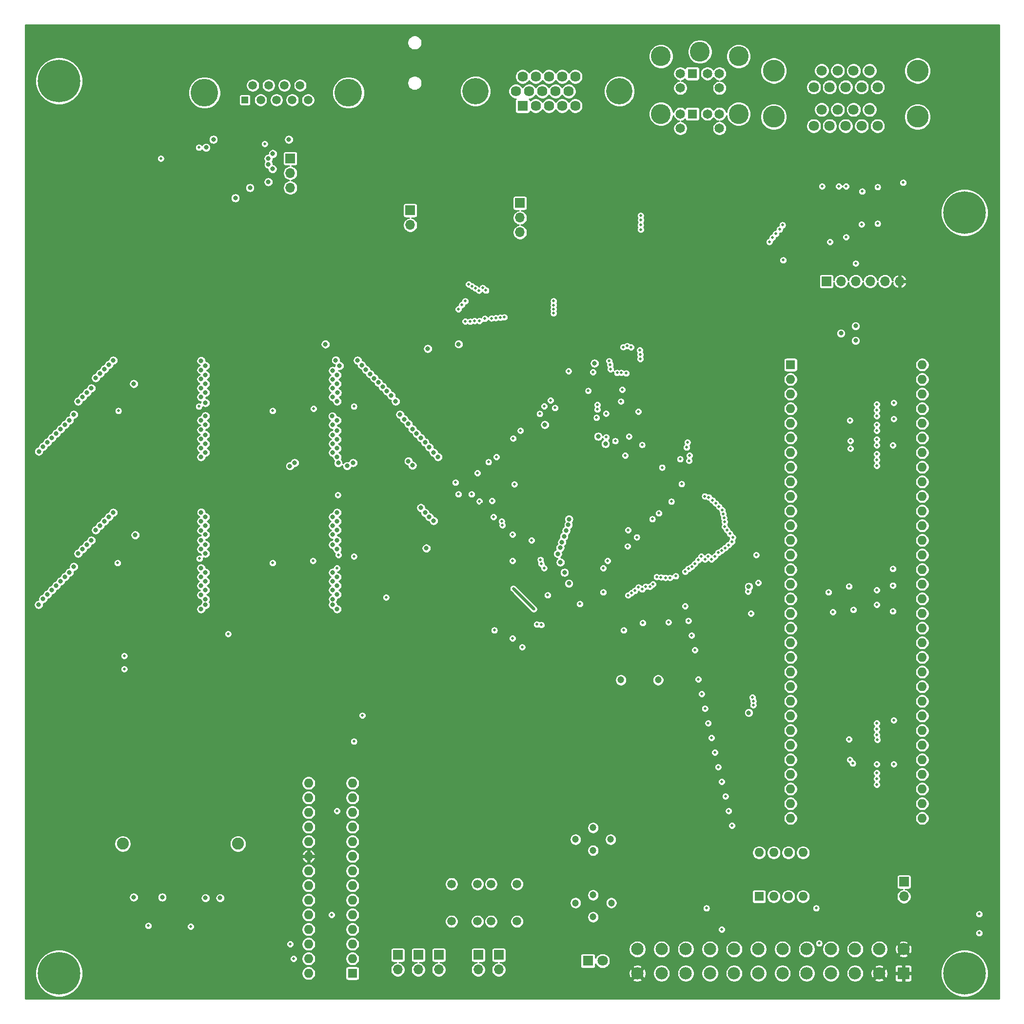
<source format=gbr>
%TF.GenerationSoftware,KiCad,Pcbnew,(5.1.6)-1*%
%TF.CreationDate,2022-06-23T16:10:57-04:00*%
%TF.ProjectId,MigStorm-ITX,4d696753-746f-4726-9d2d-4954582e6b69,rev?*%
%TF.SameCoordinates,Original*%
%TF.FileFunction,Copper,L3,Inr*%
%TF.FilePolarity,Positive*%
%FSLAX46Y46*%
G04 Gerber Fmt 4.6, Leading zero omitted, Abs format (unit mm)*
G04 Created by KiCad (PCBNEW (5.1.6)-1) date 2022-06-23 16:10:57*
%MOMM*%
%LPD*%
G01*
G04 APERTURE LIST*
%TA.AperFunction,ViaPad*%
%ADD10C,7.400000*%
%TD*%
%TA.AperFunction,ViaPad*%
%ADD11C,0.800000*%
%TD*%
%TA.AperFunction,ViaPad*%
%ADD12R,1.800000X1.800000*%
%TD*%
%TA.AperFunction,ViaPad*%
%ADD13C,1.800000*%
%TD*%
%TA.AperFunction,ViaPad*%
%ADD14R,1.700000X1.700000*%
%TD*%
%TA.AperFunction,ViaPad*%
%ADD15O,1.700000X1.700000*%
%TD*%
%TA.AperFunction,ViaPad*%
%ADD16R,2.150000X2.150000*%
%TD*%
%TA.AperFunction,ViaPad*%
%ADD17C,2.150000*%
%TD*%
%TA.AperFunction,ViaPad*%
%ADD18R,1.650000X1.650000*%
%TD*%
%TA.AperFunction,ViaPad*%
%ADD19C,1.650000*%
%TD*%
%TA.AperFunction,ViaPad*%
%ADD20C,3.450000*%
%TD*%
%TA.AperFunction,ViaPad*%
%ADD21C,2.085000*%
%TD*%
%TA.AperFunction,ViaPad*%
%ADD22C,3.810000*%
%TD*%
%TA.AperFunction,ViaPad*%
%ADD23R,1.200000X1.200000*%
%TD*%
%TA.AperFunction,ViaPad*%
%ADD24C,1.500000*%
%TD*%
%TA.AperFunction,ViaPad*%
%ADD25C,4.800000*%
%TD*%
%TA.AperFunction,ViaPad*%
%ADD26R,1.785000X1.785000*%
%TD*%
%TA.AperFunction,ViaPad*%
%ADD27C,1.785000*%
%TD*%
%TA.AperFunction,ViaPad*%
%ADD28C,4.575000*%
%TD*%
%TA.AperFunction,ViaPad*%
%ADD29R,1.600000X1.600000*%
%TD*%
%TA.AperFunction,ViaPad*%
%ADD30O,1.600000X1.600000*%
%TD*%
%TA.AperFunction,ViaPad*%
%ADD31C,0.500000*%
%TD*%
%TA.AperFunction,ViaPad*%
%ADD32C,1.200000*%
%TD*%
%TA.AperFunction,Conductor*%
%ADD33C,0.500000*%
%TD*%
%TA.AperFunction,Conductor*%
%ADD34C,0.254000*%
%TD*%
G04 APERTURE END LIST*
D10*
%TO.N,GND*%
%TO.C,REF\u002A\u002A*%
X133604000Y-221996000D03*
D11*
%TO.N,N/C*%
X136379000Y-221996000D03*
X135566221Y-223958221D03*
X133604000Y-224771000D03*
X131641779Y-223958221D03*
X130829000Y-221996000D03*
X131641779Y-220033779D03*
X133604000Y-219221000D03*
X135566221Y-220033779D03*
%TD*%
D10*
%TO.N,GND*%
%TO.C,REF\u002A\u002A*%
X290830000Y-221996000D03*
D11*
%TO.N,N/C*%
X293605000Y-221996000D03*
X292792221Y-223958221D03*
X290830000Y-224771000D03*
X288867779Y-223958221D03*
X288055000Y-221996000D03*
X288867779Y-220033779D03*
X290830000Y-219221000D03*
X292792221Y-220033779D03*
%TD*%
D10*
%TO.N,GND*%
%TO.C,REF\u002A\u002A*%
X290830000Y-89916000D03*
D11*
%TO.N,N/C*%
X293605000Y-89916000D03*
X292792221Y-91878221D03*
X290830000Y-92691000D03*
X288867779Y-91878221D03*
X288055000Y-89916000D03*
X288867779Y-87953779D03*
X290830000Y-87141000D03*
X292792221Y-87953779D03*
%TD*%
%TO.N,N/C*%
%TO.C,REF\u002A\u002A*%
X135566221Y-65093779D03*
X133604000Y-64281000D03*
X131641779Y-65093779D03*
X130829000Y-67056000D03*
X131641779Y-69018221D03*
X133604000Y-69831000D03*
X135566221Y-69018221D03*
X136379000Y-67056000D03*
D10*
%TO.N,GND*%
X133604000Y-67056000D03*
%TD*%
D12*
%TO.N,Net-(D1-Pad1)*%
%TO.C,D1*%
X225425000Y-219837000D03*
D13*
%TO.N,5VDC*%
X227965000Y-219837000D03*
%TD*%
D14*
%TO.N,Net-(J1-Pad1)*%
%TO.C,J1*%
X266827000Y-101854000D03*
D15*
%TO.N,Net-(J1-Pad2)*%
X269367000Y-101854000D03*
%TO.N,Net-(J1-Pad3)*%
X271907000Y-101854000D03*
%TO.N,Net-(J1-Pad4)*%
X274447000Y-101854000D03*
%TO.N,GND*%
X276987000Y-101854000D03*
%TO.N,3.3V*%
X279527000Y-101854000D03*
%TD*%
D16*
%TO.N,3.3V*%
%TO.C,J2*%
X280207000Y-222005000D03*
D17*
X276007000Y-222005000D03*
%TO.N,GND*%
X271807000Y-222005000D03*
%TO.N,5VDC*%
X267607000Y-222005000D03*
%TO.N,GND*%
X263407000Y-222005000D03*
%TO.N,5VDC*%
X259207000Y-222005000D03*
%TO.N,GND*%
X255007000Y-222005000D03*
%TO.N,PWROK*%
X250807000Y-222005000D03*
%TO.N,5VSB*%
X246607000Y-222005000D03*
%TO.N,12VDC*%
X242407000Y-222005000D03*
X238207000Y-222005000D03*
%TO.N,3.3V*%
X234007000Y-222005000D03*
X280207000Y-217805000D03*
%TO.N,-12V*%
X276007000Y-217805000D03*
%TO.N,GND*%
X271807000Y-217805000D03*
%TO.N,PS_ON*%
X267607000Y-217805000D03*
%TO.N,GND*%
X263407000Y-217805000D03*
X259207000Y-217805000D03*
X255007000Y-217805000D03*
%TO.N,-5V*%
X250807000Y-217805000D03*
%TO.N,5VDC*%
X246607000Y-217805000D03*
X242407000Y-217805000D03*
X238207000Y-217805000D03*
%TO.N,GND*%
X234007000Y-217805000D03*
%TD*%
D14*
%TO.N,Net-(C40-Pad2)*%
%TO.C,J3*%
X199517000Y-218821000D03*
D15*
%TO.N,Net-(C38-Pad1)*%
X199517000Y-221361000D03*
%TD*%
D14*
%TO.N,GND*%
%TO.C,J4*%
X195961000Y-218821000D03*
D15*
%TO.N,Net-(J4-Pad2)*%
X195961000Y-221361000D03*
%TD*%
D14*
%TO.N,15KHZ*%
%TO.C,J5*%
X213614000Y-88265000D03*
D15*
%TO.N,GND*%
X213614000Y-90805000D03*
X213614000Y-93345000D03*
%TD*%
%TO.N,Net-(J6-Pad2)*%
%TO.C,J6*%
X192405000Y-221361000D03*
D14*
%TO.N,GND*%
X192405000Y-218821000D03*
%TD*%
D18*
%TO.N,Net-(J7-PadA1)*%
%TO.C,J7*%
X243556000Y-65776000D03*
D19*
X246156000Y-65776000D03*
%TO.N,5VDC*%
X241456000Y-65776000D03*
%TO.N,GND*%
X248256000Y-65776000D03*
%TO.N,Net-(J7-PadA6)*%
X241456000Y-68276000D03*
X248256000Y-68276000D03*
D18*
%TO.N,Net-(J7-PadB1)*%
X243556000Y-72776000D03*
D19*
X246156000Y-72776000D03*
%TO.N,5VDC*%
X241456000Y-72776000D03*
%TO.N,GND*%
X248256000Y-72776000D03*
%TO.N,Net-(J7-PadB6)*%
X241456000Y-75276000D03*
X248256000Y-75276000D03*
D20*
%TO.N,GND*%
X251606000Y-62776000D03*
X244856000Y-61976000D03*
X238106000Y-62776000D03*
X251606000Y-72776000D03*
X238106000Y-72776000D03*
%TD*%
D14*
%TO.N,MCLR*%
%TO.C,J8*%
X209931000Y-218821000D03*
D15*
%TO.N,GND*%
X209931000Y-221361000D03*
%TD*%
%TO.N,GND*%
%TO.C,J9*%
X206375000Y-221361000D03*
D14*
%TO.N,BUTTON*%
X206375000Y-218821000D03*
%TD*%
D15*
%TO.N,TXD_MCU*%
%TO.C,J10*%
X173736000Y-85598000D03*
%TO.N,Net-(J10-Pad2)*%
X173736000Y-83058000D03*
D14*
%TO.N,TXD*%
X173736000Y-80518000D03*
%TD*%
D21*
%TO.N,Net-(J11-Pad15)*%
%TO.C,J11*%
X164656000Y-199503000D03*
%TO.N,Net-(J11-Pad16)*%
X144656000Y-199503000D03*
%TD*%
D15*
%TO.N,Net-(C46-Pad1)*%
%TO.C,J12*%
X194564000Y-92075000D03*
D14*
%TO.N,Net-(J12-Pad1)*%
X194564000Y-89535000D03*
%TD*%
D13*
%TO.N,Net-(J13-Pad9B)*%
%TO.C,J13*%
X266010000Y-72028000D03*
%TO.N,Net-(J13-Pad6B)*%
X274320000Y-72028000D03*
%TO.N,5VDC*%
X271550000Y-72028000D03*
%TO.N,GND*%
X268780000Y-72028000D03*
%TO.N,Net-(J13-Pad5B)*%
X264625000Y-74868000D03*
%TO.N,Net-(J13-Pad4B)*%
X267395000Y-74868000D03*
%TO.N,Net-(J13-Pad1B)*%
X275705000Y-74868000D03*
%TO.N,Net-(J13-Pad2B)*%
X272935000Y-74868000D03*
%TO.N,Net-(J13-Pad9A)*%
X266010000Y-65278000D03*
%TO.N,Net-(J13-Pad6A)*%
X274320000Y-65278000D03*
%TO.N,5VDC*%
X271550000Y-65278000D03*
%TO.N,GND*%
X268780000Y-65278000D03*
%TO.N,Net-(J13-Pad5A)*%
X264625000Y-68118000D03*
%TO.N,Net-(J13-Pad4A)*%
X267395000Y-68118000D03*
%TO.N,Net-(J13-Pad1A)*%
X275705000Y-68118000D03*
%TO.N,Net-(J13-Pad2A)*%
X272935000Y-68118000D03*
%TO.N,Net-(J13-Pad3B)*%
X270165000Y-74868000D03*
%TO.N,Net-(J13-Pad3A)*%
X270165000Y-68118000D03*
D22*
%TO.N,N/C*%
X257675000Y-73278000D03*
X257675000Y-65278000D03*
X282655000Y-65278000D03*
X282655000Y-73278000D03*
%TD*%
D23*
%TO.N,GND*%
%TO.C,J14*%
X165862000Y-70358000D03*
D24*
%TO.N,Net-(J14-Pad2)*%
X167232000Y-67818000D03*
%TO.N,Net-(J14-Pad3)*%
X168602000Y-70358000D03*
%TO.N,Net-(J14-Pad4)*%
X169972000Y-67818000D03*
%TO.N,Net-(J14-Pad5)*%
X171342000Y-70358000D03*
%TO.N,Net-(J14-Pad6)*%
X172712000Y-67818000D03*
%TO.N,Net-(J14-Pad7)*%
X174082000Y-70358000D03*
%TO.N,Net-(J14-Pad3)*%
X175452000Y-67818000D03*
%TO.N,Net-(J14-Pad9)*%
X176822000Y-70358000D03*
D25*
%TO.N,GND*%
X158847000Y-69088000D03*
X183837000Y-69088000D03*
%TD*%
D26*
%TO.N,Net-(D2-Pad3)*%
%TO.C,J16*%
X214066000Y-71374000D03*
D27*
%TO.N,Net-(D3-Pad3)*%
X216356000Y-71374000D03*
%TO.N,Net-(D4-Pad3)*%
X218646000Y-71374000D03*
%TO.N,Net-(J16-Pad4)*%
X220936000Y-71374000D03*
%TO.N,GND*%
X223226000Y-71374000D03*
X212921000Y-68834000D03*
X215211000Y-68834000D03*
X217501000Y-68834000D03*
%TO.N,Net-(J16-Pad9)*%
X219791000Y-68834000D03*
%TO.N,GND*%
X222081000Y-68834000D03*
%TO.N,Net-(J16-Pad11)*%
X214066000Y-66294000D03*
%TO.N,Net-(J16-Pad12)*%
X216356000Y-66294000D03*
%TO.N,Net-(D5-Pad3)*%
X218646000Y-66294000D03*
%TO.N,Net-(D6-Pad3)*%
X220936000Y-66294000D03*
%TO.N,Net-(J16-Pad15)*%
X223226000Y-66294000D03*
D28*
%TO.N,Net-(J16-PadMH1)*%
X205896000Y-68834000D03*
X230886000Y-68834000D03*
%TD*%
D24*
%TO.N,GND*%
%TO.C,S1*%
X208606000Y-212979000D03*
%TO.N,Net-(S1-Pad3)*%
X208606000Y-206479000D03*
%TO.N,MCLR*%
X213106000Y-212979000D03*
%TO.N,Net-(S1-Pad1)*%
X213106000Y-206479000D03*
%TD*%
%TO.N,Net-(S2-Pad1)*%
%TO.C,S2*%
X206248000Y-206479000D03*
%TO.N,BUTTON*%
X206248000Y-212979000D03*
%TO.N,Net-(S2-Pad3)*%
X201748000Y-206479000D03*
%TO.N,GND*%
X201748000Y-212979000D03*
%TD*%
D29*
%TO.N,GND*%
%TO.C,U7*%
X255143000Y-208661000D03*
D30*
%TO.N,Net-(C35-Pad2)*%
X262763000Y-201041000D03*
%TO.N,Net-(C40-Pad2)*%
X257683000Y-208661000D03*
X260223000Y-201041000D03*
%TO.N,Net-(R18-Pad1)*%
X260223000Y-208661000D03*
%TO.N,PS_ON*%
X257683000Y-201041000D03*
%TO.N,5VSB*%
X262763000Y-208661000D03*
X255143000Y-201041000D03*
%TD*%
D29*
%TO.N,MCLR*%
%TO.C,IC7*%
X184531000Y-221996000D03*
D30*
%TO.N,SPI_DOUT*%
X176911000Y-188976000D03*
%TO.N,MCC_CLKEN*%
X184531000Y-219456000D03*
%TO.N,SPI_DIN*%
X176911000Y-191516000D03*
%TO.N,FPGA_SEL0*%
X184531000Y-216916000D03*
%TO.N,TXD_MCU*%
X176911000Y-194056000D03*
%TO.N,Net-(IC7-Pad4)*%
X184531000Y-214376000D03*
%TO.N,RXD*%
X176911000Y-196596000D03*
%TO.N,Net-(IC7-Pad5)*%
X184531000Y-211836000D03*
%TO.N,GND*%
X176911000Y-199136000D03*
%TO.N,Net-(IC7-Pad6)*%
X184531000Y-209296000D03*
%TO.N,3.3V*%
X176911000Y-201676000D03*
%TO.N,Net-(IC7-Pad7)*%
X184531000Y-206756000D03*
%TO.N,Net-(IC7-Pad21)*%
X176911000Y-204216000D03*
%TO.N,GND*%
X184531000Y-204216000D03*
%TO.N,Net-(IC7-Pad22)*%
X176911000Y-206756000D03*
%TO.N,Net-(C33-Pad1)*%
X184531000Y-201676000D03*
%TO.N,Net-(IC7-Pad23)*%
X176911000Y-209296000D03*
%TO.N,Net-(C34-Pad2)*%
X184531000Y-199136000D03*
%TO.N,Net-(IC7-Pad24)*%
X176911000Y-211836000D03*
%TO.N,MCC_SEL*%
X184531000Y-196596000D03*
%TO.N,DISKLED*%
X176911000Y-214376000D03*
%TO.N,Net-(IC7-Pad12)*%
X184531000Y-194056000D03*
%TO.N,FPGA_SEL1*%
X176911000Y-216916000D03*
%TO.N,Net-(IC7-Pad13)*%
X184531000Y-191516000D03*
%TO.N,FPGA_SEL2*%
X176911000Y-219456000D03*
%TO.N,SPI_CLK*%
X184531000Y-188976000D03*
%TO.N,Net-(IC7-Pad28)*%
X176911000Y-221996000D03*
%TD*%
D14*
%TO.N,PS_ON*%
%TO.C,J17*%
X280289000Y-206121000D03*
D15*
%TO.N,GND*%
X280289000Y-208661000D03*
%TD*%
D29*
%TO.N,D4*%
%TO.C,U2*%
X260604000Y-116332000D03*
D30*
%TO.N,A5*%
X283464000Y-195072000D03*
%TO.N,D3*%
X260604000Y-118872000D03*
%TO.N,A6*%
X283464000Y-192532000D03*
%TO.N,D2*%
X260604000Y-121412000D03*
%TO.N,A7*%
X283464000Y-189992000D03*
%TO.N,D1*%
X260604000Y-123952000D03*
%TO.N,A8*%
X283464000Y-187452000D03*
%TO.N,D0*%
X260604000Y-126492000D03*
%TO.N,A9*%
X283464000Y-184912000D03*
%TO.N,AS*%
X260604000Y-129032000D03*
%TO.N,A10*%
X283464000Y-182372000D03*
%TO.N,UDS*%
X260604000Y-131572000D03*
%TO.N,A11*%
X283464000Y-179832000D03*
%TO.N,LDS*%
X260604000Y-134112000D03*
%TO.N,A12*%
X283464000Y-177292000D03*
%TO.N,RW*%
X260604000Y-136652000D03*
%TO.N,A13*%
X283464000Y-174752000D03*
%TO.N,DTACK*%
X260604000Y-139192000D03*
%TO.N,A14*%
X283464000Y-172212000D03*
%TO.N,BG*%
X260604000Y-141732000D03*
%TO.N,A15*%
X283464000Y-169672000D03*
%TO.N,BGACK*%
X260604000Y-144272000D03*
%TO.N,A16*%
X283464000Y-167132000D03*
%TO.N,BR*%
X260604000Y-146812000D03*
%TO.N,A17*%
X283464000Y-164592000D03*
%TO.N,5VDC*%
X260604000Y-149352000D03*
%TO.N,A18*%
X283464000Y-162052000D03*
%TO.N,CLK*%
X260604000Y-151892000D03*
%TO.N,A19*%
X283464000Y-159512000D03*
%TO.N,GND*%
X260604000Y-154432000D03*
%TO.N,A20*%
X283464000Y-156972000D03*
%TO.N,Net-(R1-Pad1)*%
X260604000Y-156972000D03*
%TO.N,5VDC*%
X283464000Y-154432000D03*
%TO.N,Net-(R2-Pad1)*%
X260604000Y-159512000D03*
%TO.N,A21*%
X283464000Y-151892000D03*
%TO.N,5VDC*%
X260604000Y-162052000D03*
%TO.N,A22*%
X283464000Y-149352000D03*
%TO.N,5VDC*%
X260604000Y-164592000D03*
%TO.N,A23*%
X283464000Y-146812000D03*
%TO.N,5VDC*%
X260604000Y-167132000D03*
%TO.N,GND*%
X283464000Y-144272000D03*
%TO.N,BERR*%
X260604000Y-169672000D03*
%TO.N,D15*%
X283464000Y-141732000D03*
%TO.N,IPL2*%
X260604000Y-172212000D03*
%TO.N,D14*%
X283464000Y-139192000D03*
%TO.N,IPL1*%
X260604000Y-174752000D03*
%TO.N,D13*%
X283464000Y-136652000D03*
%TO.N,IPL0*%
X260604000Y-177292000D03*
%TO.N,D12*%
X283464000Y-134112000D03*
%TO.N,FC2*%
X260604000Y-179832000D03*
%TO.N,D11*%
X283464000Y-131572000D03*
%TO.N,FC1*%
X260604000Y-182372000D03*
%TO.N,D10*%
X283464000Y-129032000D03*
%TO.N,FC0*%
X260604000Y-184912000D03*
%TO.N,D9*%
X283464000Y-126492000D03*
%TO.N,A1*%
X260604000Y-187452000D03*
%TO.N,D8*%
X283464000Y-123952000D03*
%TO.N,A2*%
X260604000Y-189992000D03*
%TO.N,D7*%
X283464000Y-121412000D03*
%TO.N,A3*%
X260604000Y-192532000D03*
%TO.N,D6*%
X283464000Y-118872000D03*
%TO.N,A4*%
X260604000Y-195072000D03*
%TO.N,D5*%
X283464000Y-116332000D03*
%TD*%
D31*
%TO.N,GND*%
X151257000Y-80518000D03*
X239903000Y-140081000D03*
X237744000Y-142113000D03*
X241681000Y-137033000D03*
X241427000Y-132715000D03*
X238296586Y-134156586D03*
X231902000Y-132080000D03*
X231394000Y-120650000D03*
X225476173Y-120852827D03*
X226314000Y-117602000D03*
X222047175Y-117423828D03*
X218922413Y-122529413D03*
X217832451Y-123543549D03*
X213711043Y-127762000D03*
X212445413Y-129133413D03*
X208153000Y-133223000D03*
X206248000Y-135128000D03*
X206589999Y-140028998D03*
X208788000Y-139954000D03*
X202946000Y-138811000D03*
X209042000Y-142748000D03*
X212344000Y-145796000D03*
X212344000Y-150368000D03*
X217805000Y-151638000D03*
X218440000Y-156337000D03*
X224028000Y-157861000D03*
X228092000Y-155829000D03*
X228092000Y-151638000D03*
X232309646Y-147852528D03*
X233896087Y-146266087D03*
X232410000Y-145034000D03*
X143891000Y-124333000D03*
X157861000Y-123571000D03*
X157988000Y-149987000D03*
X143764000Y-150749000D03*
X170688000Y-150749000D03*
X184785000Y-149606000D03*
X170688000Y-124333000D03*
X184785000Y-123571000D03*
X234950000Y-161163000D03*
X293370000Y-211709000D03*
X293370000Y-215011000D03*
X157861000Y-78613000D03*
X149098000Y-213741000D03*
X156464000Y-213868000D03*
X270764000Y-181356000D03*
X275689166Y-181431528D03*
X278511000Y-185674000D03*
X278511000Y-178054000D03*
X271399000Y-185547000D03*
X267970000Y-159258000D03*
X270764000Y-154813000D03*
X278384000Y-151765000D03*
X278384000Y-154647000D03*
X278384000Y-159131000D03*
X270891000Y-125984000D03*
X271018000Y-130877000D03*
X278511000Y-122936000D03*
X278511000Y-125730000D03*
X278384000Y-130302000D03*
X177800000Y-123952000D03*
X177673000Y-150368000D03*
X215646000Y-146812000D03*
X234188000Y-124460000D03*
X181991000Y-138938000D03*
X162941000Y-163068000D03*
X190373000Y-156718000D03*
X254635000Y-149352000D03*
X202438000Y-136779000D03*
X181864000Y-193802000D03*
D32*
%TO.N,5VDC*%
X226314000Y-196723000D03*
X229362000Y-198755000D03*
X226314000Y-200660000D03*
X223266000Y-198755000D03*
X226314000Y-208407000D03*
X226314000Y-212217000D03*
X223266000Y-209768000D03*
X229489000Y-209768000D03*
X237617000Y-171069000D03*
X231140000Y-171069000D03*
D31*
X270891000Y-184912000D03*
X271526000Y-158877000D03*
X271018000Y-129540000D03*
D11*
%TO.N,3.3V*%
X146558000Y-123698000D03*
X155194000Y-124460000D03*
X173482000Y-123698000D03*
X182118000Y-124206000D03*
X173482000Y-150114000D03*
X146558000Y-150114000D03*
X155194000Y-150622000D03*
D31*
X205613000Y-136144000D03*
X207010000Y-140589000D03*
X211709000Y-145161000D03*
X223012000Y-156591000D03*
X220472000Y-154051000D03*
X231394000Y-148463000D03*
X239141000Y-134747000D03*
X240538000Y-139319000D03*
X226111173Y-121487827D03*
X234315000Y-122555000D03*
X234213587Y-129641413D03*
D32*
X154051000Y-214249000D03*
D31*
X143891000Y-175895000D03*
X154559000Y-81915000D03*
X204597000Y-80645000D03*
X216154000Y-88392000D03*
X223393000Y-83820000D03*
X221361000Y-79502000D03*
X230378000Y-84963000D03*
D32*
X288290000Y-215138000D03*
X288290000Y-211582000D03*
X285877000Y-213360000D03*
X288290000Y-207137000D03*
X288290000Y-203581000D03*
X285877000Y-205359000D03*
D31*
X191135000Y-210947000D03*
X191135000Y-214376000D03*
X171323000Y-211836000D03*
X216281000Y-218821000D03*
X182118000Y-150622000D03*
%TO.N,+2V5*%
X205232000Y-138811000D03*
X217297000Y-150876000D03*
X236601000Y-143129000D03*
X232537000Y-128778000D03*
X228560223Y-124801223D03*
X228854000Y-150368000D03*
X210439000Y-143510000D03*
X209550000Y-132334000D03*
X217043000Y-124841000D03*
X239395000Y-161036000D03*
%TO.N,+1V2*%
X210577766Y-144197893D03*
X217188307Y-150171520D03*
X234820180Y-130248006D03*
X231157209Y-122699209D03*
X231648000Y-162433000D03*
X216027000Y-158750000D03*
X212471000Y-155194000D03*
%TO.N,Net-(C38-Pad1)*%
X265557000Y-216789000D03*
%TO.N,Net-(C40-Pad2)*%
X245999000Y-210693000D03*
%TO.N,PWROK*%
X248666000Y-214376000D03*
%TO.N,Net-(IC1-Pad10)*%
X144907000Y-169164000D03*
X144907000Y-166878000D03*
%TO.N,CPU_D5*%
X245716808Y-139153233D03*
X232388127Y-156351582D03*
%TO.N,CPU_D6*%
X246395942Y-139322882D03*
X232970564Y-155963291D03*
%TO.N,CPU_D7*%
X247015000Y-139835471D03*
X233553000Y-155575000D03*
%TO.N,CPU_D8*%
X247608788Y-140410471D03*
X234200400Y-154972873D03*
%TO.N,CPU_D9*%
X248183789Y-140985471D03*
X234823000Y-155321000D03*
%TO.N,CPU_D10*%
X248758789Y-141560471D03*
X235434646Y-154828245D03*
%TO.N,CPU_D11*%
X248895706Y-142246952D03*
X236167998Y-154852001D03*
%TO.N,CPU_D12*%
X249034552Y-142933046D03*
X236728000Y-154432000D03*
%TO.N,CPU_D13*%
X249158913Y-143621913D03*
X237351136Y-153173864D03*
%TO.N,CPU_D14*%
X249134999Y-144459000D03*
X238103834Y-153219454D03*
%TO.N,CPU_DTACK*%
X275590000Y-133858000D03*
D11*
X222123000Y-154305000D03*
D31*
%TO.N,CPU_RW*%
X275590000Y-132842000D03*
D11*
X221361000Y-152400000D03*
D31*
%TO.N,CPU_LDS*%
X275590000Y-131826000D03*
D11*
X220636000Y-150621998D03*
D31*
%TO.N,CPU_UDS*%
X275590000Y-130302000D03*
D11*
X220190223Y-149151650D03*
D31*
%TO.N,CPU_AS*%
X275590000Y-129286000D03*
D11*
X220611231Y-148094231D03*
D31*
%TO.N,CPU_D0*%
X275590000Y-127762000D03*
D11*
X220903157Y-147133537D03*
D31*
%TO.N,CPU_D1*%
X275590000Y-126746000D03*
D11*
X221265017Y-146136678D03*
D31*
%TO.N,CPU_D2*%
X275589997Y-125222003D03*
D11*
X221639631Y-145125653D03*
D31*
%TO.N,CPU_D3*%
X275590000Y-124206000D03*
D11*
X222006694Y-144122180D03*
D31*
%TO.N,CPU_D4*%
X275590000Y-123190000D03*
D11*
X222139774Y-143131073D03*
D31*
%TO.N,CPU_CLK*%
X275590000Y-155448000D03*
D11*
X253339020Y-154851997D03*
D31*
%TO.N,CPU_RESET*%
X275590000Y-157988000D03*
D11*
X253339020Y-176747000D03*
D31*
%TO.N,CPU_A15*%
X244581002Y-170942000D03*
X244581002Y-150241000D03*
%TO.N,CPU_A16*%
X244006002Y-165862000D03*
X243967000Y-150876000D03*
%TO.N,CPU_A17*%
X243431002Y-163322000D03*
X243456397Y-151401008D03*
%TO.N,CPU_A18*%
X242856002Y-160782000D03*
X242856012Y-151760945D03*
%TO.N,CPU_A19*%
X242281002Y-158242000D03*
X242281002Y-152259976D03*
%TO.N,RESET*%
X253238000Y-155702000D03*
X253746000Y-159512000D03*
%TO.N,CPU_A21*%
X267208000Y-155829000D03*
X255016000Y-154178000D03*
%TO.N,CPU_A22*%
X250571000Y-146304000D03*
X240665000Y-153035000D03*
%TO.N,CPU_A23*%
X250063000Y-145669000D03*
X239635966Y-153302034D03*
%TO.N,CPU_D15*%
X249555000Y-145034000D03*
X238883743Y-153292257D03*
%TO.N,CPU_A14*%
X245156002Y-173482000D03*
X245103491Y-149612509D03*
%TO.N,CPU_A13*%
X245731002Y-176022000D03*
X245731002Y-150114000D03*
%TO.N,CPU_A12*%
X246306002Y-178562000D03*
X246306012Y-149597233D03*
%TO.N,CPU_A11*%
X246881002Y-181102000D03*
X246881002Y-150114000D03*
%TO.N,CPU_A10*%
X247456002Y-183642000D03*
X247456024Y-149606000D03*
%TO.N,CPU_A9*%
X248031002Y-186182000D03*
X248031006Y-148971006D03*
%TO.N,CPU_A8*%
X248666000Y-188722000D03*
X248666000Y-148590000D03*
%TO.N,CPU_A7*%
X249294000Y-191262000D03*
X249241010Y-148129609D03*
%TO.N,CPU_A6*%
X249869000Y-193802000D03*
X249834623Y-147622382D03*
%TO.N,CPU_A5*%
X250444000Y-196342000D03*
X250444000Y-147066000D03*
%TO.N,CPU_A4*%
X275590000Y-189230000D03*
X242976595Y-132994595D03*
%TO.N,CPU_A3*%
X275590000Y-188214000D03*
X243078004Y-132080000D03*
%TO.N,CPU_A2*%
X275590000Y-187198000D03*
X242570000Y-130683000D03*
%TO.N,CPU_A1*%
X275590000Y-185674000D03*
X242697000Y-129794000D03*
%TO.N,CPU_IPL0*%
X275590000Y-180594000D03*
X254127000Y-175447000D03*
%TO.N,CPU_IPL1*%
X275590000Y-179578000D03*
X254127000Y-174746997D03*
%TO.N,CPU_IPL2*%
X275590000Y-178562000D03*
X254000000Y-174057000D03*
%TO.N,Net-(IC7-Pad5)*%
X186245500Y-177228500D03*
%TO.N,SPI_CLK*%
X184785000Y-181737000D03*
%TO.N,SPI_DOUT*%
X212635913Y-137070913D03*
D11*
%TO.N,RXD*%
X169926000Y-84582000D03*
X228473000Y-130048000D03*
D31*
%TO.N,Net-(IC7-Pad24)*%
X180915000Y-211836000D03*
%TO.N,FPGA_SEL1*%
X173729000Y-216916000D03*
%TO.N,FPGA_SEL2*%
X174304000Y-219456000D03*
%TO.N,Net-(J4-Pad2)*%
X209169000Y-162433000D03*
%TO.N,15KHZ*%
X226911089Y-125513911D03*
%TO.N,TXD*%
X230154712Y-129570708D03*
D11*
%TO.N,Net-(J11-Pad1)*%
X161544000Y-208915000D03*
%TO.N,Net-(J11-Pad2)*%
X159004000Y-208915000D03*
%TO.N,Net-(J11-Pad5)*%
X151511000Y-208788000D03*
%TO.N,Net-(J11-Pad7)*%
X146558000Y-208788000D03*
D31*
%TO.N,Net-(J13-Pad1B)*%
X275717000Y-85471000D03*
%TO.N,Net-(J13-Pad2B)*%
X273050000Y-86233000D03*
%TO.N,Net-(J13-Pad3B)*%
X270256000Y-85344000D03*
D11*
%TO.N,Net-(J14-Pad4)*%
X169926000Y-80518000D03*
X166751000Y-85598000D03*
%TO.N,Net-(J14-Pad5)*%
X170697000Y-79685949D03*
X159131000Y-78613000D03*
%TO.N,Net-(J14-Pad6)*%
X169938651Y-81530654D03*
X164211000Y-87376000D03*
%TO.N,Net-(J14-Pad7)*%
X173482000Y-77216000D03*
X160401000Y-77216000D03*
%TO.N,TDI*%
X226568000Y-116078000D03*
X269367000Y-110871000D03*
%TO.N,TDO*%
X271907000Y-112141000D03*
X271907000Y-109601000D03*
D31*
%TO.N,PROG_B*%
X219710000Y-123825000D03*
%TO.N,CCLK*%
X217322151Y-161495138D03*
X213995008Y-165354000D03*
%TO.N,Net-(R18-Pad1)*%
X265049000Y-210693000D03*
%TO.N,KBDDAT*%
X234569000Y-90424000D03*
X219465010Y-105283000D03*
X204130319Y-105283000D03*
X205740000Y-108712000D03*
%TO.N,KBDCLK*%
X234625585Y-91180588D03*
X219465010Y-105983003D03*
X203555319Y-105918000D03*
X204978000Y-108839000D03*
%TO.N,MSDAT*%
X234569000Y-92075000D03*
X219465010Y-106683006D03*
X202946000Y-106680000D03*
X204126913Y-108801087D03*
%TO.N,DONE*%
X216544010Y-161417000D03*
X212344000Y-163830000D03*
%TO.N,MSCLK*%
X234594587Y-92862587D03*
X219465010Y-107383009D03*
%TO.N,JOYA4*%
X271907000Y-98739000D03*
X280162000Y-84709000D03*
%TO.N,JOYB4*%
X258699000Y-92837000D03*
X268986000Y-85344000D03*
%TO.N,JOYB5*%
X259207000Y-92075000D03*
X266065000Y-85344000D03*
%TO.N,JOYB3*%
X259334000Y-98171000D03*
X275717000Y-91821000D03*
%TO.N,JOYB2*%
X258064000Y-93599000D03*
X272923000Y-91948000D03*
%TO.N,JOYB1*%
X257489000Y-94234000D03*
X270256000Y-94174000D03*
%TO.N,JOYB0*%
X256913999Y-94988999D03*
X267462000Y-94996000D03*
%TO.N,RED0*%
X209423000Y-108204000D03*
X206502000Y-103437990D03*
%TO.N,RED1*%
X208666405Y-108260592D03*
X205905433Y-103071759D03*
%TO.N,RED2*%
X207518000Y-108331006D03*
X205305620Y-102710870D03*
%TO.N,RED3*%
X204705319Y-102350795D03*
X206566983Y-108705664D03*
%TO.N,GREEN0*%
X232220679Y-113066522D03*
X229298313Y-116344499D03*
%TO.N,GREEN1*%
X231547292Y-113257708D03*
X229100917Y-115672895D03*
%TO.N,GREEN2*%
X207712000Y-103417001D03*
X210894525Y-108070664D03*
%TO.N,GREEN3*%
X207137000Y-102997000D03*
X210197039Y-108129964D03*
%TO.N,BLUE0*%
X234525724Y-115334623D03*
X232047623Y-117812724D03*
%TO.N,BLUE1*%
X234498585Y-114548588D03*
X231191330Y-117715327D03*
%TO.N,BLUE2*%
X234442000Y-113792000D03*
X230491457Y-117729269D03*
%TO.N,BLUE3*%
X232918000Y-113284000D03*
X229362000Y-117094000D03*
%TO.N,HSYNC*%
X227076000Y-124079000D03*
%TO.N,VSYNC*%
X227065529Y-123255356D03*
D11*
%TO.N,RAM_SEL2*%
X184658000Y-133350000D03*
X146812000Y-145893000D03*
%TO.N,RAM_SEL3*%
X217932000Y-126746000D03*
X197358000Y-148183022D03*
%TO.N,RAM_SEL1*%
X202972527Y-112749473D03*
X179832000Y-112761053D03*
%TO.N,RAM_A5*%
X143002000Y-141986000D03*
X143002000Y-115570000D03*
%TO.N,RAM_A4*%
X142240000Y-142748000D03*
X142240000Y-116332000D03*
%TO.N,RAM_A3*%
X141478000Y-143510000D03*
X141478000Y-117094000D03*
%TO.N,RAM_A2*%
X140716000Y-117856000D03*
X140716000Y-144272000D03*
%TO.N,RAM_A1*%
X139954000Y-145034000D03*
X139954000Y-118618000D03*
%TO.N,RAM_SEL0*%
X197616653Y-113533347D03*
X146558000Y-119627000D03*
%TO.N,RAM_D0*%
X139192000Y-146812000D03*
X139192000Y-120396000D03*
%TO.N,RAM_D1*%
X138430000Y-121158000D03*
X138430000Y-147574000D03*
%TO.N,RAM_D2*%
X137668000Y-121920000D03*
X137668000Y-148336000D03*
%TO.N,RAM_D3*%
X136906000Y-149098000D03*
X136906000Y-122682000D03*
%TO.N,RAM_A6*%
X181864000Y-141986000D03*
X158260000Y-141968000D03*
X158242000Y-115627000D03*
X185420000Y-115570000D03*
X181628022Y-115552000D03*
%TO.N,RAM_A7*%
X159004000Y-142748000D03*
X181102000Y-142748000D03*
X159007251Y-116502000D03*
X186145000Y-116402051D03*
X182290113Y-116510124D03*
%TO.N,RAM_A8*%
X158242000Y-143510000D03*
X181864000Y-143510000D03*
X158242000Y-117227000D03*
X181102000Y-117348000D03*
X186870000Y-117187639D03*
%TO.N,RAM_OE*%
X159004000Y-144272000D03*
X181102000Y-144272000D03*
X159004000Y-118102000D03*
X181864000Y-118110000D03*
X187595000Y-117941789D03*
%TO.N,RAM_UB*%
X158242000Y-145093000D03*
X181864000Y-145034000D03*
X158242000Y-118827000D03*
X181102000Y-118872000D03*
X188320000Y-118679412D03*
%TO.N,RAM_LB*%
X159004000Y-145818000D03*
X181102000Y-145818000D03*
X159004000Y-119634000D03*
X181864000Y-119634000D03*
X189045000Y-119409367D03*
%TO.N,RAM_D15*%
X158242000Y-146812000D03*
X181864000Y-146812000D03*
X158242000Y-120396000D03*
X181102000Y-120396000D03*
X189770000Y-120142000D03*
%TO.N,RAM_D14*%
X159004000Y-147574000D03*
X181102000Y-147574000D03*
X159004000Y-121158000D03*
X181934051Y-121195000D03*
X190500000Y-120904000D03*
%TO.N,RAM_D13*%
X158242000Y-148336000D03*
X181864000Y-148336000D03*
X158242000Y-121920000D03*
X181102000Y-121920000D03*
X191262000Y-121666000D03*
%TO.N,RAM_D12*%
X159004000Y-149098000D03*
X159004000Y-122936000D03*
X181864004Y-122682000D03*
X192024000Y-122682000D03*
D31*
X182118000Y-149352000D03*
D11*
%TO.N,RAM_D11*%
X158242000Y-151638000D03*
X159004000Y-125222000D03*
X181031949Y-125259000D03*
X192786000Y-124968000D03*
D31*
X181864000Y-151638000D03*
D11*
%TO.N,RAM_D10*%
X159004000Y-152400000D03*
X181102000Y-152400000D03*
X158242000Y-125984000D03*
X181864000Y-125984000D03*
X193511000Y-125800051D03*
%TO.N,RAM_D9*%
X158242000Y-153162000D03*
X181864000Y-153162000D03*
X159004000Y-126746000D03*
X181102000Y-126746000D03*
X194236000Y-126585639D03*
X194236000Y-133077000D03*
%TO.N,RAM_D8*%
X159004000Y-153924000D03*
X181102000Y-153924000D03*
X158242000Y-127627000D03*
X181864000Y-127762000D03*
X194961000Y-127508000D03*
X194961000Y-133802000D03*
%TO.N,RAM_A9*%
X159004000Y-155448000D03*
X181102000Y-155448000D03*
X158242000Y-129227000D03*
X181864000Y-129286000D03*
X196411000Y-129035930D03*
X196411000Y-141155000D03*
%TO.N,RAM_A10*%
X158242000Y-156293000D03*
X181864000Y-156210000D03*
X159004000Y-130048000D03*
X181102000Y-130048000D03*
X197136000Y-129794000D03*
X197136000Y-142006067D03*
%TO.N,RAM_A11*%
X159004000Y-157018000D03*
X181102000Y-157018000D03*
X158242000Y-130810000D03*
X181864000Y-130847000D03*
X197861000Y-130642125D03*
X197861000Y-142748000D03*
%TO.N,RAM_A12*%
X159004000Y-158018003D03*
X181102000Y-158018003D03*
X159004000Y-131572000D03*
X181102000Y-131572000D03*
X198628000Y-131572000D03*
X198628000Y-143420280D03*
%TO.N,RAM_A13*%
X183601557Y-133898443D03*
X173665949Y-133904701D03*
%TO.N,RAM_A14*%
X130085000Y-131388051D03*
X130048000Y-157988000D03*
X174498000Y-133350000D03*
X182072904Y-133386990D03*
%TO.N,RAM_D4*%
X136144000Y-151384000D03*
X136144000Y-124968000D03*
%TO.N,RAM_D5*%
X135382000Y-125984000D03*
X135382000Y-152400000D03*
%TO.N,RAM_D6*%
X134620000Y-126746000D03*
X134620000Y-153162000D03*
%TO.N,RAM_D7*%
X133858000Y-153924000D03*
X133858000Y-127508000D03*
%TO.N,RAM_WE*%
X133096000Y-128270000D03*
X133096000Y-154686000D03*
%TO.N,RAM_A19*%
X158242000Y-154693000D03*
X181864000Y-154686000D03*
X159004000Y-128502000D03*
X181102000Y-128502000D03*
X195686000Y-128284178D03*
%TO.N,RAM_A18*%
X158242000Y-158750000D03*
X181864000Y-158750000D03*
X158242000Y-132334000D03*
X181864000Y-132334000D03*
X199390000Y-132334000D03*
%TO.N,RAM_A17*%
X132334000Y-155448000D03*
X132334000Y-129032000D03*
%TO.N,RAM_A16*%
X131572000Y-129794000D03*
X131572000Y-156210000D03*
%TO.N,RAM_A15*%
X130810000Y-156972000D03*
X130810000Y-130556000D03*
D31*
%TO.N,RTS*%
X169291000Y-77978000D03*
X228593024Y-128905000D03*
D11*
%TO.N,CTS*%
X170663651Y-82333000D03*
X227203002Y-128778000D03*
%TD*%
D33*
%TO.N,+1V2*%
X216027000Y-158750000D02*
X212471000Y-155194000D01*
%TD*%
D34*
%TO.N,3.3V*%
G36*
X296799000Y-226441000D02*
G01*
X127706000Y-226441000D01*
X127706000Y-221589526D01*
X129477000Y-221589526D01*
X129477000Y-222402474D01*
X129635598Y-223199802D01*
X129946700Y-223950868D01*
X130398350Y-224626809D01*
X130973191Y-225201650D01*
X131649132Y-225653300D01*
X132400198Y-225964402D01*
X133197526Y-226123000D01*
X134010474Y-226123000D01*
X134807802Y-225964402D01*
X135558868Y-225653300D01*
X136234809Y-225201650D01*
X136809650Y-224626809D01*
X137261300Y-223950868D01*
X137572402Y-223199802D01*
X137731000Y-222402474D01*
X137731000Y-221875151D01*
X175684000Y-221875151D01*
X175684000Y-222116849D01*
X175731153Y-222353903D01*
X175823647Y-222577202D01*
X175957927Y-222778167D01*
X176128833Y-222949073D01*
X176329798Y-223083353D01*
X176553097Y-223175847D01*
X176790151Y-223223000D01*
X177031849Y-223223000D01*
X177268903Y-223175847D01*
X177492202Y-223083353D01*
X177693167Y-222949073D01*
X177864073Y-222778167D01*
X177998353Y-222577202D01*
X178090847Y-222353903D01*
X178138000Y-222116849D01*
X178138000Y-221875151D01*
X178090847Y-221638097D01*
X177998353Y-221414798D01*
X177864073Y-221213833D01*
X177846240Y-221196000D01*
X183301934Y-221196000D01*
X183301934Y-222796000D01*
X183310178Y-222879707D01*
X183334595Y-222960196D01*
X183374245Y-223034376D01*
X183427605Y-223099395D01*
X183492624Y-223152755D01*
X183566804Y-223192405D01*
X183647293Y-223216822D01*
X183731000Y-223225066D01*
X185331000Y-223225066D01*
X185414707Y-223216822D01*
X185495196Y-223192405D01*
X185569376Y-223152755D01*
X185619662Y-223111486D01*
X233145173Y-223111486D01*
X233265681Y-223319662D01*
X233536403Y-223439025D01*
X233825211Y-223503279D01*
X234121003Y-223509956D01*
X234412415Y-223458797D01*
X234688247Y-223351770D01*
X234748319Y-223319662D01*
X234868827Y-223111486D01*
X234007000Y-222249659D01*
X233145173Y-223111486D01*
X185619662Y-223111486D01*
X185634395Y-223099395D01*
X185687755Y-223034376D01*
X185727405Y-222960196D01*
X185751822Y-222879707D01*
X185760066Y-222796000D01*
X185760066Y-221196000D01*
X185751822Y-221112293D01*
X185727405Y-221031804D01*
X185687755Y-220957624D01*
X185634395Y-220892605D01*
X185569376Y-220839245D01*
X185495196Y-220799595D01*
X185414707Y-220775178D01*
X185331000Y-220766934D01*
X183731000Y-220766934D01*
X183647293Y-220775178D01*
X183566804Y-220799595D01*
X183492624Y-220839245D01*
X183427605Y-220892605D01*
X183374245Y-220957624D01*
X183334595Y-221031804D01*
X183310178Y-221112293D01*
X183301934Y-221196000D01*
X177846240Y-221196000D01*
X177693167Y-221042927D01*
X177492202Y-220908647D01*
X177268903Y-220816153D01*
X177031849Y-220769000D01*
X176790151Y-220769000D01*
X176553097Y-220816153D01*
X176329798Y-220908647D01*
X176128833Y-221042927D01*
X175957927Y-221213833D01*
X175823647Y-221414798D01*
X175731153Y-221638097D01*
X175684000Y-221875151D01*
X137731000Y-221875151D01*
X137731000Y-221589526D01*
X137572402Y-220792198D01*
X137261300Y-220041132D01*
X136825774Y-219389321D01*
X173627000Y-219389321D01*
X173627000Y-219522679D01*
X173653016Y-219653474D01*
X173704050Y-219776680D01*
X173778140Y-219887563D01*
X173872437Y-219981860D01*
X173983320Y-220055950D01*
X174106526Y-220106984D01*
X174237321Y-220133000D01*
X174370679Y-220133000D01*
X174501474Y-220106984D01*
X174624680Y-220055950D01*
X174735563Y-219981860D01*
X174829860Y-219887563D01*
X174903950Y-219776680D01*
X174954984Y-219653474D01*
X174981000Y-219522679D01*
X174981000Y-219389321D01*
X174970226Y-219335151D01*
X175684000Y-219335151D01*
X175684000Y-219576849D01*
X175731153Y-219813903D01*
X175823647Y-220037202D01*
X175957927Y-220238167D01*
X176128833Y-220409073D01*
X176329798Y-220543353D01*
X176553097Y-220635847D01*
X176790151Y-220683000D01*
X177031849Y-220683000D01*
X177268903Y-220635847D01*
X177492202Y-220543353D01*
X177693167Y-220409073D01*
X177864073Y-220238167D01*
X177998353Y-220037202D01*
X178090847Y-219813903D01*
X178138000Y-219576849D01*
X178138000Y-219335151D01*
X183304000Y-219335151D01*
X183304000Y-219576849D01*
X183351153Y-219813903D01*
X183443647Y-220037202D01*
X183577927Y-220238167D01*
X183748833Y-220409073D01*
X183949798Y-220543353D01*
X184173097Y-220635847D01*
X184410151Y-220683000D01*
X184651849Y-220683000D01*
X184888903Y-220635847D01*
X185112202Y-220543353D01*
X185313167Y-220409073D01*
X185484073Y-220238167D01*
X185618353Y-220037202D01*
X185710847Y-219813903D01*
X185758000Y-219576849D01*
X185758000Y-219335151D01*
X185710847Y-219098097D01*
X185618353Y-218874798D01*
X185484073Y-218673833D01*
X185313167Y-218502927D01*
X185112202Y-218368647D01*
X184888903Y-218276153D01*
X184651849Y-218229000D01*
X184410151Y-218229000D01*
X184173097Y-218276153D01*
X183949798Y-218368647D01*
X183748833Y-218502927D01*
X183577927Y-218673833D01*
X183443647Y-218874798D01*
X183351153Y-219098097D01*
X183304000Y-219335151D01*
X178138000Y-219335151D01*
X178090847Y-219098097D01*
X177998353Y-218874798D01*
X177864073Y-218673833D01*
X177693167Y-218502927D01*
X177492202Y-218368647D01*
X177268903Y-218276153D01*
X177031849Y-218229000D01*
X176790151Y-218229000D01*
X176553097Y-218276153D01*
X176329798Y-218368647D01*
X176128833Y-218502927D01*
X175957927Y-218673833D01*
X175823647Y-218874798D01*
X175731153Y-219098097D01*
X175684000Y-219335151D01*
X174970226Y-219335151D01*
X174954984Y-219258526D01*
X174903950Y-219135320D01*
X174829860Y-219024437D01*
X174735563Y-218930140D01*
X174624680Y-218856050D01*
X174501474Y-218805016D01*
X174370679Y-218779000D01*
X174237321Y-218779000D01*
X174106526Y-218805016D01*
X173983320Y-218856050D01*
X173872437Y-218930140D01*
X173778140Y-219024437D01*
X173704050Y-219135320D01*
X173653016Y-219258526D01*
X173627000Y-219389321D01*
X136825774Y-219389321D01*
X136809650Y-219365191D01*
X136234809Y-218790350D01*
X135558868Y-218338700D01*
X134807802Y-218027598D01*
X134010474Y-217869000D01*
X133197526Y-217869000D01*
X132400198Y-218027598D01*
X131649132Y-218338700D01*
X130973191Y-218790350D01*
X130398350Y-219365191D01*
X129946700Y-220041132D01*
X129635598Y-220792198D01*
X129477000Y-221589526D01*
X127706000Y-221589526D01*
X127706000Y-216849321D01*
X173052000Y-216849321D01*
X173052000Y-216982679D01*
X173078016Y-217113474D01*
X173129050Y-217236680D01*
X173203140Y-217347563D01*
X173297437Y-217441860D01*
X173408320Y-217515950D01*
X173531526Y-217566984D01*
X173662321Y-217593000D01*
X173795679Y-217593000D01*
X173926474Y-217566984D01*
X174049680Y-217515950D01*
X174160563Y-217441860D01*
X174254860Y-217347563D01*
X174328950Y-217236680D01*
X174379984Y-217113474D01*
X174406000Y-216982679D01*
X174406000Y-216849321D01*
X174395226Y-216795151D01*
X175684000Y-216795151D01*
X175684000Y-217036849D01*
X175731153Y-217273903D01*
X175823647Y-217497202D01*
X175957927Y-217698167D01*
X176128833Y-217869073D01*
X176329798Y-218003353D01*
X176553097Y-218095847D01*
X176790151Y-218143000D01*
X177031849Y-218143000D01*
X177268903Y-218095847D01*
X177492202Y-218003353D01*
X177693167Y-217869073D01*
X177864073Y-217698167D01*
X177998353Y-217497202D01*
X178090847Y-217273903D01*
X178138000Y-217036849D01*
X178138000Y-216795151D01*
X183304000Y-216795151D01*
X183304000Y-217036849D01*
X183351153Y-217273903D01*
X183443647Y-217497202D01*
X183577927Y-217698167D01*
X183748833Y-217869073D01*
X183949798Y-218003353D01*
X184173097Y-218095847D01*
X184410151Y-218143000D01*
X184651849Y-218143000D01*
X184888903Y-218095847D01*
X185112202Y-218003353D01*
X185160621Y-217971000D01*
X191125934Y-217971000D01*
X191125934Y-219671000D01*
X191134178Y-219754707D01*
X191158595Y-219835196D01*
X191198245Y-219909376D01*
X191251605Y-219974395D01*
X191316624Y-220027755D01*
X191390804Y-220067405D01*
X191471293Y-220091822D01*
X191555000Y-220100066D01*
X192198456Y-220100066D01*
X192032513Y-220133074D01*
X191800114Y-220229337D01*
X191590960Y-220369089D01*
X191413089Y-220546960D01*
X191273337Y-220756114D01*
X191177074Y-220988513D01*
X191128000Y-221235226D01*
X191128000Y-221486774D01*
X191177074Y-221733487D01*
X191273337Y-221965886D01*
X191413089Y-222175040D01*
X191590960Y-222352911D01*
X191800114Y-222492663D01*
X192032513Y-222588926D01*
X192279226Y-222638000D01*
X192530774Y-222638000D01*
X192777487Y-222588926D01*
X193009886Y-222492663D01*
X193219040Y-222352911D01*
X193396911Y-222175040D01*
X193536663Y-221965886D01*
X193632926Y-221733487D01*
X193682000Y-221486774D01*
X193682000Y-221235226D01*
X193632926Y-220988513D01*
X193536663Y-220756114D01*
X193396911Y-220546960D01*
X193219040Y-220369089D01*
X193009886Y-220229337D01*
X192777487Y-220133074D01*
X192611544Y-220100066D01*
X193255000Y-220100066D01*
X193338707Y-220091822D01*
X193419196Y-220067405D01*
X193493376Y-220027755D01*
X193558395Y-219974395D01*
X193611755Y-219909376D01*
X193651405Y-219835196D01*
X193675822Y-219754707D01*
X193684066Y-219671000D01*
X193684066Y-217971000D01*
X194681934Y-217971000D01*
X194681934Y-219671000D01*
X194690178Y-219754707D01*
X194714595Y-219835196D01*
X194754245Y-219909376D01*
X194807605Y-219974395D01*
X194872624Y-220027755D01*
X194946804Y-220067405D01*
X195027293Y-220091822D01*
X195111000Y-220100066D01*
X195754456Y-220100066D01*
X195588513Y-220133074D01*
X195356114Y-220229337D01*
X195146960Y-220369089D01*
X194969089Y-220546960D01*
X194829337Y-220756114D01*
X194733074Y-220988513D01*
X194684000Y-221235226D01*
X194684000Y-221486774D01*
X194733074Y-221733487D01*
X194829337Y-221965886D01*
X194969089Y-222175040D01*
X195146960Y-222352911D01*
X195356114Y-222492663D01*
X195588513Y-222588926D01*
X195835226Y-222638000D01*
X196086774Y-222638000D01*
X196333487Y-222588926D01*
X196565886Y-222492663D01*
X196775040Y-222352911D01*
X196952911Y-222175040D01*
X197092663Y-221965886D01*
X197188926Y-221733487D01*
X197238000Y-221486774D01*
X197238000Y-221235226D01*
X197188926Y-220988513D01*
X197092663Y-220756114D01*
X196952911Y-220546960D01*
X196775040Y-220369089D01*
X196565886Y-220229337D01*
X196333487Y-220133074D01*
X196167544Y-220100066D01*
X196811000Y-220100066D01*
X196894707Y-220091822D01*
X196975196Y-220067405D01*
X197049376Y-220027755D01*
X197114395Y-219974395D01*
X197167755Y-219909376D01*
X197207405Y-219835196D01*
X197231822Y-219754707D01*
X197240066Y-219671000D01*
X197240066Y-217971000D01*
X198237934Y-217971000D01*
X198237934Y-219671000D01*
X198246178Y-219754707D01*
X198270595Y-219835196D01*
X198310245Y-219909376D01*
X198363605Y-219974395D01*
X198428624Y-220027755D01*
X198502804Y-220067405D01*
X198583293Y-220091822D01*
X198667000Y-220100066D01*
X199310456Y-220100066D01*
X199144513Y-220133074D01*
X198912114Y-220229337D01*
X198702960Y-220369089D01*
X198525089Y-220546960D01*
X198385337Y-220756114D01*
X198289074Y-220988513D01*
X198240000Y-221235226D01*
X198240000Y-221486774D01*
X198289074Y-221733487D01*
X198385337Y-221965886D01*
X198525089Y-222175040D01*
X198702960Y-222352911D01*
X198912114Y-222492663D01*
X199144513Y-222588926D01*
X199391226Y-222638000D01*
X199642774Y-222638000D01*
X199889487Y-222588926D01*
X200121886Y-222492663D01*
X200331040Y-222352911D01*
X200508911Y-222175040D01*
X200648663Y-221965886D01*
X200744926Y-221733487D01*
X200794000Y-221486774D01*
X200794000Y-221235226D01*
X200744926Y-220988513D01*
X200648663Y-220756114D01*
X200508911Y-220546960D01*
X200331040Y-220369089D01*
X200121886Y-220229337D01*
X199889487Y-220133074D01*
X199723544Y-220100066D01*
X200367000Y-220100066D01*
X200450707Y-220091822D01*
X200531196Y-220067405D01*
X200605376Y-220027755D01*
X200670395Y-219974395D01*
X200723755Y-219909376D01*
X200763405Y-219835196D01*
X200787822Y-219754707D01*
X200796066Y-219671000D01*
X200796066Y-217971000D01*
X205095934Y-217971000D01*
X205095934Y-219671000D01*
X205104178Y-219754707D01*
X205128595Y-219835196D01*
X205168245Y-219909376D01*
X205221605Y-219974395D01*
X205286624Y-220027755D01*
X205360804Y-220067405D01*
X205441293Y-220091822D01*
X205525000Y-220100066D01*
X206168456Y-220100066D01*
X206002513Y-220133074D01*
X205770114Y-220229337D01*
X205560960Y-220369089D01*
X205383089Y-220546960D01*
X205243337Y-220756114D01*
X205147074Y-220988513D01*
X205098000Y-221235226D01*
X205098000Y-221486774D01*
X205147074Y-221733487D01*
X205243337Y-221965886D01*
X205383089Y-222175040D01*
X205560960Y-222352911D01*
X205770114Y-222492663D01*
X206002513Y-222588926D01*
X206249226Y-222638000D01*
X206500774Y-222638000D01*
X206747487Y-222588926D01*
X206979886Y-222492663D01*
X207189040Y-222352911D01*
X207366911Y-222175040D01*
X207506663Y-221965886D01*
X207602926Y-221733487D01*
X207652000Y-221486774D01*
X207652000Y-221235226D01*
X207602926Y-220988513D01*
X207506663Y-220756114D01*
X207366911Y-220546960D01*
X207189040Y-220369089D01*
X206979886Y-220229337D01*
X206747487Y-220133074D01*
X206581544Y-220100066D01*
X207225000Y-220100066D01*
X207308707Y-220091822D01*
X207389196Y-220067405D01*
X207463376Y-220027755D01*
X207528395Y-219974395D01*
X207581755Y-219909376D01*
X207621405Y-219835196D01*
X207645822Y-219754707D01*
X207654066Y-219671000D01*
X207654066Y-217971000D01*
X208651934Y-217971000D01*
X208651934Y-219671000D01*
X208660178Y-219754707D01*
X208684595Y-219835196D01*
X208724245Y-219909376D01*
X208777605Y-219974395D01*
X208842624Y-220027755D01*
X208916804Y-220067405D01*
X208997293Y-220091822D01*
X209081000Y-220100066D01*
X209724456Y-220100066D01*
X209558513Y-220133074D01*
X209326114Y-220229337D01*
X209116960Y-220369089D01*
X208939089Y-220546960D01*
X208799337Y-220756114D01*
X208703074Y-220988513D01*
X208654000Y-221235226D01*
X208654000Y-221486774D01*
X208703074Y-221733487D01*
X208799337Y-221965886D01*
X208939089Y-222175040D01*
X209116960Y-222352911D01*
X209326114Y-222492663D01*
X209558513Y-222588926D01*
X209805226Y-222638000D01*
X210056774Y-222638000D01*
X210303487Y-222588926D01*
X210535886Y-222492663D01*
X210745040Y-222352911D01*
X210922911Y-222175040D01*
X210960353Y-222119003D01*
X232502044Y-222119003D01*
X232553203Y-222410415D01*
X232660230Y-222686247D01*
X232692338Y-222746319D01*
X232900514Y-222866827D01*
X233762341Y-222005000D01*
X234251659Y-222005000D01*
X235113486Y-222866827D01*
X235321662Y-222746319D01*
X235441025Y-222475597D01*
X235505279Y-222186789D01*
X235511956Y-221890997D01*
X235506000Y-221857066D01*
X236705000Y-221857066D01*
X236705000Y-222152934D01*
X236762721Y-222443117D01*
X236875944Y-222716464D01*
X237040320Y-222962469D01*
X237249531Y-223171680D01*
X237495536Y-223336056D01*
X237768883Y-223449279D01*
X238059066Y-223507000D01*
X238354934Y-223507000D01*
X238645117Y-223449279D01*
X238918464Y-223336056D01*
X239164469Y-223171680D01*
X239373680Y-222962469D01*
X239538056Y-222716464D01*
X239651279Y-222443117D01*
X239709000Y-222152934D01*
X239709000Y-221857066D01*
X240905000Y-221857066D01*
X240905000Y-222152934D01*
X240962721Y-222443117D01*
X241075944Y-222716464D01*
X241240320Y-222962469D01*
X241449531Y-223171680D01*
X241695536Y-223336056D01*
X241968883Y-223449279D01*
X242259066Y-223507000D01*
X242554934Y-223507000D01*
X242845117Y-223449279D01*
X243118464Y-223336056D01*
X243364469Y-223171680D01*
X243573680Y-222962469D01*
X243738056Y-222716464D01*
X243851279Y-222443117D01*
X243909000Y-222152934D01*
X243909000Y-221857066D01*
X245105000Y-221857066D01*
X245105000Y-222152934D01*
X245162721Y-222443117D01*
X245275944Y-222716464D01*
X245440320Y-222962469D01*
X245649531Y-223171680D01*
X245895536Y-223336056D01*
X246168883Y-223449279D01*
X246459066Y-223507000D01*
X246754934Y-223507000D01*
X247045117Y-223449279D01*
X247318464Y-223336056D01*
X247564469Y-223171680D01*
X247773680Y-222962469D01*
X247938056Y-222716464D01*
X248051279Y-222443117D01*
X248109000Y-222152934D01*
X248109000Y-221857066D01*
X249305000Y-221857066D01*
X249305000Y-222152934D01*
X249362721Y-222443117D01*
X249475944Y-222716464D01*
X249640320Y-222962469D01*
X249849531Y-223171680D01*
X250095536Y-223336056D01*
X250368883Y-223449279D01*
X250659066Y-223507000D01*
X250954934Y-223507000D01*
X251245117Y-223449279D01*
X251518464Y-223336056D01*
X251764469Y-223171680D01*
X251973680Y-222962469D01*
X252138056Y-222716464D01*
X252251279Y-222443117D01*
X252309000Y-222152934D01*
X252309000Y-221857066D01*
X253505000Y-221857066D01*
X253505000Y-222152934D01*
X253562721Y-222443117D01*
X253675944Y-222716464D01*
X253840320Y-222962469D01*
X254049531Y-223171680D01*
X254295536Y-223336056D01*
X254568883Y-223449279D01*
X254859066Y-223507000D01*
X255154934Y-223507000D01*
X255445117Y-223449279D01*
X255718464Y-223336056D01*
X255964469Y-223171680D01*
X256173680Y-222962469D01*
X256338056Y-222716464D01*
X256451279Y-222443117D01*
X256509000Y-222152934D01*
X256509000Y-221857066D01*
X257705000Y-221857066D01*
X257705000Y-222152934D01*
X257762721Y-222443117D01*
X257875944Y-222716464D01*
X258040320Y-222962469D01*
X258249531Y-223171680D01*
X258495536Y-223336056D01*
X258768883Y-223449279D01*
X259059066Y-223507000D01*
X259354934Y-223507000D01*
X259645117Y-223449279D01*
X259918464Y-223336056D01*
X260164469Y-223171680D01*
X260373680Y-222962469D01*
X260538056Y-222716464D01*
X260651279Y-222443117D01*
X260709000Y-222152934D01*
X260709000Y-221857066D01*
X261905000Y-221857066D01*
X261905000Y-222152934D01*
X261962721Y-222443117D01*
X262075944Y-222716464D01*
X262240320Y-222962469D01*
X262449531Y-223171680D01*
X262695536Y-223336056D01*
X262968883Y-223449279D01*
X263259066Y-223507000D01*
X263554934Y-223507000D01*
X263845117Y-223449279D01*
X264118464Y-223336056D01*
X264364469Y-223171680D01*
X264573680Y-222962469D01*
X264738056Y-222716464D01*
X264851279Y-222443117D01*
X264909000Y-222152934D01*
X264909000Y-221857066D01*
X266105000Y-221857066D01*
X266105000Y-222152934D01*
X266162721Y-222443117D01*
X266275944Y-222716464D01*
X266440320Y-222962469D01*
X266649531Y-223171680D01*
X266895536Y-223336056D01*
X267168883Y-223449279D01*
X267459066Y-223507000D01*
X267754934Y-223507000D01*
X268045117Y-223449279D01*
X268318464Y-223336056D01*
X268564469Y-223171680D01*
X268773680Y-222962469D01*
X268938056Y-222716464D01*
X269051279Y-222443117D01*
X269109000Y-222152934D01*
X269109000Y-221857066D01*
X270305000Y-221857066D01*
X270305000Y-222152934D01*
X270362721Y-222443117D01*
X270475944Y-222716464D01*
X270640320Y-222962469D01*
X270849531Y-223171680D01*
X271095536Y-223336056D01*
X271368883Y-223449279D01*
X271659066Y-223507000D01*
X271954934Y-223507000D01*
X272245117Y-223449279D01*
X272518464Y-223336056D01*
X272764469Y-223171680D01*
X272824663Y-223111486D01*
X275145173Y-223111486D01*
X275265681Y-223319662D01*
X275536403Y-223439025D01*
X275825211Y-223503279D01*
X276121003Y-223509956D01*
X276412415Y-223458797D01*
X276688247Y-223351770D01*
X276748319Y-223319662D01*
X276868827Y-223111486D01*
X276837341Y-223080000D01*
X278702934Y-223080000D01*
X278711178Y-223163707D01*
X278735595Y-223244196D01*
X278775245Y-223318376D01*
X278828605Y-223383395D01*
X278893624Y-223436755D01*
X278967804Y-223476405D01*
X279048293Y-223500822D01*
X279132000Y-223509066D01*
X279927250Y-223507000D01*
X280034000Y-223400250D01*
X280034000Y-222178000D01*
X280380000Y-222178000D01*
X280380000Y-223400250D01*
X280486750Y-223507000D01*
X281282000Y-223509066D01*
X281365707Y-223500822D01*
X281446196Y-223476405D01*
X281520376Y-223436755D01*
X281585395Y-223383395D01*
X281638755Y-223318376D01*
X281678405Y-223244196D01*
X281702822Y-223163707D01*
X281711066Y-223080000D01*
X281709000Y-222284750D01*
X281602250Y-222178000D01*
X280380000Y-222178000D01*
X280034000Y-222178000D01*
X278811750Y-222178000D01*
X278705000Y-222284750D01*
X278702934Y-223080000D01*
X276837341Y-223080000D01*
X276007000Y-222249659D01*
X275145173Y-223111486D01*
X272824663Y-223111486D01*
X272973680Y-222962469D01*
X273138056Y-222716464D01*
X273251279Y-222443117D01*
X273309000Y-222152934D01*
X273309000Y-222119003D01*
X274502044Y-222119003D01*
X274553203Y-222410415D01*
X274660230Y-222686247D01*
X274692338Y-222746319D01*
X274900514Y-222866827D01*
X275762341Y-222005000D01*
X276251659Y-222005000D01*
X277113486Y-222866827D01*
X277321662Y-222746319D01*
X277441025Y-222475597D01*
X277505279Y-222186789D01*
X277511956Y-221890997D01*
X277460797Y-221599585D01*
X277353770Y-221323753D01*
X277321662Y-221263681D01*
X277113486Y-221143173D01*
X276251659Y-222005000D01*
X275762341Y-222005000D01*
X274900514Y-221143173D01*
X274692338Y-221263681D01*
X274572975Y-221534403D01*
X274508721Y-221823211D01*
X274502044Y-222119003D01*
X273309000Y-222119003D01*
X273309000Y-221857066D01*
X273251279Y-221566883D01*
X273138056Y-221293536D01*
X272973680Y-221047531D01*
X272824663Y-220898514D01*
X275145173Y-220898514D01*
X276007000Y-221760341D01*
X276837341Y-220930000D01*
X278702934Y-220930000D01*
X278705000Y-221725250D01*
X278811750Y-221832000D01*
X280034000Y-221832000D01*
X280034000Y-220609750D01*
X280380000Y-220609750D01*
X280380000Y-221832000D01*
X281602250Y-221832000D01*
X281709000Y-221725250D01*
X281709352Y-221589526D01*
X286703000Y-221589526D01*
X286703000Y-222402474D01*
X286861598Y-223199802D01*
X287172700Y-223950868D01*
X287624350Y-224626809D01*
X288199191Y-225201650D01*
X288875132Y-225653300D01*
X289626198Y-225964402D01*
X290423526Y-226123000D01*
X291236474Y-226123000D01*
X292033802Y-225964402D01*
X292784868Y-225653300D01*
X293460809Y-225201650D01*
X294035650Y-224626809D01*
X294487300Y-223950868D01*
X294798402Y-223199802D01*
X294957000Y-222402474D01*
X294957000Y-221589526D01*
X294798402Y-220792198D01*
X294487300Y-220041132D01*
X294035650Y-219365191D01*
X293460809Y-218790350D01*
X292784868Y-218338700D01*
X292033802Y-218027598D01*
X291236474Y-217869000D01*
X290423526Y-217869000D01*
X289626198Y-218027598D01*
X288875132Y-218338700D01*
X288199191Y-218790350D01*
X287624350Y-219365191D01*
X287172700Y-220041132D01*
X286861598Y-220792198D01*
X286703000Y-221589526D01*
X281709352Y-221589526D01*
X281711066Y-220930000D01*
X281702822Y-220846293D01*
X281678405Y-220765804D01*
X281638755Y-220691624D01*
X281585395Y-220626605D01*
X281520376Y-220573245D01*
X281446196Y-220533595D01*
X281365707Y-220509178D01*
X281282000Y-220500934D01*
X280486750Y-220503000D01*
X280380000Y-220609750D01*
X280034000Y-220609750D01*
X279927250Y-220503000D01*
X279132000Y-220500934D01*
X279048293Y-220509178D01*
X278967804Y-220533595D01*
X278893624Y-220573245D01*
X278828605Y-220626605D01*
X278775245Y-220691624D01*
X278735595Y-220765804D01*
X278711178Y-220846293D01*
X278702934Y-220930000D01*
X276837341Y-220930000D01*
X276868827Y-220898514D01*
X276748319Y-220690338D01*
X276477597Y-220570975D01*
X276188789Y-220506721D01*
X275892997Y-220500044D01*
X275601585Y-220551203D01*
X275325753Y-220658230D01*
X275265681Y-220690338D01*
X275145173Y-220898514D01*
X272824663Y-220898514D01*
X272764469Y-220838320D01*
X272518464Y-220673944D01*
X272245117Y-220560721D01*
X271954934Y-220503000D01*
X271659066Y-220503000D01*
X271368883Y-220560721D01*
X271095536Y-220673944D01*
X270849531Y-220838320D01*
X270640320Y-221047531D01*
X270475944Y-221293536D01*
X270362721Y-221566883D01*
X270305000Y-221857066D01*
X269109000Y-221857066D01*
X269051279Y-221566883D01*
X268938056Y-221293536D01*
X268773680Y-221047531D01*
X268564469Y-220838320D01*
X268318464Y-220673944D01*
X268045117Y-220560721D01*
X267754934Y-220503000D01*
X267459066Y-220503000D01*
X267168883Y-220560721D01*
X266895536Y-220673944D01*
X266649531Y-220838320D01*
X266440320Y-221047531D01*
X266275944Y-221293536D01*
X266162721Y-221566883D01*
X266105000Y-221857066D01*
X264909000Y-221857066D01*
X264851279Y-221566883D01*
X264738056Y-221293536D01*
X264573680Y-221047531D01*
X264364469Y-220838320D01*
X264118464Y-220673944D01*
X263845117Y-220560721D01*
X263554934Y-220503000D01*
X263259066Y-220503000D01*
X262968883Y-220560721D01*
X262695536Y-220673944D01*
X262449531Y-220838320D01*
X262240320Y-221047531D01*
X262075944Y-221293536D01*
X261962721Y-221566883D01*
X261905000Y-221857066D01*
X260709000Y-221857066D01*
X260651279Y-221566883D01*
X260538056Y-221293536D01*
X260373680Y-221047531D01*
X260164469Y-220838320D01*
X259918464Y-220673944D01*
X259645117Y-220560721D01*
X259354934Y-220503000D01*
X259059066Y-220503000D01*
X258768883Y-220560721D01*
X258495536Y-220673944D01*
X258249531Y-220838320D01*
X258040320Y-221047531D01*
X257875944Y-221293536D01*
X257762721Y-221566883D01*
X257705000Y-221857066D01*
X256509000Y-221857066D01*
X256451279Y-221566883D01*
X256338056Y-221293536D01*
X256173680Y-221047531D01*
X255964469Y-220838320D01*
X255718464Y-220673944D01*
X255445117Y-220560721D01*
X255154934Y-220503000D01*
X254859066Y-220503000D01*
X254568883Y-220560721D01*
X254295536Y-220673944D01*
X254049531Y-220838320D01*
X253840320Y-221047531D01*
X253675944Y-221293536D01*
X253562721Y-221566883D01*
X253505000Y-221857066D01*
X252309000Y-221857066D01*
X252251279Y-221566883D01*
X252138056Y-221293536D01*
X251973680Y-221047531D01*
X251764469Y-220838320D01*
X251518464Y-220673944D01*
X251245117Y-220560721D01*
X250954934Y-220503000D01*
X250659066Y-220503000D01*
X250368883Y-220560721D01*
X250095536Y-220673944D01*
X249849531Y-220838320D01*
X249640320Y-221047531D01*
X249475944Y-221293536D01*
X249362721Y-221566883D01*
X249305000Y-221857066D01*
X248109000Y-221857066D01*
X248051279Y-221566883D01*
X247938056Y-221293536D01*
X247773680Y-221047531D01*
X247564469Y-220838320D01*
X247318464Y-220673944D01*
X247045117Y-220560721D01*
X246754934Y-220503000D01*
X246459066Y-220503000D01*
X246168883Y-220560721D01*
X245895536Y-220673944D01*
X245649531Y-220838320D01*
X245440320Y-221047531D01*
X245275944Y-221293536D01*
X245162721Y-221566883D01*
X245105000Y-221857066D01*
X243909000Y-221857066D01*
X243851279Y-221566883D01*
X243738056Y-221293536D01*
X243573680Y-221047531D01*
X243364469Y-220838320D01*
X243118464Y-220673944D01*
X242845117Y-220560721D01*
X242554934Y-220503000D01*
X242259066Y-220503000D01*
X241968883Y-220560721D01*
X241695536Y-220673944D01*
X241449531Y-220838320D01*
X241240320Y-221047531D01*
X241075944Y-221293536D01*
X240962721Y-221566883D01*
X240905000Y-221857066D01*
X239709000Y-221857066D01*
X239651279Y-221566883D01*
X239538056Y-221293536D01*
X239373680Y-221047531D01*
X239164469Y-220838320D01*
X238918464Y-220673944D01*
X238645117Y-220560721D01*
X238354934Y-220503000D01*
X238059066Y-220503000D01*
X237768883Y-220560721D01*
X237495536Y-220673944D01*
X237249531Y-220838320D01*
X237040320Y-221047531D01*
X236875944Y-221293536D01*
X236762721Y-221566883D01*
X236705000Y-221857066D01*
X235506000Y-221857066D01*
X235460797Y-221599585D01*
X235353770Y-221323753D01*
X235321662Y-221263681D01*
X235113486Y-221143173D01*
X234251659Y-222005000D01*
X233762341Y-222005000D01*
X232900514Y-221143173D01*
X232692338Y-221263681D01*
X232572975Y-221534403D01*
X232508721Y-221823211D01*
X232502044Y-222119003D01*
X210960353Y-222119003D01*
X211062663Y-221965886D01*
X211158926Y-221733487D01*
X211208000Y-221486774D01*
X211208000Y-221235226D01*
X211158926Y-220988513D01*
X211062663Y-220756114D01*
X210922911Y-220546960D01*
X210745040Y-220369089D01*
X210535886Y-220229337D01*
X210303487Y-220133074D01*
X210137544Y-220100066D01*
X210781000Y-220100066D01*
X210864707Y-220091822D01*
X210945196Y-220067405D01*
X211019376Y-220027755D01*
X211084395Y-219974395D01*
X211137755Y-219909376D01*
X211177405Y-219835196D01*
X211201822Y-219754707D01*
X211210066Y-219671000D01*
X211210066Y-218937000D01*
X224095934Y-218937000D01*
X224095934Y-220737000D01*
X224104178Y-220820707D01*
X224128595Y-220901196D01*
X224168245Y-220975376D01*
X224221605Y-221040395D01*
X224286624Y-221093755D01*
X224360804Y-221133405D01*
X224441293Y-221157822D01*
X224525000Y-221166066D01*
X226325000Y-221166066D01*
X226408707Y-221157822D01*
X226489196Y-221133405D01*
X226563376Y-221093755D01*
X226628395Y-221040395D01*
X226681755Y-220975376D01*
X226721405Y-220901196D01*
X226745822Y-220820707D01*
X226754066Y-220737000D01*
X226754066Y-220381164D01*
X226789028Y-220465570D01*
X226934252Y-220682913D01*
X227119087Y-220867748D01*
X227336430Y-221012972D01*
X227577928Y-221113004D01*
X227834302Y-221164000D01*
X228095698Y-221164000D01*
X228352072Y-221113004D01*
X228593570Y-221012972D01*
X228764868Y-220898514D01*
X233145173Y-220898514D01*
X234007000Y-221760341D01*
X234868827Y-220898514D01*
X234748319Y-220690338D01*
X234477597Y-220570975D01*
X234188789Y-220506721D01*
X233892997Y-220500044D01*
X233601585Y-220551203D01*
X233325753Y-220658230D01*
X233265681Y-220690338D01*
X233145173Y-220898514D01*
X228764868Y-220898514D01*
X228810913Y-220867748D01*
X228995748Y-220682913D01*
X229140972Y-220465570D01*
X229241004Y-220224072D01*
X229292000Y-219967698D01*
X229292000Y-219706302D01*
X229241004Y-219449928D01*
X229140972Y-219208430D01*
X228995748Y-218991087D01*
X228810913Y-218806252D01*
X228593570Y-218661028D01*
X228352072Y-218560996D01*
X228095698Y-218510000D01*
X227834302Y-218510000D01*
X227577928Y-218560996D01*
X227336430Y-218661028D01*
X227119087Y-218806252D01*
X226934252Y-218991087D01*
X226789028Y-219208430D01*
X226754066Y-219292836D01*
X226754066Y-218937000D01*
X226745822Y-218853293D01*
X226721405Y-218772804D01*
X226681755Y-218698624D01*
X226628395Y-218633605D01*
X226563376Y-218580245D01*
X226489196Y-218540595D01*
X226408707Y-218516178D01*
X226325000Y-218507934D01*
X224525000Y-218507934D01*
X224441293Y-218516178D01*
X224360804Y-218540595D01*
X224286624Y-218580245D01*
X224221605Y-218633605D01*
X224168245Y-218698624D01*
X224128595Y-218772804D01*
X224104178Y-218853293D01*
X224095934Y-218937000D01*
X211210066Y-218937000D01*
X211210066Y-217971000D01*
X211201822Y-217887293D01*
X211177405Y-217806804D01*
X211137755Y-217732624D01*
X211084395Y-217667605D01*
X211071554Y-217657066D01*
X232505000Y-217657066D01*
X232505000Y-217952934D01*
X232562721Y-218243117D01*
X232675944Y-218516464D01*
X232840320Y-218762469D01*
X233049531Y-218971680D01*
X233295536Y-219136056D01*
X233568883Y-219249279D01*
X233859066Y-219307000D01*
X234154934Y-219307000D01*
X234445117Y-219249279D01*
X234718464Y-219136056D01*
X234964469Y-218971680D01*
X235173680Y-218762469D01*
X235338056Y-218516464D01*
X235451279Y-218243117D01*
X235509000Y-217952934D01*
X235509000Y-217657066D01*
X236705000Y-217657066D01*
X236705000Y-217952934D01*
X236762721Y-218243117D01*
X236875944Y-218516464D01*
X237040320Y-218762469D01*
X237249531Y-218971680D01*
X237495536Y-219136056D01*
X237768883Y-219249279D01*
X238059066Y-219307000D01*
X238354934Y-219307000D01*
X238645117Y-219249279D01*
X238918464Y-219136056D01*
X239164469Y-218971680D01*
X239373680Y-218762469D01*
X239538056Y-218516464D01*
X239651279Y-218243117D01*
X239709000Y-217952934D01*
X239709000Y-217657066D01*
X240905000Y-217657066D01*
X240905000Y-217952934D01*
X240962721Y-218243117D01*
X241075944Y-218516464D01*
X241240320Y-218762469D01*
X241449531Y-218971680D01*
X241695536Y-219136056D01*
X241968883Y-219249279D01*
X242259066Y-219307000D01*
X242554934Y-219307000D01*
X242845117Y-219249279D01*
X243118464Y-219136056D01*
X243364469Y-218971680D01*
X243573680Y-218762469D01*
X243738056Y-218516464D01*
X243851279Y-218243117D01*
X243909000Y-217952934D01*
X243909000Y-217657066D01*
X245105000Y-217657066D01*
X245105000Y-217952934D01*
X245162721Y-218243117D01*
X245275944Y-218516464D01*
X245440320Y-218762469D01*
X245649531Y-218971680D01*
X245895536Y-219136056D01*
X246168883Y-219249279D01*
X246459066Y-219307000D01*
X246754934Y-219307000D01*
X247045117Y-219249279D01*
X247318464Y-219136056D01*
X247564469Y-218971680D01*
X247773680Y-218762469D01*
X247938056Y-218516464D01*
X248051279Y-218243117D01*
X248109000Y-217952934D01*
X248109000Y-217657066D01*
X249305000Y-217657066D01*
X249305000Y-217952934D01*
X249362721Y-218243117D01*
X249475944Y-218516464D01*
X249640320Y-218762469D01*
X249849531Y-218971680D01*
X250095536Y-219136056D01*
X250368883Y-219249279D01*
X250659066Y-219307000D01*
X250954934Y-219307000D01*
X251245117Y-219249279D01*
X251518464Y-219136056D01*
X251764469Y-218971680D01*
X251973680Y-218762469D01*
X252138056Y-218516464D01*
X252251279Y-218243117D01*
X252309000Y-217952934D01*
X252309000Y-217657066D01*
X253505000Y-217657066D01*
X253505000Y-217952934D01*
X253562721Y-218243117D01*
X253675944Y-218516464D01*
X253840320Y-218762469D01*
X254049531Y-218971680D01*
X254295536Y-219136056D01*
X254568883Y-219249279D01*
X254859066Y-219307000D01*
X255154934Y-219307000D01*
X255445117Y-219249279D01*
X255718464Y-219136056D01*
X255964469Y-218971680D01*
X256173680Y-218762469D01*
X256338056Y-218516464D01*
X256451279Y-218243117D01*
X256509000Y-217952934D01*
X256509000Y-217657066D01*
X257705000Y-217657066D01*
X257705000Y-217952934D01*
X257762721Y-218243117D01*
X257875944Y-218516464D01*
X258040320Y-218762469D01*
X258249531Y-218971680D01*
X258495536Y-219136056D01*
X258768883Y-219249279D01*
X259059066Y-219307000D01*
X259354934Y-219307000D01*
X259645117Y-219249279D01*
X259918464Y-219136056D01*
X260164469Y-218971680D01*
X260373680Y-218762469D01*
X260538056Y-218516464D01*
X260651279Y-218243117D01*
X260709000Y-217952934D01*
X260709000Y-217657066D01*
X261905000Y-217657066D01*
X261905000Y-217952934D01*
X261962721Y-218243117D01*
X262075944Y-218516464D01*
X262240320Y-218762469D01*
X262449531Y-218971680D01*
X262695536Y-219136056D01*
X262968883Y-219249279D01*
X263259066Y-219307000D01*
X263554934Y-219307000D01*
X263845117Y-219249279D01*
X264118464Y-219136056D01*
X264364469Y-218971680D01*
X264573680Y-218762469D01*
X264738056Y-218516464D01*
X264851279Y-218243117D01*
X264909000Y-217952934D01*
X264909000Y-217657066D01*
X266105000Y-217657066D01*
X266105000Y-217952934D01*
X266162721Y-218243117D01*
X266275944Y-218516464D01*
X266440320Y-218762469D01*
X266649531Y-218971680D01*
X266895536Y-219136056D01*
X267168883Y-219249279D01*
X267459066Y-219307000D01*
X267754934Y-219307000D01*
X268045117Y-219249279D01*
X268318464Y-219136056D01*
X268564469Y-218971680D01*
X268773680Y-218762469D01*
X268938056Y-218516464D01*
X269051279Y-218243117D01*
X269109000Y-217952934D01*
X269109000Y-217657066D01*
X270305000Y-217657066D01*
X270305000Y-217952934D01*
X270362721Y-218243117D01*
X270475944Y-218516464D01*
X270640320Y-218762469D01*
X270849531Y-218971680D01*
X271095536Y-219136056D01*
X271368883Y-219249279D01*
X271659066Y-219307000D01*
X271954934Y-219307000D01*
X272245117Y-219249279D01*
X272518464Y-219136056D01*
X272764469Y-218971680D01*
X272973680Y-218762469D01*
X273138056Y-218516464D01*
X273251279Y-218243117D01*
X273309000Y-217952934D01*
X273309000Y-217657066D01*
X274505000Y-217657066D01*
X274505000Y-217952934D01*
X274562721Y-218243117D01*
X274675944Y-218516464D01*
X274840320Y-218762469D01*
X275049531Y-218971680D01*
X275295536Y-219136056D01*
X275568883Y-219249279D01*
X275859066Y-219307000D01*
X276154934Y-219307000D01*
X276445117Y-219249279D01*
X276718464Y-219136056D01*
X276964469Y-218971680D01*
X277024663Y-218911486D01*
X279345173Y-218911486D01*
X279465681Y-219119662D01*
X279736403Y-219239025D01*
X280025211Y-219303279D01*
X280321003Y-219309956D01*
X280612415Y-219258797D01*
X280888247Y-219151770D01*
X280948319Y-219119662D01*
X281068827Y-218911486D01*
X280207000Y-218049659D01*
X279345173Y-218911486D01*
X277024663Y-218911486D01*
X277173680Y-218762469D01*
X277338056Y-218516464D01*
X277451279Y-218243117D01*
X277509000Y-217952934D01*
X277509000Y-217919003D01*
X278702044Y-217919003D01*
X278753203Y-218210415D01*
X278860230Y-218486247D01*
X278892338Y-218546319D01*
X279100514Y-218666827D01*
X279962341Y-217805000D01*
X280451659Y-217805000D01*
X281313486Y-218666827D01*
X281521662Y-218546319D01*
X281641025Y-218275597D01*
X281705279Y-217986789D01*
X281711956Y-217690997D01*
X281660797Y-217399585D01*
X281553770Y-217123753D01*
X281521662Y-217063681D01*
X281313486Y-216943173D01*
X280451659Y-217805000D01*
X279962341Y-217805000D01*
X279100514Y-216943173D01*
X278892338Y-217063681D01*
X278772975Y-217334403D01*
X278708721Y-217623211D01*
X278702044Y-217919003D01*
X277509000Y-217919003D01*
X277509000Y-217657066D01*
X277451279Y-217366883D01*
X277338056Y-217093536D01*
X277173680Y-216847531D01*
X277024663Y-216698514D01*
X279345173Y-216698514D01*
X280207000Y-217560341D01*
X281068827Y-216698514D01*
X280948319Y-216490338D01*
X280677597Y-216370975D01*
X280388789Y-216306721D01*
X280092997Y-216300044D01*
X279801585Y-216351203D01*
X279525753Y-216458230D01*
X279465681Y-216490338D01*
X279345173Y-216698514D01*
X277024663Y-216698514D01*
X276964469Y-216638320D01*
X276718464Y-216473944D01*
X276445117Y-216360721D01*
X276154934Y-216303000D01*
X275859066Y-216303000D01*
X275568883Y-216360721D01*
X275295536Y-216473944D01*
X275049531Y-216638320D01*
X274840320Y-216847531D01*
X274675944Y-217093536D01*
X274562721Y-217366883D01*
X274505000Y-217657066D01*
X273309000Y-217657066D01*
X273251279Y-217366883D01*
X273138056Y-217093536D01*
X272973680Y-216847531D01*
X272764469Y-216638320D01*
X272518464Y-216473944D01*
X272245117Y-216360721D01*
X271954934Y-216303000D01*
X271659066Y-216303000D01*
X271368883Y-216360721D01*
X271095536Y-216473944D01*
X270849531Y-216638320D01*
X270640320Y-216847531D01*
X270475944Y-217093536D01*
X270362721Y-217366883D01*
X270305000Y-217657066D01*
X269109000Y-217657066D01*
X269051279Y-217366883D01*
X268938056Y-217093536D01*
X268773680Y-216847531D01*
X268564469Y-216638320D01*
X268318464Y-216473944D01*
X268045117Y-216360721D01*
X267754934Y-216303000D01*
X267459066Y-216303000D01*
X267168883Y-216360721D01*
X266895536Y-216473944D01*
X266649531Y-216638320D01*
X266440320Y-216847531D01*
X266275944Y-217093536D01*
X266162721Y-217366883D01*
X266105000Y-217657066D01*
X264909000Y-217657066D01*
X264851279Y-217366883D01*
X264738056Y-217093536D01*
X264573680Y-216847531D01*
X264448470Y-216722321D01*
X264880000Y-216722321D01*
X264880000Y-216855679D01*
X264906016Y-216986474D01*
X264957050Y-217109680D01*
X265031140Y-217220563D01*
X265125437Y-217314860D01*
X265236320Y-217388950D01*
X265359526Y-217439984D01*
X265490321Y-217466000D01*
X265623679Y-217466000D01*
X265754474Y-217439984D01*
X265877680Y-217388950D01*
X265988563Y-217314860D01*
X266082860Y-217220563D01*
X266156950Y-217109680D01*
X266207984Y-216986474D01*
X266234000Y-216855679D01*
X266234000Y-216722321D01*
X266207984Y-216591526D01*
X266156950Y-216468320D01*
X266082860Y-216357437D01*
X265988563Y-216263140D01*
X265877680Y-216189050D01*
X265754474Y-216138016D01*
X265623679Y-216112000D01*
X265490321Y-216112000D01*
X265359526Y-216138016D01*
X265236320Y-216189050D01*
X265125437Y-216263140D01*
X265031140Y-216357437D01*
X264957050Y-216468320D01*
X264906016Y-216591526D01*
X264880000Y-216722321D01*
X264448470Y-216722321D01*
X264364469Y-216638320D01*
X264118464Y-216473944D01*
X263845117Y-216360721D01*
X263554934Y-216303000D01*
X263259066Y-216303000D01*
X262968883Y-216360721D01*
X262695536Y-216473944D01*
X262449531Y-216638320D01*
X262240320Y-216847531D01*
X262075944Y-217093536D01*
X261962721Y-217366883D01*
X261905000Y-217657066D01*
X260709000Y-217657066D01*
X260651279Y-217366883D01*
X260538056Y-217093536D01*
X260373680Y-216847531D01*
X260164469Y-216638320D01*
X259918464Y-216473944D01*
X259645117Y-216360721D01*
X259354934Y-216303000D01*
X259059066Y-216303000D01*
X258768883Y-216360721D01*
X258495536Y-216473944D01*
X258249531Y-216638320D01*
X258040320Y-216847531D01*
X257875944Y-217093536D01*
X257762721Y-217366883D01*
X257705000Y-217657066D01*
X256509000Y-217657066D01*
X256451279Y-217366883D01*
X256338056Y-217093536D01*
X256173680Y-216847531D01*
X255964469Y-216638320D01*
X255718464Y-216473944D01*
X255445117Y-216360721D01*
X255154934Y-216303000D01*
X254859066Y-216303000D01*
X254568883Y-216360721D01*
X254295536Y-216473944D01*
X254049531Y-216638320D01*
X253840320Y-216847531D01*
X253675944Y-217093536D01*
X253562721Y-217366883D01*
X253505000Y-217657066D01*
X252309000Y-217657066D01*
X252251279Y-217366883D01*
X252138056Y-217093536D01*
X251973680Y-216847531D01*
X251764469Y-216638320D01*
X251518464Y-216473944D01*
X251245117Y-216360721D01*
X250954934Y-216303000D01*
X250659066Y-216303000D01*
X250368883Y-216360721D01*
X250095536Y-216473944D01*
X249849531Y-216638320D01*
X249640320Y-216847531D01*
X249475944Y-217093536D01*
X249362721Y-217366883D01*
X249305000Y-217657066D01*
X248109000Y-217657066D01*
X248051279Y-217366883D01*
X247938056Y-217093536D01*
X247773680Y-216847531D01*
X247564469Y-216638320D01*
X247318464Y-216473944D01*
X247045117Y-216360721D01*
X246754934Y-216303000D01*
X246459066Y-216303000D01*
X246168883Y-216360721D01*
X245895536Y-216473944D01*
X245649531Y-216638320D01*
X245440320Y-216847531D01*
X245275944Y-217093536D01*
X245162721Y-217366883D01*
X245105000Y-217657066D01*
X243909000Y-217657066D01*
X243851279Y-217366883D01*
X243738056Y-217093536D01*
X243573680Y-216847531D01*
X243364469Y-216638320D01*
X243118464Y-216473944D01*
X242845117Y-216360721D01*
X242554934Y-216303000D01*
X242259066Y-216303000D01*
X241968883Y-216360721D01*
X241695536Y-216473944D01*
X241449531Y-216638320D01*
X241240320Y-216847531D01*
X241075944Y-217093536D01*
X240962721Y-217366883D01*
X240905000Y-217657066D01*
X239709000Y-217657066D01*
X239651279Y-217366883D01*
X239538056Y-217093536D01*
X239373680Y-216847531D01*
X239164469Y-216638320D01*
X238918464Y-216473944D01*
X238645117Y-216360721D01*
X238354934Y-216303000D01*
X238059066Y-216303000D01*
X237768883Y-216360721D01*
X237495536Y-216473944D01*
X237249531Y-216638320D01*
X237040320Y-216847531D01*
X236875944Y-217093536D01*
X236762721Y-217366883D01*
X236705000Y-217657066D01*
X235509000Y-217657066D01*
X235451279Y-217366883D01*
X235338056Y-217093536D01*
X235173680Y-216847531D01*
X234964469Y-216638320D01*
X234718464Y-216473944D01*
X234445117Y-216360721D01*
X234154934Y-216303000D01*
X233859066Y-216303000D01*
X233568883Y-216360721D01*
X233295536Y-216473944D01*
X233049531Y-216638320D01*
X232840320Y-216847531D01*
X232675944Y-217093536D01*
X232562721Y-217366883D01*
X232505000Y-217657066D01*
X211071554Y-217657066D01*
X211019376Y-217614245D01*
X210945196Y-217574595D01*
X210864707Y-217550178D01*
X210781000Y-217541934D01*
X209081000Y-217541934D01*
X208997293Y-217550178D01*
X208916804Y-217574595D01*
X208842624Y-217614245D01*
X208777605Y-217667605D01*
X208724245Y-217732624D01*
X208684595Y-217806804D01*
X208660178Y-217887293D01*
X208651934Y-217971000D01*
X207654066Y-217971000D01*
X207645822Y-217887293D01*
X207621405Y-217806804D01*
X207581755Y-217732624D01*
X207528395Y-217667605D01*
X207463376Y-217614245D01*
X207389196Y-217574595D01*
X207308707Y-217550178D01*
X207225000Y-217541934D01*
X205525000Y-217541934D01*
X205441293Y-217550178D01*
X205360804Y-217574595D01*
X205286624Y-217614245D01*
X205221605Y-217667605D01*
X205168245Y-217732624D01*
X205128595Y-217806804D01*
X205104178Y-217887293D01*
X205095934Y-217971000D01*
X200796066Y-217971000D01*
X200787822Y-217887293D01*
X200763405Y-217806804D01*
X200723755Y-217732624D01*
X200670395Y-217667605D01*
X200605376Y-217614245D01*
X200531196Y-217574595D01*
X200450707Y-217550178D01*
X200367000Y-217541934D01*
X198667000Y-217541934D01*
X198583293Y-217550178D01*
X198502804Y-217574595D01*
X198428624Y-217614245D01*
X198363605Y-217667605D01*
X198310245Y-217732624D01*
X198270595Y-217806804D01*
X198246178Y-217887293D01*
X198237934Y-217971000D01*
X197240066Y-217971000D01*
X197231822Y-217887293D01*
X197207405Y-217806804D01*
X197167755Y-217732624D01*
X197114395Y-217667605D01*
X197049376Y-217614245D01*
X196975196Y-217574595D01*
X196894707Y-217550178D01*
X196811000Y-217541934D01*
X195111000Y-217541934D01*
X195027293Y-217550178D01*
X194946804Y-217574595D01*
X194872624Y-217614245D01*
X194807605Y-217667605D01*
X194754245Y-217732624D01*
X194714595Y-217806804D01*
X194690178Y-217887293D01*
X194681934Y-217971000D01*
X193684066Y-217971000D01*
X193675822Y-217887293D01*
X193651405Y-217806804D01*
X193611755Y-217732624D01*
X193558395Y-217667605D01*
X193493376Y-217614245D01*
X193419196Y-217574595D01*
X193338707Y-217550178D01*
X193255000Y-217541934D01*
X191555000Y-217541934D01*
X191471293Y-217550178D01*
X191390804Y-217574595D01*
X191316624Y-217614245D01*
X191251605Y-217667605D01*
X191198245Y-217732624D01*
X191158595Y-217806804D01*
X191134178Y-217887293D01*
X191125934Y-217971000D01*
X185160621Y-217971000D01*
X185313167Y-217869073D01*
X185484073Y-217698167D01*
X185618353Y-217497202D01*
X185710847Y-217273903D01*
X185758000Y-217036849D01*
X185758000Y-216795151D01*
X185710847Y-216558097D01*
X185618353Y-216334798D01*
X185484073Y-216133833D01*
X185313167Y-215962927D01*
X185112202Y-215828647D01*
X184888903Y-215736153D01*
X184651849Y-215689000D01*
X184410151Y-215689000D01*
X184173097Y-215736153D01*
X183949798Y-215828647D01*
X183748833Y-215962927D01*
X183577927Y-216133833D01*
X183443647Y-216334798D01*
X183351153Y-216558097D01*
X183304000Y-216795151D01*
X178138000Y-216795151D01*
X178090847Y-216558097D01*
X177998353Y-216334798D01*
X177864073Y-216133833D01*
X177693167Y-215962927D01*
X177492202Y-215828647D01*
X177268903Y-215736153D01*
X177031849Y-215689000D01*
X176790151Y-215689000D01*
X176553097Y-215736153D01*
X176329798Y-215828647D01*
X176128833Y-215962927D01*
X175957927Y-216133833D01*
X175823647Y-216334798D01*
X175731153Y-216558097D01*
X175684000Y-216795151D01*
X174395226Y-216795151D01*
X174379984Y-216718526D01*
X174328950Y-216595320D01*
X174254860Y-216484437D01*
X174160563Y-216390140D01*
X174049680Y-216316050D01*
X173926474Y-216265016D01*
X173795679Y-216239000D01*
X173662321Y-216239000D01*
X173531526Y-216265016D01*
X173408320Y-216316050D01*
X173297437Y-216390140D01*
X173203140Y-216484437D01*
X173129050Y-216595320D01*
X173078016Y-216718526D01*
X173052000Y-216849321D01*
X127706000Y-216849321D01*
X127706000Y-213674321D01*
X148421000Y-213674321D01*
X148421000Y-213807679D01*
X148447016Y-213938474D01*
X148498050Y-214061680D01*
X148572140Y-214172563D01*
X148666437Y-214266860D01*
X148777320Y-214340950D01*
X148900526Y-214391984D01*
X149031321Y-214418000D01*
X149164679Y-214418000D01*
X149295474Y-214391984D01*
X149418680Y-214340950D01*
X149529563Y-214266860D01*
X149623860Y-214172563D01*
X149697950Y-214061680D01*
X149748984Y-213938474D01*
X149775000Y-213807679D01*
X149775000Y-213801321D01*
X155787000Y-213801321D01*
X155787000Y-213934679D01*
X155813016Y-214065474D01*
X155864050Y-214188680D01*
X155938140Y-214299563D01*
X156032437Y-214393860D01*
X156143320Y-214467950D01*
X156266526Y-214518984D01*
X156397321Y-214545000D01*
X156530679Y-214545000D01*
X156661474Y-214518984D01*
X156784680Y-214467950D01*
X156895563Y-214393860D01*
X156989860Y-214299563D01*
X157019535Y-214255151D01*
X175684000Y-214255151D01*
X175684000Y-214496849D01*
X175731153Y-214733903D01*
X175823647Y-214957202D01*
X175957927Y-215158167D01*
X176128833Y-215329073D01*
X176329798Y-215463353D01*
X176553097Y-215555847D01*
X176790151Y-215603000D01*
X177031849Y-215603000D01*
X177268903Y-215555847D01*
X177492202Y-215463353D01*
X177693167Y-215329073D01*
X177864073Y-215158167D01*
X177998353Y-214957202D01*
X178090847Y-214733903D01*
X178138000Y-214496849D01*
X178138000Y-214255151D01*
X183304000Y-214255151D01*
X183304000Y-214496849D01*
X183351153Y-214733903D01*
X183443647Y-214957202D01*
X183577927Y-215158167D01*
X183748833Y-215329073D01*
X183949798Y-215463353D01*
X184173097Y-215555847D01*
X184410151Y-215603000D01*
X184651849Y-215603000D01*
X184888903Y-215555847D01*
X185112202Y-215463353D01*
X185313167Y-215329073D01*
X185484073Y-215158167D01*
X185618353Y-214957202D01*
X185710847Y-214733903D01*
X185758000Y-214496849D01*
X185758000Y-214309321D01*
X247989000Y-214309321D01*
X247989000Y-214442679D01*
X248015016Y-214573474D01*
X248066050Y-214696680D01*
X248140140Y-214807563D01*
X248234437Y-214901860D01*
X248345320Y-214975950D01*
X248468526Y-215026984D01*
X248599321Y-215053000D01*
X248732679Y-215053000D01*
X248863474Y-215026984D01*
X248986680Y-214975950D01*
X249034015Y-214944321D01*
X292693000Y-214944321D01*
X292693000Y-215077679D01*
X292719016Y-215208474D01*
X292770050Y-215331680D01*
X292844140Y-215442563D01*
X292938437Y-215536860D01*
X293049320Y-215610950D01*
X293172526Y-215661984D01*
X293303321Y-215688000D01*
X293436679Y-215688000D01*
X293567474Y-215661984D01*
X293690680Y-215610950D01*
X293801563Y-215536860D01*
X293895860Y-215442563D01*
X293969950Y-215331680D01*
X294020984Y-215208474D01*
X294047000Y-215077679D01*
X294047000Y-214944321D01*
X294020984Y-214813526D01*
X293969950Y-214690320D01*
X293895860Y-214579437D01*
X293801563Y-214485140D01*
X293690680Y-214411050D01*
X293567474Y-214360016D01*
X293436679Y-214334000D01*
X293303321Y-214334000D01*
X293172526Y-214360016D01*
X293049320Y-214411050D01*
X292938437Y-214485140D01*
X292844140Y-214579437D01*
X292770050Y-214690320D01*
X292719016Y-214813526D01*
X292693000Y-214944321D01*
X249034015Y-214944321D01*
X249097563Y-214901860D01*
X249191860Y-214807563D01*
X249265950Y-214696680D01*
X249316984Y-214573474D01*
X249343000Y-214442679D01*
X249343000Y-214309321D01*
X249316984Y-214178526D01*
X249265950Y-214055320D01*
X249191860Y-213944437D01*
X249097563Y-213850140D01*
X248986680Y-213776050D01*
X248863474Y-213725016D01*
X248732679Y-213699000D01*
X248599321Y-213699000D01*
X248468526Y-213725016D01*
X248345320Y-213776050D01*
X248234437Y-213850140D01*
X248140140Y-213944437D01*
X248066050Y-214055320D01*
X248015016Y-214178526D01*
X247989000Y-214309321D01*
X185758000Y-214309321D01*
X185758000Y-214255151D01*
X185710847Y-214018097D01*
X185618353Y-213794798D01*
X185484073Y-213593833D01*
X185313167Y-213422927D01*
X185112202Y-213288647D01*
X184888903Y-213196153D01*
X184651849Y-213149000D01*
X184410151Y-213149000D01*
X184173097Y-213196153D01*
X183949798Y-213288647D01*
X183748833Y-213422927D01*
X183577927Y-213593833D01*
X183443647Y-213794798D01*
X183351153Y-214018097D01*
X183304000Y-214255151D01*
X178138000Y-214255151D01*
X178090847Y-214018097D01*
X177998353Y-213794798D01*
X177864073Y-213593833D01*
X177693167Y-213422927D01*
X177492202Y-213288647D01*
X177268903Y-213196153D01*
X177031849Y-213149000D01*
X176790151Y-213149000D01*
X176553097Y-213196153D01*
X176329798Y-213288647D01*
X176128833Y-213422927D01*
X175957927Y-213593833D01*
X175823647Y-213794798D01*
X175731153Y-214018097D01*
X175684000Y-214255151D01*
X157019535Y-214255151D01*
X157063950Y-214188680D01*
X157114984Y-214065474D01*
X157141000Y-213934679D01*
X157141000Y-213801321D01*
X157114984Y-213670526D01*
X157063950Y-213547320D01*
X156989860Y-213436437D01*
X156895563Y-213342140D01*
X156784680Y-213268050D01*
X156661474Y-213217016D01*
X156530679Y-213191000D01*
X156397321Y-213191000D01*
X156266526Y-213217016D01*
X156143320Y-213268050D01*
X156032437Y-213342140D01*
X155938140Y-213436437D01*
X155864050Y-213547320D01*
X155813016Y-213670526D01*
X155787000Y-213801321D01*
X149775000Y-213801321D01*
X149775000Y-213674321D01*
X149748984Y-213543526D01*
X149697950Y-213420320D01*
X149623860Y-213309437D01*
X149529563Y-213215140D01*
X149418680Y-213141050D01*
X149295474Y-213090016D01*
X149164679Y-213064000D01*
X149031321Y-213064000D01*
X148900526Y-213090016D01*
X148777320Y-213141050D01*
X148666437Y-213215140D01*
X148572140Y-213309437D01*
X148498050Y-213420320D01*
X148447016Y-213543526D01*
X148421000Y-213674321D01*
X127706000Y-213674321D01*
X127706000Y-211715151D01*
X175684000Y-211715151D01*
X175684000Y-211956849D01*
X175731153Y-212193903D01*
X175823647Y-212417202D01*
X175957927Y-212618167D01*
X176128833Y-212789073D01*
X176329798Y-212923353D01*
X176553097Y-213015847D01*
X176790151Y-213063000D01*
X177031849Y-213063000D01*
X177268903Y-213015847D01*
X177492202Y-212923353D01*
X177693167Y-212789073D01*
X177864073Y-212618167D01*
X177998353Y-212417202D01*
X178090847Y-212193903D01*
X178138000Y-211956849D01*
X178138000Y-211769321D01*
X180238000Y-211769321D01*
X180238000Y-211902679D01*
X180264016Y-212033474D01*
X180315050Y-212156680D01*
X180389140Y-212267563D01*
X180483437Y-212361860D01*
X180594320Y-212435950D01*
X180717526Y-212486984D01*
X180848321Y-212513000D01*
X180981679Y-212513000D01*
X181112474Y-212486984D01*
X181235680Y-212435950D01*
X181346563Y-212361860D01*
X181440860Y-212267563D01*
X181514950Y-212156680D01*
X181565984Y-212033474D01*
X181592000Y-211902679D01*
X181592000Y-211769321D01*
X181581226Y-211715151D01*
X183304000Y-211715151D01*
X183304000Y-211956849D01*
X183351153Y-212193903D01*
X183443647Y-212417202D01*
X183577927Y-212618167D01*
X183748833Y-212789073D01*
X183949798Y-212923353D01*
X184173097Y-213015847D01*
X184410151Y-213063000D01*
X184651849Y-213063000D01*
X184888903Y-213015847D01*
X185112202Y-212923353D01*
X185202413Y-212863076D01*
X200571000Y-212863076D01*
X200571000Y-213094924D01*
X200616231Y-213322318D01*
X200704956Y-213536519D01*
X200833764Y-213729294D01*
X200997706Y-213893236D01*
X201190481Y-214022044D01*
X201404682Y-214110769D01*
X201632076Y-214156000D01*
X201863924Y-214156000D01*
X202091318Y-214110769D01*
X202305519Y-214022044D01*
X202498294Y-213893236D01*
X202662236Y-213729294D01*
X202791044Y-213536519D01*
X202879769Y-213322318D01*
X202925000Y-213094924D01*
X202925000Y-212863076D01*
X205071000Y-212863076D01*
X205071000Y-213094924D01*
X205116231Y-213322318D01*
X205204956Y-213536519D01*
X205333764Y-213729294D01*
X205497706Y-213893236D01*
X205690481Y-214022044D01*
X205904682Y-214110769D01*
X206132076Y-214156000D01*
X206363924Y-214156000D01*
X206591318Y-214110769D01*
X206805519Y-214022044D01*
X206998294Y-213893236D01*
X207162236Y-213729294D01*
X207291044Y-213536519D01*
X207379769Y-213322318D01*
X207425000Y-213094924D01*
X207425000Y-212863076D01*
X207429000Y-212863076D01*
X207429000Y-213094924D01*
X207474231Y-213322318D01*
X207562956Y-213536519D01*
X207691764Y-213729294D01*
X207855706Y-213893236D01*
X208048481Y-214022044D01*
X208262682Y-214110769D01*
X208490076Y-214156000D01*
X208721924Y-214156000D01*
X208949318Y-214110769D01*
X209163519Y-214022044D01*
X209356294Y-213893236D01*
X209520236Y-213729294D01*
X209649044Y-213536519D01*
X209737769Y-213322318D01*
X209783000Y-213094924D01*
X209783000Y-212863076D01*
X211929000Y-212863076D01*
X211929000Y-213094924D01*
X211974231Y-213322318D01*
X212062956Y-213536519D01*
X212191764Y-213729294D01*
X212355706Y-213893236D01*
X212548481Y-214022044D01*
X212762682Y-214110769D01*
X212990076Y-214156000D01*
X213221924Y-214156000D01*
X213449318Y-214110769D01*
X213663519Y-214022044D01*
X213856294Y-213893236D01*
X214020236Y-213729294D01*
X214149044Y-213536519D01*
X214237769Y-213322318D01*
X214283000Y-213094924D01*
X214283000Y-212863076D01*
X214237769Y-212635682D01*
X214149044Y-212421481D01*
X214020236Y-212228706D01*
X213907379Y-212115849D01*
X225287000Y-212115849D01*
X225287000Y-212318151D01*
X225326467Y-212516565D01*
X225403885Y-212703467D01*
X225516277Y-212871674D01*
X225659326Y-213014723D01*
X225827533Y-213127115D01*
X226014435Y-213204533D01*
X226212849Y-213244000D01*
X226415151Y-213244000D01*
X226613565Y-213204533D01*
X226800467Y-213127115D01*
X226968674Y-213014723D01*
X227111723Y-212871674D01*
X227224115Y-212703467D01*
X227301533Y-212516565D01*
X227341000Y-212318151D01*
X227341000Y-212115849D01*
X227301533Y-211917435D01*
X227224115Y-211730533D01*
X227165174Y-211642321D01*
X292693000Y-211642321D01*
X292693000Y-211775679D01*
X292719016Y-211906474D01*
X292770050Y-212029680D01*
X292844140Y-212140563D01*
X292938437Y-212234860D01*
X293049320Y-212308950D01*
X293172526Y-212359984D01*
X293303321Y-212386000D01*
X293436679Y-212386000D01*
X293567474Y-212359984D01*
X293690680Y-212308950D01*
X293801563Y-212234860D01*
X293895860Y-212140563D01*
X293969950Y-212029680D01*
X294020984Y-211906474D01*
X294047000Y-211775679D01*
X294047000Y-211642321D01*
X294020984Y-211511526D01*
X293969950Y-211388320D01*
X293895860Y-211277437D01*
X293801563Y-211183140D01*
X293690680Y-211109050D01*
X293567474Y-211058016D01*
X293436679Y-211032000D01*
X293303321Y-211032000D01*
X293172526Y-211058016D01*
X293049320Y-211109050D01*
X292938437Y-211183140D01*
X292844140Y-211277437D01*
X292770050Y-211388320D01*
X292719016Y-211511526D01*
X292693000Y-211642321D01*
X227165174Y-211642321D01*
X227111723Y-211562326D01*
X226968674Y-211419277D01*
X226800467Y-211306885D01*
X226613565Y-211229467D01*
X226415151Y-211190000D01*
X226212849Y-211190000D01*
X226014435Y-211229467D01*
X225827533Y-211306885D01*
X225659326Y-211419277D01*
X225516277Y-211562326D01*
X225403885Y-211730533D01*
X225326467Y-211917435D01*
X225287000Y-212115849D01*
X213907379Y-212115849D01*
X213856294Y-212064764D01*
X213663519Y-211935956D01*
X213449318Y-211847231D01*
X213221924Y-211802000D01*
X212990076Y-211802000D01*
X212762682Y-211847231D01*
X212548481Y-211935956D01*
X212355706Y-212064764D01*
X212191764Y-212228706D01*
X212062956Y-212421481D01*
X211974231Y-212635682D01*
X211929000Y-212863076D01*
X209783000Y-212863076D01*
X209737769Y-212635682D01*
X209649044Y-212421481D01*
X209520236Y-212228706D01*
X209356294Y-212064764D01*
X209163519Y-211935956D01*
X208949318Y-211847231D01*
X208721924Y-211802000D01*
X208490076Y-211802000D01*
X208262682Y-211847231D01*
X208048481Y-211935956D01*
X207855706Y-212064764D01*
X207691764Y-212228706D01*
X207562956Y-212421481D01*
X207474231Y-212635682D01*
X207429000Y-212863076D01*
X207425000Y-212863076D01*
X207379769Y-212635682D01*
X207291044Y-212421481D01*
X207162236Y-212228706D01*
X206998294Y-212064764D01*
X206805519Y-211935956D01*
X206591318Y-211847231D01*
X206363924Y-211802000D01*
X206132076Y-211802000D01*
X205904682Y-211847231D01*
X205690481Y-211935956D01*
X205497706Y-212064764D01*
X205333764Y-212228706D01*
X205204956Y-212421481D01*
X205116231Y-212635682D01*
X205071000Y-212863076D01*
X202925000Y-212863076D01*
X202879769Y-212635682D01*
X202791044Y-212421481D01*
X202662236Y-212228706D01*
X202498294Y-212064764D01*
X202305519Y-211935956D01*
X202091318Y-211847231D01*
X201863924Y-211802000D01*
X201632076Y-211802000D01*
X201404682Y-211847231D01*
X201190481Y-211935956D01*
X200997706Y-212064764D01*
X200833764Y-212228706D01*
X200704956Y-212421481D01*
X200616231Y-212635682D01*
X200571000Y-212863076D01*
X185202413Y-212863076D01*
X185313167Y-212789073D01*
X185484073Y-212618167D01*
X185618353Y-212417202D01*
X185710847Y-212193903D01*
X185758000Y-211956849D01*
X185758000Y-211715151D01*
X185710847Y-211478097D01*
X185618353Y-211254798D01*
X185484073Y-211053833D01*
X185313167Y-210882927D01*
X185112202Y-210748647D01*
X184888903Y-210656153D01*
X184651849Y-210609000D01*
X184410151Y-210609000D01*
X184173097Y-210656153D01*
X183949798Y-210748647D01*
X183748833Y-210882927D01*
X183577927Y-211053833D01*
X183443647Y-211254798D01*
X183351153Y-211478097D01*
X183304000Y-211715151D01*
X181581226Y-211715151D01*
X181565984Y-211638526D01*
X181514950Y-211515320D01*
X181440860Y-211404437D01*
X181346563Y-211310140D01*
X181235680Y-211236050D01*
X181112474Y-211185016D01*
X180981679Y-211159000D01*
X180848321Y-211159000D01*
X180717526Y-211185016D01*
X180594320Y-211236050D01*
X180483437Y-211310140D01*
X180389140Y-211404437D01*
X180315050Y-211515320D01*
X180264016Y-211638526D01*
X180238000Y-211769321D01*
X178138000Y-211769321D01*
X178138000Y-211715151D01*
X178090847Y-211478097D01*
X177998353Y-211254798D01*
X177864073Y-211053833D01*
X177693167Y-210882927D01*
X177492202Y-210748647D01*
X177268903Y-210656153D01*
X177031849Y-210609000D01*
X176790151Y-210609000D01*
X176553097Y-210656153D01*
X176329798Y-210748647D01*
X176128833Y-210882927D01*
X175957927Y-211053833D01*
X175823647Y-211254798D01*
X175731153Y-211478097D01*
X175684000Y-211715151D01*
X127706000Y-211715151D01*
X127706000Y-208706548D01*
X145731000Y-208706548D01*
X145731000Y-208869452D01*
X145762782Y-209029227D01*
X145825123Y-209179731D01*
X145915628Y-209315181D01*
X146030819Y-209430372D01*
X146166269Y-209520877D01*
X146316773Y-209583218D01*
X146476548Y-209615000D01*
X146639452Y-209615000D01*
X146799227Y-209583218D01*
X146949731Y-209520877D01*
X147085181Y-209430372D01*
X147200372Y-209315181D01*
X147290877Y-209179731D01*
X147353218Y-209029227D01*
X147385000Y-208869452D01*
X147385000Y-208706548D01*
X150684000Y-208706548D01*
X150684000Y-208869452D01*
X150715782Y-209029227D01*
X150778123Y-209179731D01*
X150868628Y-209315181D01*
X150983819Y-209430372D01*
X151119269Y-209520877D01*
X151269773Y-209583218D01*
X151429548Y-209615000D01*
X151592452Y-209615000D01*
X151752227Y-209583218D01*
X151902731Y-209520877D01*
X152038181Y-209430372D01*
X152153372Y-209315181D01*
X152243877Y-209179731D01*
X152306218Y-209029227D01*
X152338000Y-208869452D01*
X152338000Y-208833548D01*
X158177000Y-208833548D01*
X158177000Y-208996452D01*
X158208782Y-209156227D01*
X158271123Y-209306731D01*
X158361628Y-209442181D01*
X158476819Y-209557372D01*
X158612269Y-209647877D01*
X158762773Y-209710218D01*
X158922548Y-209742000D01*
X159085452Y-209742000D01*
X159245227Y-209710218D01*
X159395731Y-209647877D01*
X159531181Y-209557372D01*
X159646372Y-209442181D01*
X159736877Y-209306731D01*
X159799218Y-209156227D01*
X159831000Y-208996452D01*
X159831000Y-208833548D01*
X160717000Y-208833548D01*
X160717000Y-208996452D01*
X160748782Y-209156227D01*
X160811123Y-209306731D01*
X160901628Y-209442181D01*
X161016819Y-209557372D01*
X161152269Y-209647877D01*
X161302773Y-209710218D01*
X161462548Y-209742000D01*
X161625452Y-209742000D01*
X161785227Y-209710218D01*
X161935731Y-209647877D01*
X162071181Y-209557372D01*
X162186372Y-209442181D01*
X162276877Y-209306731D01*
X162331379Y-209175151D01*
X175684000Y-209175151D01*
X175684000Y-209416849D01*
X175731153Y-209653903D01*
X175823647Y-209877202D01*
X175957927Y-210078167D01*
X176128833Y-210249073D01*
X176329798Y-210383353D01*
X176553097Y-210475847D01*
X176790151Y-210523000D01*
X177031849Y-210523000D01*
X177268903Y-210475847D01*
X177492202Y-210383353D01*
X177693167Y-210249073D01*
X177864073Y-210078167D01*
X177998353Y-209877202D01*
X178090847Y-209653903D01*
X178138000Y-209416849D01*
X178138000Y-209175151D01*
X183304000Y-209175151D01*
X183304000Y-209416849D01*
X183351153Y-209653903D01*
X183443647Y-209877202D01*
X183577927Y-210078167D01*
X183748833Y-210249073D01*
X183949798Y-210383353D01*
X184173097Y-210475847D01*
X184410151Y-210523000D01*
X184651849Y-210523000D01*
X184888903Y-210475847D01*
X185112202Y-210383353D01*
X185313167Y-210249073D01*
X185484073Y-210078167D01*
X185618353Y-209877202D01*
X185705484Y-209666849D01*
X222239000Y-209666849D01*
X222239000Y-209869151D01*
X222278467Y-210067565D01*
X222355885Y-210254467D01*
X222468277Y-210422674D01*
X222611326Y-210565723D01*
X222779533Y-210678115D01*
X222966435Y-210755533D01*
X223164849Y-210795000D01*
X223367151Y-210795000D01*
X223565565Y-210755533D01*
X223752467Y-210678115D01*
X223920674Y-210565723D01*
X224063723Y-210422674D01*
X224176115Y-210254467D01*
X224253533Y-210067565D01*
X224293000Y-209869151D01*
X224293000Y-209666849D01*
X228462000Y-209666849D01*
X228462000Y-209869151D01*
X228501467Y-210067565D01*
X228578885Y-210254467D01*
X228691277Y-210422674D01*
X228834326Y-210565723D01*
X229002533Y-210678115D01*
X229189435Y-210755533D01*
X229387849Y-210795000D01*
X229590151Y-210795000D01*
X229788565Y-210755533D01*
X229975467Y-210678115D01*
X230052982Y-210626321D01*
X245322000Y-210626321D01*
X245322000Y-210759679D01*
X245348016Y-210890474D01*
X245399050Y-211013680D01*
X245473140Y-211124563D01*
X245567437Y-211218860D01*
X245678320Y-211292950D01*
X245801526Y-211343984D01*
X245932321Y-211370000D01*
X246065679Y-211370000D01*
X246196474Y-211343984D01*
X246319680Y-211292950D01*
X246430563Y-211218860D01*
X246524860Y-211124563D01*
X246598950Y-211013680D01*
X246649984Y-210890474D01*
X246676000Y-210759679D01*
X246676000Y-210626321D01*
X264372000Y-210626321D01*
X264372000Y-210759679D01*
X264398016Y-210890474D01*
X264449050Y-211013680D01*
X264523140Y-211124563D01*
X264617437Y-211218860D01*
X264728320Y-211292950D01*
X264851526Y-211343984D01*
X264982321Y-211370000D01*
X265115679Y-211370000D01*
X265246474Y-211343984D01*
X265369680Y-211292950D01*
X265480563Y-211218860D01*
X265574860Y-211124563D01*
X265648950Y-211013680D01*
X265699984Y-210890474D01*
X265726000Y-210759679D01*
X265726000Y-210626321D01*
X265699984Y-210495526D01*
X265648950Y-210372320D01*
X265574860Y-210261437D01*
X265480563Y-210167140D01*
X265369680Y-210093050D01*
X265246474Y-210042016D01*
X265115679Y-210016000D01*
X264982321Y-210016000D01*
X264851526Y-210042016D01*
X264728320Y-210093050D01*
X264617437Y-210167140D01*
X264523140Y-210261437D01*
X264449050Y-210372320D01*
X264398016Y-210495526D01*
X264372000Y-210626321D01*
X246676000Y-210626321D01*
X246649984Y-210495526D01*
X246598950Y-210372320D01*
X246524860Y-210261437D01*
X246430563Y-210167140D01*
X246319680Y-210093050D01*
X246196474Y-210042016D01*
X246065679Y-210016000D01*
X245932321Y-210016000D01*
X245801526Y-210042016D01*
X245678320Y-210093050D01*
X245567437Y-210167140D01*
X245473140Y-210261437D01*
X245399050Y-210372320D01*
X245348016Y-210495526D01*
X245322000Y-210626321D01*
X230052982Y-210626321D01*
X230143674Y-210565723D01*
X230286723Y-210422674D01*
X230399115Y-210254467D01*
X230476533Y-210067565D01*
X230516000Y-209869151D01*
X230516000Y-209666849D01*
X230476533Y-209468435D01*
X230399115Y-209281533D01*
X230286723Y-209113326D01*
X230143674Y-208970277D01*
X229975467Y-208857885D01*
X229788565Y-208780467D01*
X229590151Y-208741000D01*
X229387849Y-208741000D01*
X229189435Y-208780467D01*
X229002533Y-208857885D01*
X228834326Y-208970277D01*
X228691277Y-209113326D01*
X228578885Y-209281533D01*
X228501467Y-209468435D01*
X228462000Y-209666849D01*
X224293000Y-209666849D01*
X224253533Y-209468435D01*
X224176115Y-209281533D01*
X224063723Y-209113326D01*
X223920674Y-208970277D01*
X223752467Y-208857885D01*
X223565565Y-208780467D01*
X223367151Y-208741000D01*
X223164849Y-208741000D01*
X222966435Y-208780467D01*
X222779533Y-208857885D01*
X222611326Y-208970277D01*
X222468277Y-209113326D01*
X222355885Y-209281533D01*
X222278467Y-209468435D01*
X222239000Y-209666849D01*
X185705484Y-209666849D01*
X185710847Y-209653903D01*
X185758000Y-209416849D01*
X185758000Y-209175151D01*
X185710847Y-208938097D01*
X185618353Y-208714798D01*
X185484073Y-208513833D01*
X185313167Y-208342927D01*
X185257676Y-208305849D01*
X225287000Y-208305849D01*
X225287000Y-208508151D01*
X225326467Y-208706565D01*
X225403885Y-208893467D01*
X225516277Y-209061674D01*
X225659326Y-209204723D01*
X225827533Y-209317115D01*
X226014435Y-209394533D01*
X226212849Y-209434000D01*
X226415151Y-209434000D01*
X226613565Y-209394533D01*
X226800467Y-209317115D01*
X226968674Y-209204723D01*
X227111723Y-209061674D01*
X227224115Y-208893467D01*
X227301533Y-208706565D01*
X227341000Y-208508151D01*
X227341000Y-208305849D01*
X227301533Y-208107435D01*
X227224115Y-207920533D01*
X227184337Y-207861000D01*
X253913934Y-207861000D01*
X253913934Y-209461000D01*
X253922178Y-209544707D01*
X253946595Y-209625196D01*
X253986245Y-209699376D01*
X254039605Y-209764395D01*
X254104624Y-209817755D01*
X254178804Y-209857405D01*
X254259293Y-209881822D01*
X254343000Y-209890066D01*
X255943000Y-209890066D01*
X256026707Y-209881822D01*
X256107196Y-209857405D01*
X256181376Y-209817755D01*
X256246395Y-209764395D01*
X256299755Y-209699376D01*
X256339405Y-209625196D01*
X256363822Y-209544707D01*
X256372066Y-209461000D01*
X256372066Y-208540151D01*
X256456000Y-208540151D01*
X256456000Y-208781849D01*
X256503153Y-209018903D01*
X256595647Y-209242202D01*
X256729927Y-209443167D01*
X256900833Y-209614073D01*
X257101798Y-209748353D01*
X257325097Y-209840847D01*
X257562151Y-209888000D01*
X257803849Y-209888000D01*
X258040903Y-209840847D01*
X258264202Y-209748353D01*
X258465167Y-209614073D01*
X258636073Y-209443167D01*
X258770353Y-209242202D01*
X258862847Y-209018903D01*
X258910000Y-208781849D01*
X258910000Y-208540151D01*
X258996000Y-208540151D01*
X258996000Y-208781849D01*
X259043153Y-209018903D01*
X259135647Y-209242202D01*
X259269927Y-209443167D01*
X259440833Y-209614073D01*
X259641798Y-209748353D01*
X259865097Y-209840847D01*
X260102151Y-209888000D01*
X260343849Y-209888000D01*
X260580903Y-209840847D01*
X260804202Y-209748353D01*
X261005167Y-209614073D01*
X261176073Y-209443167D01*
X261310353Y-209242202D01*
X261402847Y-209018903D01*
X261450000Y-208781849D01*
X261450000Y-208540151D01*
X261536000Y-208540151D01*
X261536000Y-208781849D01*
X261583153Y-209018903D01*
X261675647Y-209242202D01*
X261809927Y-209443167D01*
X261980833Y-209614073D01*
X262181798Y-209748353D01*
X262405097Y-209840847D01*
X262642151Y-209888000D01*
X262883849Y-209888000D01*
X263120903Y-209840847D01*
X263344202Y-209748353D01*
X263545167Y-209614073D01*
X263716073Y-209443167D01*
X263850353Y-209242202D01*
X263942847Y-209018903D01*
X263990000Y-208781849D01*
X263990000Y-208540151D01*
X263942847Y-208303097D01*
X263850353Y-208079798D01*
X263716073Y-207878833D01*
X263545167Y-207707927D01*
X263344202Y-207573647D01*
X263120903Y-207481153D01*
X262883849Y-207434000D01*
X262642151Y-207434000D01*
X262405097Y-207481153D01*
X262181798Y-207573647D01*
X261980833Y-207707927D01*
X261809927Y-207878833D01*
X261675647Y-208079798D01*
X261583153Y-208303097D01*
X261536000Y-208540151D01*
X261450000Y-208540151D01*
X261402847Y-208303097D01*
X261310353Y-208079798D01*
X261176073Y-207878833D01*
X261005167Y-207707927D01*
X260804202Y-207573647D01*
X260580903Y-207481153D01*
X260343849Y-207434000D01*
X260102151Y-207434000D01*
X259865097Y-207481153D01*
X259641798Y-207573647D01*
X259440833Y-207707927D01*
X259269927Y-207878833D01*
X259135647Y-208079798D01*
X259043153Y-208303097D01*
X258996000Y-208540151D01*
X258910000Y-208540151D01*
X258862847Y-208303097D01*
X258770353Y-208079798D01*
X258636073Y-207878833D01*
X258465167Y-207707927D01*
X258264202Y-207573647D01*
X258040903Y-207481153D01*
X257803849Y-207434000D01*
X257562151Y-207434000D01*
X257325097Y-207481153D01*
X257101798Y-207573647D01*
X256900833Y-207707927D01*
X256729927Y-207878833D01*
X256595647Y-208079798D01*
X256503153Y-208303097D01*
X256456000Y-208540151D01*
X256372066Y-208540151D01*
X256372066Y-207861000D01*
X256363822Y-207777293D01*
X256339405Y-207696804D01*
X256299755Y-207622624D01*
X256246395Y-207557605D01*
X256181376Y-207504245D01*
X256107196Y-207464595D01*
X256026707Y-207440178D01*
X255943000Y-207431934D01*
X254343000Y-207431934D01*
X254259293Y-207440178D01*
X254178804Y-207464595D01*
X254104624Y-207504245D01*
X254039605Y-207557605D01*
X253986245Y-207622624D01*
X253946595Y-207696804D01*
X253922178Y-207777293D01*
X253913934Y-207861000D01*
X227184337Y-207861000D01*
X227111723Y-207752326D01*
X226968674Y-207609277D01*
X226800467Y-207496885D01*
X226613565Y-207419467D01*
X226415151Y-207380000D01*
X226212849Y-207380000D01*
X226014435Y-207419467D01*
X225827533Y-207496885D01*
X225659326Y-207609277D01*
X225516277Y-207752326D01*
X225403885Y-207920533D01*
X225326467Y-208107435D01*
X225287000Y-208305849D01*
X185257676Y-208305849D01*
X185112202Y-208208647D01*
X184888903Y-208116153D01*
X184651849Y-208069000D01*
X184410151Y-208069000D01*
X184173097Y-208116153D01*
X183949798Y-208208647D01*
X183748833Y-208342927D01*
X183577927Y-208513833D01*
X183443647Y-208714798D01*
X183351153Y-208938097D01*
X183304000Y-209175151D01*
X178138000Y-209175151D01*
X178090847Y-208938097D01*
X177998353Y-208714798D01*
X177864073Y-208513833D01*
X177693167Y-208342927D01*
X177492202Y-208208647D01*
X177268903Y-208116153D01*
X177031849Y-208069000D01*
X176790151Y-208069000D01*
X176553097Y-208116153D01*
X176329798Y-208208647D01*
X176128833Y-208342927D01*
X175957927Y-208513833D01*
X175823647Y-208714798D01*
X175731153Y-208938097D01*
X175684000Y-209175151D01*
X162331379Y-209175151D01*
X162339218Y-209156227D01*
X162371000Y-208996452D01*
X162371000Y-208833548D01*
X162339218Y-208673773D01*
X162276877Y-208523269D01*
X162186372Y-208387819D01*
X162071181Y-208272628D01*
X161935731Y-208182123D01*
X161785227Y-208119782D01*
X161625452Y-208088000D01*
X161462548Y-208088000D01*
X161302773Y-208119782D01*
X161152269Y-208182123D01*
X161016819Y-208272628D01*
X160901628Y-208387819D01*
X160811123Y-208523269D01*
X160748782Y-208673773D01*
X160717000Y-208833548D01*
X159831000Y-208833548D01*
X159799218Y-208673773D01*
X159736877Y-208523269D01*
X159646372Y-208387819D01*
X159531181Y-208272628D01*
X159395731Y-208182123D01*
X159245227Y-208119782D01*
X159085452Y-208088000D01*
X158922548Y-208088000D01*
X158762773Y-208119782D01*
X158612269Y-208182123D01*
X158476819Y-208272628D01*
X158361628Y-208387819D01*
X158271123Y-208523269D01*
X158208782Y-208673773D01*
X158177000Y-208833548D01*
X152338000Y-208833548D01*
X152338000Y-208706548D01*
X152306218Y-208546773D01*
X152243877Y-208396269D01*
X152153372Y-208260819D01*
X152038181Y-208145628D01*
X151902731Y-208055123D01*
X151752227Y-207992782D01*
X151592452Y-207961000D01*
X151429548Y-207961000D01*
X151269773Y-207992782D01*
X151119269Y-208055123D01*
X150983819Y-208145628D01*
X150868628Y-208260819D01*
X150778123Y-208396269D01*
X150715782Y-208546773D01*
X150684000Y-208706548D01*
X147385000Y-208706548D01*
X147353218Y-208546773D01*
X147290877Y-208396269D01*
X147200372Y-208260819D01*
X147085181Y-208145628D01*
X146949731Y-208055123D01*
X146799227Y-207992782D01*
X146639452Y-207961000D01*
X146476548Y-207961000D01*
X146316773Y-207992782D01*
X146166269Y-208055123D01*
X146030819Y-208145628D01*
X145915628Y-208260819D01*
X145825123Y-208396269D01*
X145762782Y-208546773D01*
X145731000Y-208706548D01*
X127706000Y-208706548D01*
X127706000Y-206635151D01*
X175684000Y-206635151D01*
X175684000Y-206876849D01*
X175731153Y-207113903D01*
X175823647Y-207337202D01*
X175957927Y-207538167D01*
X176128833Y-207709073D01*
X176329798Y-207843353D01*
X176553097Y-207935847D01*
X176790151Y-207983000D01*
X177031849Y-207983000D01*
X177268903Y-207935847D01*
X177492202Y-207843353D01*
X177693167Y-207709073D01*
X177864073Y-207538167D01*
X177998353Y-207337202D01*
X178090847Y-207113903D01*
X178138000Y-206876849D01*
X178138000Y-206635151D01*
X183304000Y-206635151D01*
X183304000Y-206876849D01*
X183351153Y-207113903D01*
X183443647Y-207337202D01*
X183577927Y-207538167D01*
X183748833Y-207709073D01*
X183949798Y-207843353D01*
X184173097Y-207935847D01*
X184410151Y-207983000D01*
X184651849Y-207983000D01*
X184888903Y-207935847D01*
X185112202Y-207843353D01*
X185313167Y-207709073D01*
X185484073Y-207538167D01*
X185618353Y-207337202D01*
X185710847Y-207113903D01*
X185758000Y-206876849D01*
X185758000Y-206635151D01*
X185710847Y-206398097D01*
X185696341Y-206363076D01*
X200571000Y-206363076D01*
X200571000Y-206594924D01*
X200616231Y-206822318D01*
X200704956Y-207036519D01*
X200833764Y-207229294D01*
X200997706Y-207393236D01*
X201190481Y-207522044D01*
X201404682Y-207610769D01*
X201632076Y-207656000D01*
X201863924Y-207656000D01*
X202091318Y-207610769D01*
X202305519Y-207522044D01*
X202498294Y-207393236D01*
X202662236Y-207229294D01*
X202791044Y-207036519D01*
X202879769Y-206822318D01*
X202925000Y-206594924D01*
X202925000Y-206363076D01*
X205071000Y-206363076D01*
X205071000Y-206594924D01*
X205116231Y-206822318D01*
X205204956Y-207036519D01*
X205333764Y-207229294D01*
X205497706Y-207393236D01*
X205690481Y-207522044D01*
X205904682Y-207610769D01*
X206132076Y-207656000D01*
X206363924Y-207656000D01*
X206591318Y-207610769D01*
X206805519Y-207522044D01*
X206998294Y-207393236D01*
X207162236Y-207229294D01*
X207291044Y-207036519D01*
X207379769Y-206822318D01*
X207425000Y-206594924D01*
X207425000Y-206363076D01*
X207429000Y-206363076D01*
X207429000Y-206594924D01*
X207474231Y-206822318D01*
X207562956Y-207036519D01*
X207691764Y-207229294D01*
X207855706Y-207393236D01*
X208048481Y-207522044D01*
X208262682Y-207610769D01*
X208490076Y-207656000D01*
X208721924Y-207656000D01*
X208949318Y-207610769D01*
X209163519Y-207522044D01*
X209356294Y-207393236D01*
X209520236Y-207229294D01*
X209649044Y-207036519D01*
X209737769Y-206822318D01*
X209783000Y-206594924D01*
X209783000Y-206363076D01*
X211929000Y-206363076D01*
X211929000Y-206594924D01*
X211974231Y-206822318D01*
X212062956Y-207036519D01*
X212191764Y-207229294D01*
X212355706Y-207393236D01*
X212548481Y-207522044D01*
X212762682Y-207610769D01*
X212990076Y-207656000D01*
X213221924Y-207656000D01*
X213449318Y-207610769D01*
X213663519Y-207522044D01*
X213856294Y-207393236D01*
X214020236Y-207229294D01*
X214149044Y-207036519D01*
X214237769Y-206822318D01*
X214283000Y-206594924D01*
X214283000Y-206363076D01*
X214237769Y-206135682D01*
X214149044Y-205921481D01*
X214020236Y-205728706D01*
X213856294Y-205564764D01*
X213663519Y-205435956D01*
X213449318Y-205347231D01*
X213221924Y-205302000D01*
X212990076Y-205302000D01*
X212762682Y-205347231D01*
X212548481Y-205435956D01*
X212355706Y-205564764D01*
X212191764Y-205728706D01*
X212062956Y-205921481D01*
X211974231Y-206135682D01*
X211929000Y-206363076D01*
X209783000Y-206363076D01*
X209737769Y-206135682D01*
X209649044Y-205921481D01*
X209520236Y-205728706D01*
X209356294Y-205564764D01*
X209163519Y-205435956D01*
X208949318Y-205347231D01*
X208721924Y-205302000D01*
X208490076Y-205302000D01*
X208262682Y-205347231D01*
X208048481Y-205435956D01*
X207855706Y-205564764D01*
X207691764Y-205728706D01*
X207562956Y-205921481D01*
X207474231Y-206135682D01*
X207429000Y-206363076D01*
X207425000Y-206363076D01*
X207379769Y-206135682D01*
X207291044Y-205921481D01*
X207162236Y-205728706D01*
X206998294Y-205564764D01*
X206805519Y-205435956D01*
X206591318Y-205347231D01*
X206363924Y-205302000D01*
X206132076Y-205302000D01*
X205904682Y-205347231D01*
X205690481Y-205435956D01*
X205497706Y-205564764D01*
X205333764Y-205728706D01*
X205204956Y-205921481D01*
X205116231Y-206135682D01*
X205071000Y-206363076D01*
X202925000Y-206363076D01*
X202879769Y-206135682D01*
X202791044Y-205921481D01*
X202662236Y-205728706D01*
X202498294Y-205564764D01*
X202305519Y-205435956D01*
X202091318Y-205347231D01*
X201863924Y-205302000D01*
X201632076Y-205302000D01*
X201404682Y-205347231D01*
X201190481Y-205435956D01*
X200997706Y-205564764D01*
X200833764Y-205728706D01*
X200704956Y-205921481D01*
X200616231Y-206135682D01*
X200571000Y-206363076D01*
X185696341Y-206363076D01*
X185618353Y-206174798D01*
X185484073Y-205973833D01*
X185313167Y-205802927D01*
X185112202Y-205668647D01*
X184888903Y-205576153D01*
X184651849Y-205529000D01*
X184410151Y-205529000D01*
X184173097Y-205576153D01*
X183949798Y-205668647D01*
X183748833Y-205802927D01*
X183577927Y-205973833D01*
X183443647Y-206174798D01*
X183351153Y-206398097D01*
X183304000Y-206635151D01*
X178138000Y-206635151D01*
X178090847Y-206398097D01*
X177998353Y-206174798D01*
X177864073Y-205973833D01*
X177693167Y-205802927D01*
X177492202Y-205668647D01*
X177268903Y-205576153D01*
X177031849Y-205529000D01*
X176790151Y-205529000D01*
X176553097Y-205576153D01*
X176329798Y-205668647D01*
X176128833Y-205802927D01*
X175957927Y-205973833D01*
X175823647Y-206174798D01*
X175731153Y-206398097D01*
X175684000Y-206635151D01*
X127706000Y-206635151D01*
X127706000Y-204095151D01*
X175684000Y-204095151D01*
X175684000Y-204336849D01*
X175731153Y-204573903D01*
X175823647Y-204797202D01*
X175957927Y-204998167D01*
X176128833Y-205169073D01*
X176329798Y-205303353D01*
X176553097Y-205395847D01*
X176790151Y-205443000D01*
X177031849Y-205443000D01*
X177268903Y-205395847D01*
X177492202Y-205303353D01*
X177693167Y-205169073D01*
X177864073Y-204998167D01*
X177998353Y-204797202D01*
X178090847Y-204573903D01*
X178138000Y-204336849D01*
X178138000Y-204095151D01*
X183304000Y-204095151D01*
X183304000Y-204336849D01*
X183351153Y-204573903D01*
X183443647Y-204797202D01*
X183577927Y-204998167D01*
X183748833Y-205169073D01*
X183949798Y-205303353D01*
X184173097Y-205395847D01*
X184410151Y-205443000D01*
X184651849Y-205443000D01*
X184888903Y-205395847D01*
X185112202Y-205303353D01*
X185160621Y-205271000D01*
X279009934Y-205271000D01*
X279009934Y-206971000D01*
X279018178Y-207054707D01*
X279042595Y-207135196D01*
X279082245Y-207209376D01*
X279135605Y-207274395D01*
X279200624Y-207327755D01*
X279274804Y-207367405D01*
X279355293Y-207391822D01*
X279439000Y-207400066D01*
X280082456Y-207400066D01*
X279916513Y-207433074D01*
X279684114Y-207529337D01*
X279474960Y-207669089D01*
X279297089Y-207846960D01*
X279157337Y-208056114D01*
X279061074Y-208288513D01*
X279012000Y-208535226D01*
X279012000Y-208786774D01*
X279061074Y-209033487D01*
X279157337Y-209265886D01*
X279297089Y-209475040D01*
X279474960Y-209652911D01*
X279684114Y-209792663D01*
X279916513Y-209888926D01*
X280163226Y-209938000D01*
X280414774Y-209938000D01*
X280661487Y-209888926D01*
X280893886Y-209792663D01*
X281103040Y-209652911D01*
X281280911Y-209475040D01*
X281420663Y-209265886D01*
X281516926Y-209033487D01*
X281566000Y-208786774D01*
X281566000Y-208535226D01*
X281516926Y-208288513D01*
X281420663Y-208056114D01*
X281280911Y-207846960D01*
X281103040Y-207669089D01*
X280893886Y-207529337D01*
X280661487Y-207433074D01*
X280495544Y-207400066D01*
X281139000Y-207400066D01*
X281222707Y-207391822D01*
X281303196Y-207367405D01*
X281377376Y-207327755D01*
X281442395Y-207274395D01*
X281495755Y-207209376D01*
X281535405Y-207135196D01*
X281559822Y-207054707D01*
X281568066Y-206971000D01*
X281568066Y-205271000D01*
X281559822Y-205187293D01*
X281535405Y-205106804D01*
X281495755Y-205032624D01*
X281442395Y-204967605D01*
X281377376Y-204914245D01*
X281303196Y-204874595D01*
X281222707Y-204850178D01*
X281139000Y-204841934D01*
X279439000Y-204841934D01*
X279355293Y-204850178D01*
X279274804Y-204874595D01*
X279200624Y-204914245D01*
X279135605Y-204967605D01*
X279082245Y-205032624D01*
X279042595Y-205106804D01*
X279018178Y-205187293D01*
X279009934Y-205271000D01*
X185160621Y-205271000D01*
X185313167Y-205169073D01*
X185484073Y-204998167D01*
X185618353Y-204797202D01*
X185710847Y-204573903D01*
X185758000Y-204336849D01*
X185758000Y-204095151D01*
X185710847Y-203858097D01*
X185618353Y-203634798D01*
X185484073Y-203433833D01*
X185313167Y-203262927D01*
X185112202Y-203128647D01*
X184888903Y-203036153D01*
X184651849Y-202989000D01*
X184410151Y-202989000D01*
X184173097Y-203036153D01*
X183949798Y-203128647D01*
X183748833Y-203262927D01*
X183577927Y-203433833D01*
X183443647Y-203634798D01*
X183351153Y-203858097D01*
X183304000Y-204095151D01*
X178138000Y-204095151D01*
X178090847Y-203858097D01*
X177998353Y-203634798D01*
X177864073Y-203433833D01*
X177693167Y-203262927D01*
X177492202Y-203128647D01*
X177268903Y-203036153D01*
X177031849Y-202989000D01*
X176790151Y-202989000D01*
X176553097Y-203036153D01*
X176329798Y-203128647D01*
X176128833Y-203262927D01*
X175957927Y-203433833D01*
X175823647Y-203634798D01*
X175731153Y-203858097D01*
X175684000Y-204095151D01*
X127706000Y-204095151D01*
X127706000Y-202036898D01*
X175738276Y-202036898D01*
X175826560Y-202250052D01*
X175959389Y-202450586D01*
X176128788Y-202621353D01*
X176328247Y-202755790D01*
X176550101Y-202848732D01*
X176738000Y-202784001D01*
X176738000Y-201849000D01*
X177084000Y-201849000D01*
X177084000Y-202784001D01*
X177271899Y-202848732D01*
X177493753Y-202755790D01*
X177693212Y-202621353D01*
X177862611Y-202450586D01*
X177995440Y-202250052D01*
X178083724Y-202036898D01*
X178017811Y-201849000D01*
X177084000Y-201849000D01*
X176738000Y-201849000D01*
X175804189Y-201849000D01*
X175738276Y-202036898D01*
X127706000Y-202036898D01*
X127706000Y-201555151D01*
X183304000Y-201555151D01*
X183304000Y-201796849D01*
X183351153Y-202033903D01*
X183443647Y-202257202D01*
X183577927Y-202458167D01*
X183748833Y-202629073D01*
X183949798Y-202763353D01*
X184173097Y-202855847D01*
X184410151Y-202903000D01*
X184651849Y-202903000D01*
X184888903Y-202855847D01*
X185112202Y-202763353D01*
X185313167Y-202629073D01*
X185484073Y-202458167D01*
X185618353Y-202257202D01*
X185710847Y-202033903D01*
X185758000Y-201796849D01*
X185758000Y-201555151D01*
X185710847Y-201318097D01*
X185618353Y-201094798D01*
X185484073Y-200893833D01*
X185313167Y-200722927D01*
X185112202Y-200588647D01*
X185040264Y-200558849D01*
X225287000Y-200558849D01*
X225287000Y-200761151D01*
X225326467Y-200959565D01*
X225403885Y-201146467D01*
X225516277Y-201314674D01*
X225659326Y-201457723D01*
X225827533Y-201570115D01*
X226014435Y-201647533D01*
X226212849Y-201687000D01*
X226415151Y-201687000D01*
X226613565Y-201647533D01*
X226800467Y-201570115D01*
X226968674Y-201457723D01*
X227111723Y-201314674D01*
X227224115Y-201146467D01*
X227301533Y-200959565D01*
X227309372Y-200920151D01*
X253916000Y-200920151D01*
X253916000Y-201161849D01*
X253963153Y-201398903D01*
X254055647Y-201622202D01*
X254189927Y-201823167D01*
X254360833Y-201994073D01*
X254561798Y-202128353D01*
X254785097Y-202220847D01*
X255022151Y-202268000D01*
X255263849Y-202268000D01*
X255500903Y-202220847D01*
X255724202Y-202128353D01*
X255925167Y-201994073D01*
X256096073Y-201823167D01*
X256230353Y-201622202D01*
X256322847Y-201398903D01*
X256370000Y-201161849D01*
X256370000Y-200920151D01*
X256456000Y-200920151D01*
X256456000Y-201161849D01*
X256503153Y-201398903D01*
X256595647Y-201622202D01*
X256729927Y-201823167D01*
X256900833Y-201994073D01*
X257101798Y-202128353D01*
X257325097Y-202220847D01*
X257562151Y-202268000D01*
X257803849Y-202268000D01*
X258040903Y-202220847D01*
X258264202Y-202128353D01*
X258465167Y-201994073D01*
X258636073Y-201823167D01*
X258770353Y-201622202D01*
X258862847Y-201398903D01*
X258910000Y-201161849D01*
X258910000Y-200920151D01*
X258996000Y-200920151D01*
X258996000Y-201161849D01*
X259043153Y-201398903D01*
X259135647Y-201622202D01*
X259269927Y-201823167D01*
X259440833Y-201994073D01*
X259641798Y-202128353D01*
X259865097Y-202220847D01*
X260102151Y-202268000D01*
X260343849Y-202268000D01*
X260580903Y-202220847D01*
X260804202Y-202128353D01*
X261005167Y-201994073D01*
X261176073Y-201823167D01*
X261310353Y-201622202D01*
X261402847Y-201398903D01*
X261450000Y-201161849D01*
X261450000Y-200920151D01*
X261536000Y-200920151D01*
X261536000Y-201161849D01*
X261583153Y-201398903D01*
X261675647Y-201622202D01*
X261809927Y-201823167D01*
X261980833Y-201994073D01*
X262181798Y-202128353D01*
X262405097Y-202220847D01*
X262642151Y-202268000D01*
X262883849Y-202268000D01*
X263120903Y-202220847D01*
X263344202Y-202128353D01*
X263545167Y-201994073D01*
X263716073Y-201823167D01*
X263850353Y-201622202D01*
X263942847Y-201398903D01*
X263990000Y-201161849D01*
X263990000Y-200920151D01*
X263942847Y-200683097D01*
X263850353Y-200459798D01*
X263716073Y-200258833D01*
X263545167Y-200087927D01*
X263344202Y-199953647D01*
X263120903Y-199861153D01*
X262883849Y-199814000D01*
X262642151Y-199814000D01*
X262405097Y-199861153D01*
X262181798Y-199953647D01*
X261980833Y-200087927D01*
X261809927Y-200258833D01*
X261675647Y-200459798D01*
X261583153Y-200683097D01*
X261536000Y-200920151D01*
X261450000Y-200920151D01*
X261402847Y-200683097D01*
X261310353Y-200459798D01*
X261176073Y-200258833D01*
X261005167Y-200087927D01*
X260804202Y-199953647D01*
X260580903Y-199861153D01*
X260343849Y-199814000D01*
X260102151Y-199814000D01*
X259865097Y-199861153D01*
X259641798Y-199953647D01*
X259440833Y-200087927D01*
X259269927Y-200258833D01*
X259135647Y-200459798D01*
X259043153Y-200683097D01*
X258996000Y-200920151D01*
X258910000Y-200920151D01*
X258862847Y-200683097D01*
X258770353Y-200459798D01*
X258636073Y-200258833D01*
X258465167Y-200087927D01*
X258264202Y-199953647D01*
X258040903Y-199861153D01*
X257803849Y-199814000D01*
X257562151Y-199814000D01*
X257325097Y-199861153D01*
X257101798Y-199953647D01*
X256900833Y-200087927D01*
X256729927Y-200258833D01*
X256595647Y-200459798D01*
X256503153Y-200683097D01*
X256456000Y-200920151D01*
X256370000Y-200920151D01*
X256322847Y-200683097D01*
X256230353Y-200459798D01*
X256096073Y-200258833D01*
X255925167Y-200087927D01*
X255724202Y-199953647D01*
X255500903Y-199861153D01*
X255263849Y-199814000D01*
X255022151Y-199814000D01*
X254785097Y-199861153D01*
X254561798Y-199953647D01*
X254360833Y-200087927D01*
X254189927Y-200258833D01*
X254055647Y-200459798D01*
X253963153Y-200683097D01*
X253916000Y-200920151D01*
X227309372Y-200920151D01*
X227341000Y-200761151D01*
X227341000Y-200558849D01*
X227301533Y-200360435D01*
X227224115Y-200173533D01*
X227111723Y-200005326D01*
X226968674Y-199862277D01*
X226800467Y-199749885D01*
X226613565Y-199672467D01*
X226415151Y-199633000D01*
X226212849Y-199633000D01*
X226014435Y-199672467D01*
X225827533Y-199749885D01*
X225659326Y-199862277D01*
X225516277Y-200005326D01*
X225403885Y-200173533D01*
X225326467Y-200360435D01*
X225287000Y-200558849D01*
X185040264Y-200558849D01*
X184888903Y-200496153D01*
X184651849Y-200449000D01*
X184410151Y-200449000D01*
X184173097Y-200496153D01*
X183949798Y-200588647D01*
X183748833Y-200722927D01*
X183577927Y-200893833D01*
X183443647Y-201094798D01*
X183351153Y-201318097D01*
X183304000Y-201555151D01*
X127706000Y-201555151D01*
X127706000Y-201315102D01*
X175738276Y-201315102D01*
X175804189Y-201503000D01*
X176738000Y-201503000D01*
X176738000Y-200567999D01*
X177084000Y-200567999D01*
X177084000Y-201503000D01*
X178017811Y-201503000D01*
X178083724Y-201315102D01*
X177995440Y-201101948D01*
X177862611Y-200901414D01*
X177693212Y-200730647D01*
X177493753Y-200596210D01*
X177271899Y-200503268D01*
X177084000Y-200567999D01*
X176738000Y-200567999D01*
X176550101Y-200503268D01*
X176328247Y-200596210D01*
X176128788Y-200730647D01*
X175959389Y-200901414D01*
X175826560Y-201101948D01*
X175738276Y-201315102D01*
X127706000Y-201315102D01*
X127706000Y-199358267D01*
X143186500Y-199358267D01*
X143186500Y-199647733D01*
X143242972Y-199931637D01*
X143353746Y-200199069D01*
X143514565Y-200439751D01*
X143719249Y-200644435D01*
X143959931Y-200805254D01*
X144227363Y-200916028D01*
X144511267Y-200972500D01*
X144800733Y-200972500D01*
X145084637Y-200916028D01*
X145352069Y-200805254D01*
X145592751Y-200644435D01*
X145797435Y-200439751D01*
X145958254Y-200199069D01*
X146069028Y-199931637D01*
X146125500Y-199647733D01*
X146125500Y-199358267D01*
X163186500Y-199358267D01*
X163186500Y-199647733D01*
X163242972Y-199931637D01*
X163353746Y-200199069D01*
X163514565Y-200439751D01*
X163719249Y-200644435D01*
X163959931Y-200805254D01*
X164227363Y-200916028D01*
X164511267Y-200972500D01*
X164800733Y-200972500D01*
X165084637Y-200916028D01*
X165352069Y-200805254D01*
X165592751Y-200644435D01*
X165797435Y-200439751D01*
X165958254Y-200199069D01*
X166069028Y-199931637D01*
X166125500Y-199647733D01*
X166125500Y-199358267D01*
X166069028Y-199074363D01*
X166044502Y-199015151D01*
X175684000Y-199015151D01*
X175684000Y-199256849D01*
X175731153Y-199493903D01*
X175823647Y-199717202D01*
X175957927Y-199918167D01*
X176128833Y-200089073D01*
X176329798Y-200223353D01*
X176553097Y-200315847D01*
X176790151Y-200363000D01*
X177031849Y-200363000D01*
X177268903Y-200315847D01*
X177492202Y-200223353D01*
X177693167Y-200089073D01*
X177864073Y-199918167D01*
X177998353Y-199717202D01*
X178090847Y-199493903D01*
X178138000Y-199256849D01*
X178138000Y-199015151D01*
X183304000Y-199015151D01*
X183304000Y-199256849D01*
X183351153Y-199493903D01*
X183443647Y-199717202D01*
X183577927Y-199918167D01*
X183748833Y-200089073D01*
X183949798Y-200223353D01*
X184173097Y-200315847D01*
X184410151Y-200363000D01*
X184651849Y-200363000D01*
X184888903Y-200315847D01*
X185112202Y-200223353D01*
X185313167Y-200089073D01*
X185484073Y-199918167D01*
X185618353Y-199717202D01*
X185710847Y-199493903D01*
X185758000Y-199256849D01*
X185758000Y-199015151D01*
X185710847Y-198778097D01*
X185659382Y-198653849D01*
X222239000Y-198653849D01*
X222239000Y-198856151D01*
X222278467Y-199054565D01*
X222355885Y-199241467D01*
X222468277Y-199409674D01*
X222611326Y-199552723D01*
X222779533Y-199665115D01*
X222966435Y-199742533D01*
X223164849Y-199782000D01*
X223367151Y-199782000D01*
X223565565Y-199742533D01*
X223752467Y-199665115D01*
X223920674Y-199552723D01*
X224063723Y-199409674D01*
X224176115Y-199241467D01*
X224253533Y-199054565D01*
X224293000Y-198856151D01*
X224293000Y-198653849D01*
X228335000Y-198653849D01*
X228335000Y-198856151D01*
X228374467Y-199054565D01*
X228451885Y-199241467D01*
X228564277Y-199409674D01*
X228707326Y-199552723D01*
X228875533Y-199665115D01*
X229062435Y-199742533D01*
X229260849Y-199782000D01*
X229463151Y-199782000D01*
X229661565Y-199742533D01*
X229848467Y-199665115D01*
X230016674Y-199552723D01*
X230159723Y-199409674D01*
X230272115Y-199241467D01*
X230349533Y-199054565D01*
X230389000Y-198856151D01*
X230389000Y-198653849D01*
X230349533Y-198455435D01*
X230272115Y-198268533D01*
X230159723Y-198100326D01*
X230016674Y-197957277D01*
X229848467Y-197844885D01*
X229661565Y-197767467D01*
X229463151Y-197728000D01*
X229260849Y-197728000D01*
X229062435Y-197767467D01*
X228875533Y-197844885D01*
X228707326Y-197957277D01*
X228564277Y-198100326D01*
X228451885Y-198268533D01*
X228374467Y-198455435D01*
X228335000Y-198653849D01*
X224293000Y-198653849D01*
X224253533Y-198455435D01*
X224176115Y-198268533D01*
X224063723Y-198100326D01*
X223920674Y-197957277D01*
X223752467Y-197844885D01*
X223565565Y-197767467D01*
X223367151Y-197728000D01*
X223164849Y-197728000D01*
X222966435Y-197767467D01*
X222779533Y-197844885D01*
X222611326Y-197957277D01*
X222468277Y-198100326D01*
X222355885Y-198268533D01*
X222278467Y-198455435D01*
X222239000Y-198653849D01*
X185659382Y-198653849D01*
X185618353Y-198554798D01*
X185484073Y-198353833D01*
X185313167Y-198182927D01*
X185112202Y-198048647D01*
X184888903Y-197956153D01*
X184651849Y-197909000D01*
X184410151Y-197909000D01*
X184173097Y-197956153D01*
X183949798Y-198048647D01*
X183748833Y-198182927D01*
X183577927Y-198353833D01*
X183443647Y-198554798D01*
X183351153Y-198778097D01*
X183304000Y-199015151D01*
X178138000Y-199015151D01*
X178090847Y-198778097D01*
X177998353Y-198554798D01*
X177864073Y-198353833D01*
X177693167Y-198182927D01*
X177492202Y-198048647D01*
X177268903Y-197956153D01*
X177031849Y-197909000D01*
X176790151Y-197909000D01*
X176553097Y-197956153D01*
X176329798Y-198048647D01*
X176128833Y-198182927D01*
X175957927Y-198353833D01*
X175823647Y-198554798D01*
X175731153Y-198778097D01*
X175684000Y-199015151D01*
X166044502Y-199015151D01*
X165958254Y-198806931D01*
X165797435Y-198566249D01*
X165592751Y-198361565D01*
X165352069Y-198200746D01*
X165084637Y-198089972D01*
X164800733Y-198033500D01*
X164511267Y-198033500D01*
X164227363Y-198089972D01*
X163959931Y-198200746D01*
X163719249Y-198361565D01*
X163514565Y-198566249D01*
X163353746Y-198806931D01*
X163242972Y-199074363D01*
X163186500Y-199358267D01*
X146125500Y-199358267D01*
X146069028Y-199074363D01*
X145958254Y-198806931D01*
X145797435Y-198566249D01*
X145592751Y-198361565D01*
X145352069Y-198200746D01*
X145084637Y-198089972D01*
X144800733Y-198033500D01*
X144511267Y-198033500D01*
X144227363Y-198089972D01*
X143959931Y-198200746D01*
X143719249Y-198361565D01*
X143514565Y-198566249D01*
X143353746Y-198806931D01*
X143242972Y-199074363D01*
X143186500Y-199358267D01*
X127706000Y-199358267D01*
X127706000Y-196475151D01*
X175684000Y-196475151D01*
X175684000Y-196716849D01*
X175731153Y-196953903D01*
X175823647Y-197177202D01*
X175957927Y-197378167D01*
X176128833Y-197549073D01*
X176329798Y-197683353D01*
X176553097Y-197775847D01*
X176790151Y-197823000D01*
X177031849Y-197823000D01*
X177268903Y-197775847D01*
X177492202Y-197683353D01*
X177693167Y-197549073D01*
X177864073Y-197378167D01*
X177998353Y-197177202D01*
X178090847Y-196953903D01*
X178138000Y-196716849D01*
X178138000Y-196475151D01*
X183304000Y-196475151D01*
X183304000Y-196716849D01*
X183351153Y-196953903D01*
X183443647Y-197177202D01*
X183577927Y-197378167D01*
X183748833Y-197549073D01*
X183949798Y-197683353D01*
X184173097Y-197775847D01*
X184410151Y-197823000D01*
X184651849Y-197823000D01*
X184888903Y-197775847D01*
X185112202Y-197683353D01*
X185313167Y-197549073D01*
X185484073Y-197378167D01*
X185618353Y-197177202D01*
X185710847Y-196953903D01*
X185758000Y-196716849D01*
X185758000Y-196621849D01*
X225287000Y-196621849D01*
X225287000Y-196824151D01*
X225326467Y-197022565D01*
X225403885Y-197209467D01*
X225516277Y-197377674D01*
X225659326Y-197520723D01*
X225827533Y-197633115D01*
X226014435Y-197710533D01*
X226212849Y-197750000D01*
X226415151Y-197750000D01*
X226613565Y-197710533D01*
X226800467Y-197633115D01*
X226968674Y-197520723D01*
X227111723Y-197377674D01*
X227224115Y-197209467D01*
X227301533Y-197022565D01*
X227341000Y-196824151D01*
X227341000Y-196621849D01*
X227301533Y-196423435D01*
X227240182Y-196275321D01*
X249767000Y-196275321D01*
X249767000Y-196408679D01*
X249793016Y-196539474D01*
X249844050Y-196662680D01*
X249918140Y-196773563D01*
X250012437Y-196867860D01*
X250123320Y-196941950D01*
X250246526Y-196992984D01*
X250377321Y-197019000D01*
X250510679Y-197019000D01*
X250641474Y-196992984D01*
X250764680Y-196941950D01*
X250875563Y-196867860D01*
X250969860Y-196773563D01*
X251043950Y-196662680D01*
X251094984Y-196539474D01*
X251121000Y-196408679D01*
X251121000Y-196275321D01*
X251094984Y-196144526D01*
X251043950Y-196021320D01*
X250969860Y-195910437D01*
X250875563Y-195816140D01*
X250764680Y-195742050D01*
X250641474Y-195691016D01*
X250510679Y-195665000D01*
X250377321Y-195665000D01*
X250246526Y-195691016D01*
X250123320Y-195742050D01*
X250012437Y-195816140D01*
X249918140Y-195910437D01*
X249844050Y-196021320D01*
X249793016Y-196144526D01*
X249767000Y-196275321D01*
X227240182Y-196275321D01*
X227224115Y-196236533D01*
X227111723Y-196068326D01*
X226968674Y-195925277D01*
X226800467Y-195812885D01*
X226613565Y-195735467D01*
X226415151Y-195696000D01*
X226212849Y-195696000D01*
X226014435Y-195735467D01*
X225827533Y-195812885D01*
X225659326Y-195925277D01*
X225516277Y-196068326D01*
X225403885Y-196236533D01*
X225326467Y-196423435D01*
X225287000Y-196621849D01*
X185758000Y-196621849D01*
X185758000Y-196475151D01*
X185710847Y-196238097D01*
X185618353Y-196014798D01*
X185484073Y-195813833D01*
X185313167Y-195642927D01*
X185112202Y-195508647D01*
X184888903Y-195416153D01*
X184651849Y-195369000D01*
X184410151Y-195369000D01*
X184173097Y-195416153D01*
X183949798Y-195508647D01*
X183748833Y-195642927D01*
X183577927Y-195813833D01*
X183443647Y-196014798D01*
X183351153Y-196238097D01*
X183304000Y-196475151D01*
X178138000Y-196475151D01*
X178090847Y-196238097D01*
X177998353Y-196014798D01*
X177864073Y-195813833D01*
X177693167Y-195642927D01*
X177492202Y-195508647D01*
X177268903Y-195416153D01*
X177031849Y-195369000D01*
X176790151Y-195369000D01*
X176553097Y-195416153D01*
X176329798Y-195508647D01*
X176128833Y-195642927D01*
X175957927Y-195813833D01*
X175823647Y-196014798D01*
X175731153Y-196238097D01*
X175684000Y-196475151D01*
X127706000Y-196475151D01*
X127706000Y-193935151D01*
X175684000Y-193935151D01*
X175684000Y-194176849D01*
X175731153Y-194413903D01*
X175823647Y-194637202D01*
X175957927Y-194838167D01*
X176128833Y-195009073D01*
X176329798Y-195143353D01*
X176553097Y-195235847D01*
X176790151Y-195283000D01*
X177031849Y-195283000D01*
X177268903Y-195235847D01*
X177492202Y-195143353D01*
X177693167Y-195009073D01*
X177864073Y-194838167D01*
X177998353Y-194637202D01*
X178090847Y-194413903D01*
X178138000Y-194176849D01*
X178138000Y-193935151D01*
X178098252Y-193735321D01*
X181187000Y-193735321D01*
X181187000Y-193868679D01*
X181213016Y-193999474D01*
X181264050Y-194122680D01*
X181338140Y-194233563D01*
X181432437Y-194327860D01*
X181543320Y-194401950D01*
X181666526Y-194452984D01*
X181797321Y-194479000D01*
X181930679Y-194479000D01*
X182061474Y-194452984D01*
X182184680Y-194401950D01*
X182295563Y-194327860D01*
X182389860Y-194233563D01*
X182463950Y-194122680D01*
X182514984Y-193999474D01*
X182527778Y-193935151D01*
X183304000Y-193935151D01*
X183304000Y-194176849D01*
X183351153Y-194413903D01*
X183443647Y-194637202D01*
X183577927Y-194838167D01*
X183748833Y-195009073D01*
X183949798Y-195143353D01*
X184173097Y-195235847D01*
X184410151Y-195283000D01*
X184651849Y-195283000D01*
X184888903Y-195235847D01*
X185112202Y-195143353D01*
X185313167Y-195009073D01*
X185371089Y-194951151D01*
X259377000Y-194951151D01*
X259377000Y-195192849D01*
X259424153Y-195429903D01*
X259516647Y-195653202D01*
X259650927Y-195854167D01*
X259821833Y-196025073D01*
X260022798Y-196159353D01*
X260246097Y-196251847D01*
X260483151Y-196299000D01*
X260724849Y-196299000D01*
X260961903Y-196251847D01*
X261185202Y-196159353D01*
X261386167Y-196025073D01*
X261557073Y-195854167D01*
X261691353Y-195653202D01*
X261783847Y-195429903D01*
X261831000Y-195192849D01*
X261831000Y-194951151D01*
X282237000Y-194951151D01*
X282237000Y-195192849D01*
X282284153Y-195429903D01*
X282376647Y-195653202D01*
X282510927Y-195854167D01*
X282681833Y-196025073D01*
X282882798Y-196159353D01*
X283106097Y-196251847D01*
X283343151Y-196299000D01*
X283584849Y-196299000D01*
X283821903Y-196251847D01*
X284045202Y-196159353D01*
X284246167Y-196025073D01*
X284417073Y-195854167D01*
X284551353Y-195653202D01*
X284643847Y-195429903D01*
X284691000Y-195192849D01*
X284691000Y-194951151D01*
X284643847Y-194714097D01*
X284551353Y-194490798D01*
X284417073Y-194289833D01*
X284246167Y-194118927D01*
X284045202Y-193984647D01*
X283821903Y-193892153D01*
X283584849Y-193845000D01*
X283343151Y-193845000D01*
X283106097Y-193892153D01*
X282882798Y-193984647D01*
X282681833Y-194118927D01*
X282510927Y-194289833D01*
X282376647Y-194490798D01*
X282284153Y-194714097D01*
X282237000Y-194951151D01*
X261831000Y-194951151D01*
X261783847Y-194714097D01*
X261691353Y-194490798D01*
X261557073Y-194289833D01*
X261386167Y-194118927D01*
X261185202Y-193984647D01*
X260961903Y-193892153D01*
X260724849Y-193845000D01*
X260483151Y-193845000D01*
X260246097Y-193892153D01*
X260022798Y-193984647D01*
X259821833Y-194118927D01*
X259650927Y-194289833D01*
X259516647Y-194490798D01*
X259424153Y-194714097D01*
X259377000Y-194951151D01*
X185371089Y-194951151D01*
X185484073Y-194838167D01*
X185618353Y-194637202D01*
X185710847Y-194413903D01*
X185758000Y-194176849D01*
X185758000Y-193935151D01*
X185718252Y-193735321D01*
X249192000Y-193735321D01*
X249192000Y-193868679D01*
X249218016Y-193999474D01*
X249269050Y-194122680D01*
X249343140Y-194233563D01*
X249437437Y-194327860D01*
X249548320Y-194401950D01*
X249671526Y-194452984D01*
X249802321Y-194479000D01*
X249935679Y-194479000D01*
X250066474Y-194452984D01*
X250189680Y-194401950D01*
X250300563Y-194327860D01*
X250394860Y-194233563D01*
X250468950Y-194122680D01*
X250519984Y-193999474D01*
X250546000Y-193868679D01*
X250546000Y-193735321D01*
X250519984Y-193604526D01*
X250468950Y-193481320D01*
X250394860Y-193370437D01*
X250300563Y-193276140D01*
X250189680Y-193202050D01*
X250066474Y-193151016D01*
X249935679Y-193125000D01*
X249802321Y-193125000D01*
X249671526Y-193151016D01*
X249548320Y-193202050D01*
X249437437Y-193276140D01*
X249343140Y-193370437D01*
X249269050Y-193481320D01*
X249218016Y-193604526D01*
X249192000Y-193735321D01*
X185718252Y-193735321D01*
X185710847Y-193698097D01*
X185618353Y-193474798D01*
X185484073Y-193273833D01*
X185313167Y-193102927D01*
X185112202Y-192968647D01*
X184888903Y-192876153D01*
X184651849Y-192829000D01*
X184410151Y-192829000D01*
X184173097Y-192876153D01*
X183949798Y-192968647D01*
X183748833Y-193102927D01*
X183577927Y-193273833D01*
X183443647Y-193474798D01*
X183351153Y-193698097D01*
X183304000Y-193935151D01*
X182527778Y-193935151D01*
X182541000Y-193868679D01*
X182541000Y-193735321D01*
X182514984Y-193604526D01*
X182463950Y-193481320D01*
X182389860Y-193370437D01*
X182295563Y-193276140D01*
X182184680Y-193202050D01*
X182061474Y-193151016D01*
X181930679Y-193125000D01*
X181797321Y-193125000D01*
X181666526Y-193151016D01*
X181543320Y-193202050D01*
X181432437Y-193276140D01*
X181338140Y-193370437D01*
X181264050Y-193481320D01*
X181213016Y-193604526D01*
X181187000Y-193735321D01*
X178098252Y-193735321D01*
X178090847Y-193698097D01*
X177998353Y-193474798D01*
X177864073Y-193273833D01*
X177693167Y-193102927D01*
X177492202Y-192968647D01*
X177268903Y-192876153D01*
X177031849Y-192829000D01*
X176790151Y-192829000D01*
X176553097Y-192876153D01*
X176329798Y-192968647D01*
X176128833Y-193102927D01*
X175957927Y-193273833D01*
X175823647Y-193474798D01*
X175731153Y-193698097D01*
X175684000Y-193935151D01*
X127706000Y-193935151D01*
X127706000Y-191395151D01*
X175684000Y-191395151D01*
X175684000Y-191636849D01*
X175731153Y-191873903D01*
X175823647Y-192097202D01*
X175957927Y-192298167D01*
X176128833Y-192469073D01*
X176329798Y-192603353D01*
X176553097Y-192695847D01*
X176790151Y-192743000D01*
X177031849Y-192743000D01*
X177268903Y-192695847D01*
X177492202Y-192603353D01*
X177693167Y-192469073D01*
X177864073Y-192298167D01*
X177998353Y-192097202D01*
X178090847Y-191873903D01*
X178138000Y-191636849D01*
X178138000Y-191395151D01*
X183304000Y-191395151D01*
X183304000Y-191636849D01*
X183351153Y-191873903D01*
X183443647Y-192097202D01*
X183577927Y-192298167D01*
X183748833Y-192469073D01*
X183949798Y-192603353D01*
X184173097Y-192695847D01*
X184410151Y-192743000D01*
X184651849Y-192743000D01*
X184888903Y-192695847D01*
X185112202Y-192603353D01*
X185313167Y-192469073D01*
X185371089Y-192411151D01*
X259377000Y-192411151D01*
X259377000Y-192652849D01*
X259424153Y-192889903D01*
X259516647Y-193113202D01*
X259650927Y-193314167D01*
X259821833Y-193485073D01*
X260022798Y-193619353D01*
X260246097Y-193711847D01*
X260483151Y-193759000D01*
X260724849Y-193759000D01*
X260961903Y-193711847D01*
X261185202Y-193619353D01*
X261386167Y-193485073D01*
X261557073Y-193314167D01*
X261691353Y-193113202D01*
X261783847Y-192889903D01*
X261831000Y-192652849D01*
X261831000Y-192411151D01*
X282237000Y-192411151D01*
X282237000Y-192652849D01*
X282284153Y-192889903D01*
X282376647Y-193113202D01*
X282510927Y-193314167D01*
X282681833Y-193485073D01*
X282882798Y-193619353D01*
X283106097Y-193711847D01*
X283343151Y-193759000D01*
X283584849Y-193759000D01*
X283821903Y-193711847D01*
X284045202Y-193619353D01*
X284246167Y-193485073D01*
X284417073Y-193314167D01*
X284551353Y-193113202D01*
X284643847Y-192889903D01*
X284691000Y-192652849D01*
X284691000Y-192411151D01*
X284643847Y-192174097D01*
X284551353Y-191950798D01*
X284417073Y-191749833D01*
X284246167Y-191578927D01*
X284045202Y-191444647D01*
X283821903Y-191352153D01*
X283584849Y-191305000D01*
X283343151Y-191305000D01*
X283106097Y-191352153D01*
X282882798Y-191444647D01*
X282681833Y-191578927D01*
X282510927Y-191749833D01*
X282376647Y-191950798D01*
X282284153Y-192174097D01*
X282237000Y-192411151D01*
X261831000Y-192411151D01*
X261783847Y-192174097D01*
X261691353Y-191950798D01*
X261557073Y-191749833D01*
X261386167Y-191578927D01*
X261185202Y-191444647D01*
X260961903Y-191352153D01*
X260724849Y-191305000D01*
X260483151Y-191305000D01*
X260246097Y-191352153D01*
X260022798Y-191444647D01*
X259821833Y-191578927D01*
X259650927Y-191749833D01*
X259516647Y-191950798D01*
X259424153Y-192174097D01*
X259377000Y-192411151D01*
X185371089Y-192411151D01*
X185484073Y-192298167D01*
X185618353Y-192097202D01*
X185710847Y-191873903D01*
X185758000Y-191636849D01*
X185758000Y-191395151D01*
X185718252Y-191195321D01*
X248617000Y-191195321D01*
X248617000Y-191328679D01*
X248643016Y-191459474D01*
X248694050Y-191582680D01*
X248768140Y-191693563D01*
X248862437Y-191787860D01*
X248973320Y-191861950D01*
X249096526Y-191912984D01*
X249227321Y-191939000D01*
X249360679Y-191939000D01*
X249491474Y-191912984D01*
X249614680Y-191861950D01*
X249725563Y-191787860D01*
X249819860Y-191693563D01*
X249893950Y-191582680D01*
X249944984Y-191459474D01*
X249971000Y-191328679D01*
X249971000Y-191195321D01*
X249944984Y-191064526D01*
X249893950Y-190941320D01*
X249819860Y-190830437D01*
X249725563Y-190736140D01*
X249614680Y-190662050D01*
X249491474Y-190611016D01*
X249360679Y-190585000D01*
X249227321Y-190585000D01*
X249096526Y-190611016D01*
X248973320Y-190662050D01*
X248862437Y-190736140D01*
X248768140Y-190830437D01*
X248694050Y-190941320D01*
X248643016Y-191064526D01*
X248617000Y-191195321D01*
X185718252Y-191195321D01*
X185710847Y-191158097D01*
X185618353Y-190934798D01*
X185484073Y-190733833D01*
X185313167Y-190562927D01*
X185112202Y-190428647D01*
X184888903Y-190336153D01*
X184651849Y-190289000D01*
X184410151Y-190289000D01*
X184173097Y-190336153D01*
X183949798Y-190428647D01*
X183748833Y-190562927D01*
X183577927Y-190733833D01*
X183443647Y-190934798D01*
X183351153Y-191158097D01*
X183304000Y-191395151D01*
X178138000Y-191395151D01*
X178090847Y-191158097D01*
X177998353Y-190934798D01*
X177864073Y-190733833D01*
X177693167Y-190562927D01*
X177492202Y-190428647D01*
X177268903Y-190336153D01*
X177031849Y-190289000D01*
X176790151Y-190289000D01*
X176553097Y-190336153D01*
X176329798Y-190428647D01*
X176128833Y-190562927D01*
X175957927Y-190733833D01*
X175823647Y-190934798D01*
X175731153Y-191158097D01*
X175684000Y-191395151D01*
X127706000Y-191395151D01*
X127706000Y-188855151D01*
X175684000Y-188855151D01*
X175684000Y-189096849D01*
X175731153Y-189333903D01*
X175823647Y-189557202D01*
X175957927Y-189758167D01*
X176128833Y-189929073D01*
X176329798Y-190063353D01*
X176553097Y-190155847D01*
X176790151Y-190203000D01*
X177031849Y-190203000D01*
X177268903Y-190155847D01*
X177492202Y-190063353D01*
X177693167Y-189929073D01*
X177864073Y-189758167D01*
X177998353Y-189557202D01*
X178090847Y-189333903D01*
X178138000Y-189096849D01*
X178138000Y-188855151D01*
X183304000Y-188855151D01*
X183304000Y-189096849D01*
X183351153Y-189333903D01*
X183443647Y-189557202D01*
X183577927Y-189758167D01*
X183748833Y-189929073D01*
X183949798Y-190063353D01*
X184173097Y-190155847D01*
X184410151Y-190203000D01*
X184651849Y-190203000D01*
X184888903Y-190155847D01*
X185112202Y-190063353D01*
X185313167Y-189929073D01*
X185371089Y-189871151D01*
X259377000Y-189871151D01*
X259377000Y-190112849D01*
X259424153Y-190349903D01*
X259516647Y-190573202D01*
X259650927Y-190774167D01*
X259821833Y-190945073D01*
X260022798Y-191079353D01*
X260246097Y-191171847D01*
X260483151Y-191219000D01*
X260724849Y-191219000D01*
X260961903Y-191171847D01*
X261185202Y-191079353D01*
X261386167Y-190945073D01*
X261557073Y-190774167D01*
X261691353Y-190573202D01*
X261783847Y-190349903D01*
X261831000Y-190112849D01*
X261831000Y-189871151D01*
X261783847Y-189634097D01*
X261691353Y-189410798D01*
X261557073Y-189209833D01*
X261386167Y-189038927D01*
X261185202Y-188904647D01*
X260961903Y-188812153D01*
X260724849Y-188765000D01*
X260483151Y-188765000D01*
X260246097Y-188812153D01*
X260022798Y-188904647D01*
X259821833Y-189038927D01*
X259650927Y-189209833D01*
X259516647Y-189410798D01*
X259424153Y-189634097D01*
X259377000Y-189871151D01*
X185371089Y-189871151D01*
X185484073Y-189758167D01*
X185618353Y-189557202D01*
X185710847Y-189333903D01*
X185758000Y-189096849D01*
X185758000Y-188855151D01*
X185718252Y-188655321D01*
X247989000Y-188655321D01*
X247989000Y-188788679D01*
X248015016Y-188919474D01*
X248066050Y-189042680D01*
X248140140Y-189153563D01*
X248234437Y-189247860D01*
X248345320Y-189321950D01*
X248468526Y-189372984D01*
X248599321Y-189399000D01*
X248732679Y-189399000D01*
X248863474Y-189372984D01*
X248986680Y-189321950D01*
X249097563Y-189247860D01*
X249191860Y-189153563D01*
X249265950Y-189042680D01*
X249316984Y-188919474D01*
X249343000Y-188788679D01*
X249343000Y-188655321D01*
X249316984Y-188524526D01*
X249265950Y-188401320D01*
X249191860Y-188290437D01*
X249097563Y-188196140D01*
X248986680Y-188122050D01*
X248863474Y-188071016D01*
X248732679Y-188045000D01*
X248599321Y-188045000D01*
X248468526Y-188071016D01*
X248345320Y-188122050D01*
X248234437Y-188196140D01*
X248140140Y-188290437D01*
X248066050Y-188401320D01*
X248015016Y-188524526D01*
X247989000Y-188655321D01*
X185718252Y-188655321D01*
X185710847Y-188618097D01*
X185618353Y-188394798D01*
X185484073Y-188193833D01*
X185313167Y-188022927D01*
X185112202Y-187888647D01*
X184888903Y-187796153D01*
X184651849Y-187749000D01*
X184410151Y-187749000D01*
X184173097Y-187796153D01*
X183949798Y-187888647D01*
X183748833Y-188022927D01*
X183577927Y-188193833D01*
X183443647Y-188394798D01*
X183351153Y-188618097D01*
X183304000Y-188855151D01*
X178138000Y-188855151D01*
X178090847Y-188618097D01*
X177998353Y-188394798D01*
X177864073Y-188193833D01*
X177693167Y-188022927D01*
X177492202Y-187888647D01*
X177268903Y-187796153D01*
X177031849Y-187749000D01*
X176790151Y-187749000D01*
X176553097Y-187796153D01*
X176329798Y-187888647D01*
X176128833Y-188022927D01*
X175957927Y-188193833D01*
X175823647Y-188394798D01*
X175731153Y-188618097D01*
X175684000Y-188855151D01*
X127706000Y-188855151D01*
X127706000Y-187331151D01*
X259377000Y-187331151D01*
X259377000Y-187572849D01*
X259424153Y-187809903D01*
X259516647Y-188033202D01*
X259650927Y-188234167D01*
X259821833Y-188405073D01*
X260022798Y-188539353D01*
X260246097Y-188631847D01*
X260483151Y-188679000D01*
X260724849Y-188679000D01*
X260961903Y-188631847D01*
X261185202Y-188539353D01*
X261386167Y-188405073D01*
X261557073Y-188234167D01*
X261691353Y-188033202D01*
X261783847Y-187809903D01*
X261831000Y-187572849D01*
X261831000Y-187331151D01*
X261791252Y-187131321D01*
X274913000Y-187131321D01*
X274913000Y-187264679D01*
X274939016Y-187395474D01*
X274990050Y-187518680D01*
X275064140Y-187629563D01*
X275140577Y-187706000D01*
X275064140Y-187782437D01*
X274990050Y-187893320D01*
X274939016Y-188016526D01*
X274913000Y-188147321D01*
X274913000Y-188280679D01*
X274939016Y-188411474D01*
X274990050Y-188534680D01*
X275064140Y-188645563D01*
X275140577Y-188722000D01*
X275064140Y-188798437D01*
X274990050Y-188909320D01*
X274939016Y-189032526D01*
X274913000Y-189163321D01*
X274913000Y-189296679D01*
X274939016Y-189427474D01*
X274990050Y-189550680D01*
X275064140Y-189661563D01*
X275158437Y-189755860D01*
X275269320Y-189829950D01*
X275392526Y-189880984D01*
X275523321Y-189907000D01*
X275656679Y-189907000D01*
X275787474Y-189880984D01*
X275811212Y-189871151D01*
X282237000Y-189871151D01*
X282237000Y-190112849D01*
X282284153Y-190349903D01*
X282376647Y-190573202D01*
X282510927Y-190774167D01*
X282681833Y-190945073D01*
X282882798Y-191079353D01*
X283106097Y-191171847D01*
X283343151Y-191219000D01*
X283584849Y-191219000D01*
X283821903Y-191171847D01*
X284045202Y-191079353D01*
X284246167Y-190945073D01*
X284417073Y-190774167D01*
X284551353Y-190573202D01*
X284643847Y-190349903D01*
X284691000Y-190112849D01*
X284691000Y-189871151D01*
X284643847Y-189634097D01*
X284551353Y-189410798D01*
X284417073Y-189209833D01*
X284246167Y-189038927D01*
X284045202Y-188904647D01*
X283821903Y-188812153D01*
X283584849Y-188765000D01*
X283343151Y-188765000D01*
X283106097Y-188812153D01*
X282882798Y-188904647D01*
X282681833Y-189038927D01*
X282510927Y-189209833D01*
X282376647Y-189410798D01*
X282284153Y-189634097D01*
X282237000Y-189871151D01*
X275811212Y-189871151D01*
X275910680Y-189829950D01*
X276021563Y-189755860D01*
X276115860Y-189661563D01*
X276189950Y-189550680D01*
X276240984Y-189427474D01*
X276267000Y-189296679D01*
X276267000Y-189163321D01*
X276240984Y-189032526D01*
X276189950Y-188909320D01*
X276115860Y-188798437D01*
X276039423Y-188722000D01*
X276115860Y-188645563D01*
X276189950Y-188534680D01*
X276240984Y-188411474D01*
X276267000Y-188280679D01*
X276267000Y-188147321D01*
X276240984Y-188016526D01*
X276189950Y-187893320D01*
X276115860Y-187782437D01*
X276039423Y-187706000D01*
X276115860Y-187629563D01*
X276189950Y-187518680D01*
X276240984Y-187395474D01*
X276253778Y-187331151D01*
X282237000Y-187331151D01*
X282237000Y-187572849D01*
X282284153Y-187809903D01*
X282376647Y-188033202D01*
X282510927Y-188234167D01*
X282681833Y-188405073D01*
X282882798Y-188539353D01*
X283106097Y-188631847D01*
X283343151Y-188679000D01*
X283584849Y-188679000D01*
X283821903Y-188631847D01*
X284045202Y-188539353D01*
X284246167Y-188405073D01*
X284417073Y-188234167D01*
X284551353Y-188033202D01*
X284643847Y-187809903D01*
X284691000Y-187572849D01*
X284691000Y-187331151D01*
X284643847Y-187094097D01*
X284551353Y-186870798D01*
X284417073Y-186669833D01*
X284246167Y-186498927D01*
X284045202Y-186364647D01*
X283821903Y-186272153D01*
X283584849Y-186225000D01*
X283343151Y-186225000D01*
X283106097Y-186272153D01*
X282882798Y-186364647D01*
X282681833Y-186498927D01*
X282510927Y-186669833D01*
X282376647Y-186870798D01*
X282284153Y-187094097D01*
X282237000Y-187331151D01*
X276253778Y-187331151D01*
X276267000Y-187264679D01*
X276267000Y-187131321D01*
X276240984Y-187000526D01*
X276189950Y-186877320D01*
X276115860Y-186766437D01*
X276021563Y-186672140D01*
X275910680Y-186598050D01*
X275787474Y-186547016D01*
X275656679Y-186521000D01*
X275523321Y-186521000D01*
X275392526Y-186547016D01*
X275269320Y-186598050D01*
X275158437Y-186672140D01*
X275064140Y-186766437D01*
X274990050Y-186877320D01*
X274939016Y-187000526D01*
X274913000Y-187131321D01*
X261791252Y-187131321D01*
X261783847Y-187094097D01*
X261691353Y-186870798D01*
X261557073Y-186669833D01*
X261386167Y-186498927D01*
X261185202Y-186364647D01*
X260961903Y-186272153D01*
X260724849Y-186225000D01*
X260483151Y-186225000D01*
X260246097Y-186272153D01*
X260022798Y-186364647D01*
X259821833Y-186498927D01*
X259650927Y-186669833D01*
X259516647Y-186870798D01*
X259424153Y-187094097D01*
X259377000Y-187331151D01*
X127706000Y-187331151D01*
X127706000Y-186115321D01*
X247354002Y-186115321D01*
X247354002Y-186248679D01*
X247380018Y-186379474D01*
X247431052Y-186502680D01*
X247505142Y-186613563D01*
X247599439Y-186707860D01*
X247710322Y-186781950D01*
X247833528Y-186832984D01*
X247964323Y-186859000D01*
X248097681Y-186859000D01*
X248228476Y-186832984D01*
X248351682Y-186781950D01*
X248462565Y-186707860D01*
X248556862Y-186613563D01*
X248630952Y-186502680D01*
X248681986Y-186379474D01*
X248708002Y-186248679D01*
X248708002Y-186115321D01*
X248681986Y-185984526D01*
X248630952Y-185861320D01*
X248556862Y-185750437D01*
X248462565Y-185656140D01*
X248351682Y-185582050D01*
X248228476Y-185531016D01*
X248097681Y-185505000D01*
X247964323Y-185505000D01*
X247833528Y-185531016D01*
X247710322Y-185582050D01*
X247599439Y-185656140D01*
X247505142Y-185750437D01*
X247431052Y-185861320D01*
X247380018Y-185984526D01*
X247354002Y-186115321D01*
X127706000Y-186115321D01*
X127706000Y-184791151D01*
X259377000Y-184791151D01*
X259377000Y-185032849D01*
X259424153Y-185269903D01*
X259516647Y-185493202D01*
X259650927Y-185694167D01*
X259821833Y-185865073D01*
X260022798Y-185999353D01*
X260246097Y-186091847D01*
X260483151Y-186139000D01*
X260724849Y-186139000D01*
X260961903Y-186091847D01*
X261185202Y-185999353D01*
X261386167Y-185865073D01*
X261557073Y-185694167D01*
X261691353Y-185493202D01*
X261783847Y-185269903D01*
X261831000Y-185032849D01*
X261831000Y-184845321D01*
X270214000Y-184845321D01*
X270214000Y-184978679D01*
X270240016Y-185109474D01*
X270291050Y-185232680D01*
X270365140Y-185343563D01*
X270459437Y-185437860D01*
X270570320Y-185511950D01*
X270693526Y-185562984D01*
X270722000Y-185568648D01*
X270722000Y-185613679D01*
X270748016Y-185744474D01*
X270799050Y-185867680D01*
X270873140Y-185978563D01*
X270967437Y-186072860D01*
X271078320Y-186146950D01*
X271201526Y-186197984D01*
X271332321Y-186224000D01*
X271465679Y-186224000D01*
X271596474Y-186197984D01*
X271719680Y-186146950D01*
X271830563Y-186072860D01*
X271924860Y-185978563D01*
X271998950Y-185867680D01*
X272049984Y-185744474D01*
X272076000Y-185613679D01*
X272076000Y-185607321D01*
X274913000Y-185607321D01*
X274913000Y-185740679D01*
X274939016Y-185871474D01*
X274990050Y-185994680D01*
X275064140Y-186105563D01*
X275158437Y-186199860D01*
X275269320Y-186273950D01*
X275392526Y-186324984D01*
X275523321Y-186351000D01*
X275656679Y-186351000D01*
X275787474Y-186324984D01*
X275910680Y-186273950D01*
X276021563Y-186199860D01*
X276115860Y-186105563D01*
X276189950Y-185994680D01*
X276240984Y-185871474D01*
X276267000Y-185740679D01*
X276267000Y-185607321D01*
X277834000Y-185607321D01*
X277834000Y-185740679D01*
X277860016Y-185871474D01*
X277911050Y-185994680D01*
X277985140Y-186105563D01*
X278079437Y-186199860D01*
X278190320Y-186273950D01*
X278313526Y-186324984D01*
X278444321Y-186351000D01*
X278577679Y-186351000D01*
X278708474Y-186324984D01*
X278831680Y-186273950D01*
X278942563Y-186199860D01*
X279036860Y-186105563D01*
X279110950Y-185994680D01*
X279161984Y-185871474D01*
X279188000Y-185740679D01*
X279188000Y-185607321D01*
X279161984Y-185476526D01*
X279110950Y-185353320D01*
X279036860Y-185242437D01*
X278942563Y-185148140D01*
X278831680Y-185074050D01*
X278708474Y-185023016D01*
X278577679Y-184997000D01*
X278444321Y-184997000D01*
X278313526Y-185023016D01*
X278190320Y-185074050D01*
X278079437Y-185148140D01*
X277985140Y-185242437D01*
X277911050Y-185353320D01*
X277860016Y-185476526D01*
X277834000Y-185607321D01*
X276267000Y-185607321D01*
X276240984Y-185476526D01*
X276189950Y-185353320D01*
X276115860Y-185242437D01*
X276021563Y-185148140D01*
X275910680Y-185074050D01*
X275787474Y-185023016D01*
X275656679Y-184997000D01*
X275523321Y-184997000D01*
X275392526Y-185023016D01*
X275269320Y-185074050D01*
X275158437Y-185148140D01*
X275064140Y-185242437D01*
X274990050Y-185353320D01*
X274939016Y-185476526D01*
X274913000Y-185607321D01*
X272076000Y-185607321D01*
X272076000Y-185480321D01*
X272049984Y-185349526D01*
X271998950Y-185226320D01*
X271924860Y-185115437D01*
X271830563Y-185021140D01*
X271719680Y-184947050D01*
X271596474Y-184896016D01*
X271568000Y-184890352D01*
X271568000Y-184845321D01*
X271557226Y-184791151D01*
X282237000Y-184791151D01*
X282237000Y-185032849D01*
X282284153Y-185269903D01*
X282376647Y-185493202D01*
X282510927Y-185694167D01*
X282681833Y-185865073D01*
X282882798Y-185999353D01*
X283106097Y-186091847D01*
X283343151Y-186139000D01*
X283584849Y-186139000D01*
X283821903Y-186091847D01*
X284045202Y-185999353D01*
X284246167Y-185865073D01*
X284417073Y-185694167D01*
X284551353Y-185493202D01*
X284643847Y-185269903D01*
X284691000Y-185032849D01*
X284691000Y-184791151D01*
X284643847Y-184554097D01*
X284551353Y-184330798D01*
X284417073Y-184129833D01*
X284246167Y-183958927D01*
X284045202Y-183824647D01*
X283821903Y-183732153D01*
X283584849Y-183685000D01*
X283343151Y-183685000D01*
X283106097Y-183732153D01*
X282882798Y-183824647D01*
X282681833Y-183958927D01*
X282510927Y-184129833D01*
X282376647Y-184330798D01*
X282284153Y-184554097D01*
X282237000Y-184791151D01*
X271557226Y-184791151D01*
X271541984Y-184714526D01*
X271490950Y-184591320D01*
X271416860Y-184480437D01*
X271322563Y-184386140D01*
X271211680Y-184312050D01*
X271088474Y-184261016D01*
X270957679Y-184235000D01*
X270824321Y-184235000D01*
X270693526Y-184261016D01*
X270570320Y-184312050D01*
X270459437Y-184386140D01*
X270365140Y-184480437D01*
X270291050Y-184591320D01*
X270240016Y-184714526D01*
X270214000Y-184845321D01*
X261831000Y-184845321D01*
X261831000Y-184791151D01*
X261783847Y-184554097D01*
X261691353Y-184330798D01*
X261557073Y-184129833D01*
X261386167Y-183958927D01*
X261185202Y-183824647D01*
X260961903Y-183732153D01*
X260724849Y-183685000D01*
X260483151Y-183685000D01*
X260246097Y-183732153D01*
X260022798Y-183824647D01*
X259821833Y-183958927D01*
X259650927Y-184129833D01*
X259516647Y-184330798D01*
X259424153Y-184554097D01*
X259377000Y-184791151D01*
X127706000Y-184791151D01*
X127706000Y-183575321D01*
X246779002Y-183575321D01*
X246779002Y-183708679D01*
X246805018Y-183839474D01*
X246856052Y-183962680D01*
X246930142Y-184073563D01*
X247024439Y-184167860D01*
X247135322Y-184241950D01*
X247258528Y-184292984D01*
X247389323Y-184319000D01*
X247522681Y-184319000D01*
X247653476Y-184292984D01*
X247776682Y-184241950D01*
X247887565Y-184167860D01*
X247981862Y-184073563D01*
X248055952Y-183962680D01*
X248106986Y-183839474D01*
X248133002Y-183708679D01*
X248133002Y-183575321D01*
X248106986Y-183444526D01*
X248055952Y-183321320D01*
X247981862Y-183210437D01*
X247887565Y-183116140D01*
X247776682Y-183042050D01*
X247653476Y-182991016D01*
X247522681Y-182965000D01*
X247389323Y-182965000D01*
X247258528Y-182991016D01*
X247135322Y-183042050D01*
X247024439Y-183116140D01*
X246930142Y-183210437D01*
X246856052Y-183321320D01*
X246805018Y-183444526D01*
X246779002Y-183575321D01*
X127706000Y-183575321D01*
X127706000Y-181670321D01*
X184108000Y-181670321D01*
X184108000Y-181803679D01*
X184134016Y-181934474D01*
X184185050Y-182057680D01*
X184259140Y-182168563D01*
X184353437Y-182262860D01*
X184464320Y-182336950D01*
X184587526Y-182387984D01*
X184718321Y-182414000D01*
X184851679Y-182414000D01*
X184982474Y-182387984D01*
X185105680Y-182336950D01*
X185216563Y-182262860D01*
X185228272Y-182251151D01*
X259377000Y-182251151D01*
X259377000Y-182492849D01*
X259424153Y-182729903D01*
X259516647Y-182953202D01*
X259650927Y-183154167D01*
X259821833Y-183325073D01*
X260022798Y-183459353D01*
X260246097Y-183551847D01*
X260483151Y-183599000D01*
X260724849Y-183599000D01*
X260961903Y-183551847D01*
X261185202Y-183459353D01*
X261386167Y-183325073D01*
X261557073Y-183154167D01*
X261691353Y-182953202D01*
X261783847Y-182729903D01*
X261831000Y-182492849D01*
X261831000Y-182251151D01*
X282237000Y-182251151D01*
X282237000Y-182492849D01*
X282284153Y-182729903D01*
X282376647Y-182953202D01*
X282510927Y-183154167D01*
X282681833Y-183325073D01*
X282882798Y-183459353D01*
X283106097Y-183551847D01*
X283343151Y-183599000D01*
X283584849Y-183599000D01*
X283821903Y-183551847D01*
X284045202Y-183459353D01*
X284246167Y-183325073D01*
X284417073Y-183154167D01*
X284551353Y-182953202D01*
X284643847Y-182729903D01*
X284691000Y-182492849D01*
X284691000Y-182251151D01*
X284643847Y-182014097D01*
X284551353Y-181790798D01*
X284417073Y-181589833D01*
X284246167Y-181418927D01*
X284045202Y-181284647D01*
X283821903Y-181192153D01*
X283584849Y-181145000D01*
X283343151Y-181145000D01*
X283106097Y-181192153D01*
X282882798Y-181284647D01*
X282681833Y-181418927D01*
X282510927Y-181589833D01*
X282376647Y-181790798D01*
X282284153Y-182014097D01*
X282237000Y-182251151D01*
X261831000Y-182251151D01*
X261783847Y-182014097D01*
X261691353Y-181790798D01*
X261557073Y-181589833D01*
X261386167Y-181418927D01*
X261192198Y-181289321D01*
X270087000Y-181289321D01*
X270087000Y-181422679D01*
X270113016Y-181553474D01*
X270164050Y-181676680D01*
X270238140Y-181787563D01*
X270332437Y-181881860D01*
X270443320Y-181955950D01*
X270566526Y-182006984D01*
X270697321Y-182033000D01*
X270830679Y-182033000D01*
X270961474Y-182006984D01*
X271084680Y-181955950D01*
X271195563Y-181881860D01*
X271289860Y-181787563D01*
X271363950Y-181676680D01*
X271414984Y-181553474D01*
X271441000Y-181422679D01*
X271441000Y-181289321D01*
X271414984Y-181158526D01*
X271363950Y-181035320D01*
X271289860Y-180924437D01*
X271195563Y-180830140D01*
X271084680Y-180756050D01*
X270961474Y-180705016D01*
X270830679Y-180679000D01*
X270697321Y-180679000D01*
X270566526Y-180705016D01*
X270443320Y-180756050D01*
X270332437Y-180830140D01*
X270238140Y-180924437D01*
X270164050Y-181035320D01*
X270113016Y-181158526D01*
X270087000Y-181289321D01*
X261192198Y-181289321D01*
X261185202Y-181284647D01*
X260961903Y-181192153D01*
X260724849Y-181145000D01*
X260483151Y-181145000D01*
X260246097Y-181192153D01*
X260022798Y-181284647D01*
X259821833Y-181418927D01*
X259650927Y-181589833D01*
X259516647Y-181790798D01*
X259424153Y-182014097D01*
X259377000Y-182251151D01*
X185228272Y-182251151D01*
X185310860Y-182168563D01*
X185384950Y-182057680D01*
X185435984Y-181934474D01*
X185462000Y-181803679D01*
X185462000Y-181670321D01*
X185435984Y-181539526D01*
X185384950Y-181416320D01*
X185310860Y-181305437D01*
X185216563Y-181211140D01*
X185105680Y-181137050D01*
X184982474Y-181086016D01*
X184851679Y-181060000D01*
X184718321Y-181060000D01*
X184587526Y-181086016D01*
X184464320Y-181137050D01*
X184353437Y-181211140D01*
X184259140Y-181305437D01*
X184185050Y-181416320D01*
X184134016Y-181539526D01*
X184108000Y-181670321D01*
X127706000Y-181670321D01*
X127706000Y-181035321D01*
X246204002Y-181035321D01*
X246204002Y-181168679D01*
X246230018Y-181299474D01*
X246281052Y-181422680D01*
X246355142Y-181533563D01*
X246449439Y-181627860D01*
X246560322Y-181701950D01*
X246683528Y-181752984D01*
X246814323Y-181779000D01*
X246947681Y-181779000D01*
X247078476Y-181752984D01*
X247201682Y-181701950D01*
X247312565Y-181627860D01*
X247406862Y-181533563D01*
X247480952Y-181422680D01*
X247531986Y-181299474D01*
X247558002Y-181168679D01*
X247558002Y-181035321D01*
X247531986Y-180904526D01*
X247480952Y-180781320D01*
X247406862Y-180670437D01*
X247312565Y-180576140D01*
X247201682Y-180502050D01*
X247078476Y-180451016D01*
X246947681Y-180425000D01*
X246814323Y-180425000D01*
X246683528Y-180451016D01*
X246560322Y-180502050D01*
X246449439Y-180576140D01*
X246355142Y-180670437D01*
X246281052Y-180781320D01*
X246230018Y-180904526D01*
X246204002Y-181035321D01*
X127706000Y-181035321D01*
X127706000Y-179711151D01*
X259377000Y-179711151D01*
X259377000Y-179952849D01*
X259424153Y-180189903D01*
X259516647Y-180413202D01*
X259650927Y-180614167D01*
X259821833Y-180785073D01*
X260022798Y-180919353D01*
X260246097Y-181011847D01*
X260483151Y-181059000D01*
X260724849Y-181059000D01*
X260961903Y-181011847D01*
X261185202Y-180919353D01*
X261386167Y-180785073D01*
X261557073Y-180614167D01*
X261691353Y-180413202D01*
X261783847Y-180189903D01*
X261831000Y-179952849D01*
X261831000Y-179711151D01*
X261783847Y-179474097D01*
X261691353Y-179250798D01*
X261557073Y-179049833D01*
X261386167Y-178878927D01*
X261185202Y-178744647D01*
X260961903Y-178652153D01*
X260724849Y-178605000D01*
X260483151Y-178605000D01*
X260246097Y-178652153D01*
X260022798Y-178744647D01*
X259821833Y-178878927D01*
X259650927Y-179049833D01*
X259516647Y-179250798D01*
X259424153Y-179474097D01*
X259377000Y-179711151D01*
X127706000Y-179711151D01*
X127706000Y-178495321D01*
X245629002Y-178495321D01*
X245629002Y-178628679D01*
X245655018Y-178759474D01*
X245706052Y-178882680D01*
X245780142Y-178993563D01*
X245874439Y-179087860D01*
X245985322Y-179161950D01*
X246108528Y-179212984D01*
X246239323Y-179239000D01*
X246372681Y-179239000D01*
X246503476Y-179212984D01*
X246626682Y-179161950D01*
X246737565Y-179087860D01*
X246831862Y-178993563D01*
X246905952Y-178882680D01*
X246956986Y-178759474D01*
X246983002Y-178628679D01*
X246983002Y-178495321D01*
X246956986Y-178364526D01*
X246905952Y-178241320D01*
X246831862Y-178130437D01*
X246737565Y-178036140D01*
X246626682Y-177962050D01*
X246503476Y-177911016D01*
X246372681Y-177885000D01*
X246239323Y-177885000D01*
X246108528Y-177911016D01*
X245985322Y-177962050D01*
X245874439Y-178036140D01*
X245780142Y-178130437D01*
X245706052Y-178241320D01*
X245655018Y-178364526D01*
X245629002Y-178495321D01*
X127706000Y-178495321D01*
X127706000Y-177161821D01*
X185568500Y-177161821D01*
X185568500Y-177295179D01*
X185594516Y-177425974D01*
X185645550Y-177549180D01*
X185719640Y-177660063D01*
X185813937Y-177754360D01*
X185924820Y-177828450D01*
X186048026Y-177879484D01*
X186178821Y-177905500D01*
X186312179Y-177905500D01*
X186442974Y-177879484D01*
X186566180Y-177828450D01*
X186677063Y-177754360D01*
X186771360Y-177660063D01*
X186845450Y-177549180D01*
X186896484Y-177425974D01*
X186922500Y-177295179D01*
X186922500Y-177161821D01*
X186896484Y-177031026D01*
X186845450Y-176907820D01*
X186771360Y-176796937D01*
X186677063Y-176702640D01*
X186566180Y-176628550D01*
X186442974Y-176577516D01*
X186312179Y-176551500D01*
X186178821Y-176551500D01*
X186048026Y-176577516D01*
X185924820Y-176628550D01*
X185813937Y-176702640D01*
X185719640Y-176796937D01*
X185645550Y-176907820D01*
X185594516Y-177031026D01*
X185568500Y-177161821D01*
X127706000Y-177161821D01*
X127706000Y-175955321D01*
X245054002Y-175955321D01*
X245054002Y-176088679D01*
X245080018Y-176219474D01*
X245131052Y-176342680D01*
X245205142Y-176453563D01*
X245299439Y-176547860D01*
X245410322Y-176621950D01*
X245533528Y-176672984D01*
X245664323Y-176699000D01*
X245797681Y-176699000D01*
X245928476Y-176672984D01*
X245946427Y-176665548D01*
X252512020Y-176665548D01*
X252512020Y-176828452D01*
X252543802Y-176988227D01*
X252606143Y-177138731D01*
X252696648Y-177274181D01*
X252811839Y-177389372D01*
X252947289Y-177479877D01*
X253097793Y-177542218D01*
X253257568Y-177574000D01*
X253420472Y-177574000D01*
X253580247Y-177542218D01*
X253730751Y-177479877D01*
X253866201Y-177389372D01*
X253981392Y-177274181D01*
X254050234Y-177171151D01*
X259377000Y-177171151D01*
X259377000Y-177412849D01*
X259424153Y-177649903D01*
X259516647Y-177873202D01*
X259650927Y-178074167D01*
X259821833Y-178245073D01*
X260022798Y-178379353D01*
X260246097Y-178471847D01*
X260483151Y-178519000D01*
X260724849Y-178519000D01*
X260843891Y-178495321D01*
X274913000Y-178495321D01*
X274913000Y-178628679D01*
X274939016Y-178759474D01*
X274990050Y-178882680D01*
X275064140Y-178993563D01*
X275140577Y-179070000D01*
X275064140Y-179146437D01*
X274990050Y-179257320D01*
X274939016Y-179380526D01*
X274913000Y-179511321D01*
X274913000Y-179644679D01*
X274939016Y-179775474D01*
X274990050Y-179898680D01*
X275064140Y-180009563D01*
X275140577Y-180086000D01*
X275064140Y-180162437D01*
X274990050Y-180273320D01*
X274939016Y-180396526D01*
X274913000Y-180527321D01*
X274913000Y-180660679D01*
X274939016Y-180791474D01*
X274990050Y-180914680D01*
X275064140Y-181025563D01*
X275113332Y-181074755D01*
X275089216Y-181110848D01*
X275038182Y-181234054D01*
X275012166Y-181364849D01*
X275012166Y-181498207D01*
X275038182Y-181629002D01*
X275089216Y-181752208D01*
X275163306Y-181863091D01*
X275257603Y-181957388D01*
X275368486Y-182031478D01*
X275491692Y-182082512D01*
X275622487Y-182108528D01*
X275755845Y-182108528D01*
X275886640Y-182082512D01*
X276009846Y-182031478D01*
X276120729Y-181957388D01*
X276215026Y-181863091D01*
X276289116Y-181752208D01*
X276340150Y-181629002D01*
X276366166Y-181498207D01*
X276366166Y-181364849D01*
X276340150Y-181234054D01*
X276289116Y-181110848D01*
X276215026Y-180999965D01*
X276165834Y-180950773D01*
X276189950Y-180914680D01*
X276240984Y-180791474D01*
X276267000Y-180660679D01*
X276267000Y-180527321D01*
X276240984Y-180396526D01*
X276189950Y-180273320D01*
X276115860Y-180162437D01*
X276039423Y-180086000D01*
X276115860Y-180009563D01*
X276189950Y-179898680D01*
X276240984Y-179775474D01*
X276253778Y-179711151D01*
X282237000Y-179711151D01*
X282237000Y-179952849D01*
X282284153Y-180189903D01*
X282376647Y-180413202D01*
X282510927Y-180614167D01*
X282681833Y-180785073D01*
X282882798Y-180919353D01*
X283106097Y-181011847D01*
X283343151Y-181059000D01*
X283584849Y-181059000D01*
X283821903Y-181011847D01*
X284045202Y-180919353D01*
X284246167Y-180785073D01*
X284417073Y-180614167D01*
X284551353Y-180413202D01*
X284643847Y-180189903D01*
X284691000Y-179952849D01*
X284691000Y-179711151D01*
X284643847Y-179474097D01*
X284551353Y-179250798D01*
X284417073Y-179049833D01*
X284246167Y-178878927D01*
X284045202Y-178744647D01*
X283821903Y-178652153D01*
X283584849Y-178605000D01*
X283343151Y-178605000D01*
X283106097Y-178652153D01*
X282882798Y-178744647D01*
X282681833Y-178878927D01*
X282510927Y-179049833D01*
X282376647Y-179250798D01*
X282284153Y-179474097D01*
X282237000Y-179711151D01*
X276253778Y-179711151D01*
X276267000Y-179644679D01*
X276267000Y-179511321D01*
X276240984Y-179380526D01*
X276189950Y-179257320D01*
X276115860Y-179146437D01*
X276039423Y-179070000D01*
X276115860Y-178993563D01*
X276189950Y-178882680D01*
X276240984Y-178759474D01*
X276267000Y-178628679D01*
X276267000Y-178495321D01*
X276240984Y-178364526D01*
X276189950Y-178241320D01*
X276115860Y-178130437D01*
X276021563Y-178036140D01*
X275948501Y-177987321D01*
X277834000Y-177987321D01*
X277834000Y-178120679D01*
X277860016Y-178251474D01*
X277911050Y-178374680D01*
X277985140Y-178485563D01*
X278079437Y-178579860D01*
X278190320Y-178653950D01*
X278313526Y-178704984D01*
X278444321Y-178731000D01*
X278577679Y-178731000D01*
X278708474Y-178704984D01*
X278831680Y-178653950D01*
X278942563Y-178579860D01*
X279036860Y-178485563D01*
X279110950Y-178374680D01*
X279161984Y-178251474D01*
X279188000Y-178120679D01*
X279188000Y-177987321D01*
X279161984Y-177856526D01*
X279110950Y-177733320D01*
X279036860Y-177622437D01*
X278942563Y-177528140D01*
X278831680Y-177454050D01*
X278708474Y-177403016D01*
X278577679Y-177377000D01*
X278444321Y-177377000D01*
X278313526Y-177403016D01*
X278190320Y-177454050D01*
X278079437Y-177528140D01*
X277985140Y-177622437D01*
X277911050Y-177733320D01*
X277860016Y-177856526D01*
X277834000Y-177987321D01*
X275948501Y-177987321D01*
X275910680Y-177962050D01*
X275787474Y-177911016D01*
X275656679Y-177885000D01*
X275523321Y-177885000D01*
X275392526Y-177911016D01*
X275269320Y-177962050D01*
X275158437Y-178036140D01*
X275064140Y-178130437D01*
X274990050Y-178241320D01*
X274939016Y-178364526D01*
X274913000Y-178495321D01*
X260843891Y-178495321D01*
X260961903Y-178471847D01*
X261185202Y-178379353D01*
X261386167Y-178245073D01*
X261557073Y-178074167D01*
X261691353Y-177873202D01*
X261783847Y-177649903D01*
X261831000Y-177412849D01*
X261831000Y-177171151D01*
X282237000Y-177171151D01*
X282237000Y-177412849D01*
X282284153Y-177649903D01*
X282376647Y-177873202D01*
X282510927Y-178074167D01*
X282681833Y-178245073D01*
X282882798Y-178379353D01*
X283106097Y-178471847D01*
X283343151Y-178519000D01*
X283584849Y-178519000D01*
X283821903Y-178471847D01*
X284045202Y-178379353D01*
X284246167Y-178245073D01*
X284417073Y-178074167D01*
X284551353Y-177873202D01*
X284643847Y-177649903D01*
X284691000Y-177412849D01*
X284691000Y-177171151D01*
X284643847Y-176934097D01*
X284551353Y-176710798D01*
X284417073Y-176509833D01*
X284246167Y-176338927D01*
X284045202Y-176204647D01*
X283821903Y-176112153D01*
X283584849Y-176065000D01*
X283343151Y-176065000D01*
X283106097Y-176112153D01*
X282882798Y-176204647D01*
X282681833Y-176338927D01*
X282510927Y-176509833D01*
X282376647Y-176710798D01*
X282284153Y-176934097D01*
X282237000Y-177171151D01*
X261831000Y-177171151D01*
X261783847Y-176934097D01*
X261691353Y-176710798D01*
X261557073Y-176509833D01*
X261386167Y-176338927D01*
X261185202Y-176204647D01*
X260961903Y-176112153D01*
X260724849Y-176065000D01*
X260483151Y-176065000D01*
X260246097Y-176112153D01*
X260022798Y-176204647D01*
X259821833Y-176338927D01*
X259650927Y-176509833D01*
X259516647Y-176710798D01*
X259424153Y-176934097D01*
X259377000Y-177171151D01*
X254050234Y-177171151D01*
X254071897Y-177138731D01*
X254134238Y-176988227D01*
X254166020Y-176828452D01*
X254166020Y-176665548D01*
X254134238Y-176505773D01*
X254071897Y-176355269D01*
X253981392Y-176219819D01*
X253866201Y-176104628D01*
X253730751Y-176014123D01*
X253580247Y-175951782D01*
X253420472Y-175920000D01*
X253257568Y-175920000D01*
X253097793Y-175951782D01*
X252947289Y-176014123D01*
X252811839Y-176104628D01*
X252696648Y-176219819D01*
X252606143Y-176355269D01*
X252543802Y-176505773D01*
X252512020Y-176665548D01*
X245946427Y-176665548D01*
X246051682Y-176621950D01*
X246162565Y-176547860D01*
X246256862Y-176453563D01*
X246330952Y-176342680D01*
X246381986Y-176219474D01*
X246408002Y-176088679D01*
X246408002Y-175955321D01*
X246381986Y-175824526D01*
X246330952Y-175701320D01*
X246256862Y-175590437D01*
X246162565Y-175496140D01*
X246051682Y-175422050D01*
X245928476Y-175371016D01*
X245797681Y-175345000D01*
X245664323Y-175345000D01*
X245533528Y-175371016D01*
X245410322Y-175422050D01*
X245299439Y-175496140D01*
X245205142Y-175590437D01*
X245131052Y-175701320D01*
X245080018Y-175824526D01*
X245054002Y-175955321D01*
X127706000Y-175955321D01*
X127706000Y-173415321D01*
X244479002Y-173415321D01*
X244479002Y-173548679D01*
X244505018Y-173679474D01*
X244556052Y-173802680D01*
X244630142Y-173913563D01*
X244724439Y-174007860D01*
X244835322Y-174081950D01*
X244958528Y-174132984D01*
X245089323Y-174159000D01*
X245222681Y-174159000D01*
X245353476Y-174132984D01*
X245476682Y-174081950D01*
X245587565Y-174007860D01*
X245605104Y-173990321D01*
X253323000Y-173990321D01*
X253323000Y-174123679D01*
X253349016Y-174254474D01*
X253400050Y-174377680D01*
X253474140Y-174488563D01*
X253493321Y-174507744D01*
X253476016Y-174549523D01*
X253450000Y-174680318D01*
X253450000Y-174813676D01*
X253476016Y-174944471D01*
X253527050Y-175067677D01*
X253546642Y-175096999D01*
X253527050Y-175126320D01*
X253476016Y-175249526D01*
X253450000Y-175380321D01*
X253450000Y-175513679D01*
X253476016Y-175644474D01*
X253527050Y-175767680D01*
X253601140Y-175878563D01*
X253695437Y-175972860D01*
X253806320Y-176046950D01*
X253929526Y-176097984D01*
X254060321Y-176124000D01*
X254193679Y-176124000D01*
X254324474Y-176097984D01*
X254447680Y-176046950D01*
X254558563Y-175972860D01*
X254652860Y-175878563D01*
X254726950Y-175767680D01*
X254777984Y-175644474D01*
X254804000Y-175513679D01*
X254804000Y-175380321D01*
X254777984Y-175249526D01*
X254726950Y-175126320D01*
X254707358Y-175096999D01*
X254726950Y-175067677D01*
X254777984Y-174944471D01*
X254804000Y-174813676D01*
X254804000Y-174680318D01*
X254794221Y-174631151D01*
X259377000Y-174631151D01*
X259377000Y-174872849D01*
X259424153Y-175109903D01*
X259516647Y-175333202D01*
X259650927Y-175534167D01*
X259821833Y-175705073D01*
X260022798Y-175839353D01*
X260246097Y-175931847D01*
X260483151Y-175979000D01*
X260724849Y-175979000D01*
X260961903Y-175931847D01*
X261185202Y-175839353D01*
X261386167Y-175705073D01*
X261557073Y-175534167D01*
X261691353Y-175333202D01*
X261783847Y-175109903D01*
X261831000Y-174872849D01*
X261831000Y-174631151D01*
X282237000Y-174631151D01*
X282237000Y-174872849D01*
X282284153Y-175109903D01*
X282376647Y-175333202D01*
X282510927Y-175534167D01*
X282681833Y-175705073D01*
X282882798Y-175839353D01*
X283106097Y-175931847D01*
X283343151Y-175979000D01*
X283584849Y-175979000D01*
X283821903Y-175931847D01*
X284045202Y-175839353D01*
X284246167Y-175705073D01*
X284417073Y-175534167D01*
X284551353Y-175333202D01*
X284643847Y-175109903D01*
X284691000Y-174872849D01*
X284691000Y-174631151D01*
X284643847Y-174394097D01*
X284551353Y-174170798D01*
X284417073Y-173969833D01*
X284246167Y-173798927D01*
X284045202Y-173664647D01*
X283821903Y-173572153D01*
X283584849Y-173525000D01*
X283343151Y-173525000D01*
X283106097Y-173572153D01*
X282882798Y-173664647D01*
X282681833Y-173798927D01*
X282510927Y-173969833D01*
X282376647Y-174170798D01*
X282284153Y-174394097D01*
X282237000Y-174631151D01*
X261831000Y-174631151D01*
X261783847Y-174394097D01*
X261691353Y-174170798D01*
X261557073Y-173969833D01*
X261386167Y-173798927D01*
X261185202Y-173664647D01*
X260961903Y-173572153D01*
X260724849Y-173525000D01*
X260483151Y-173525000D01*
X260246097Y-173572153D01*
X260022798Y-173664647D01*
X259821833Y-173798927D01*
X259650927Y-173969833D01*
X259516647Y-174170798D01*
X259424153Y-174394097D01*
X259377000Y-174631151D01*
X254794221Y-174631151D01*
X254777984Y-174549523D01*
X254726950Y-174426317D01*
X254652860Y-174315434D01*
X254633679Y-174296253D01*
X254650984Y-174254474D01*
X254677000Y-174123679D01*
X254677000Y-173990321D01*
X254650984Y-173859526D01*
X254599950Y-173736320D01*
X254525860Y-173625437D01*
X254431563Y-173531140D01*
X254320680Y-173457050D01*
X254197474Y-173406016D01*
X254066679Y-173380000D01*
X253933321Y-173380000D01*
X253802526Y-173406016D01*
X253679320Y-173457050D01*
X253568437Y-173531140D01*
X253474140Y-173625437D01*
X253400050Y-173736320D01*
X253349016Y-173859526D01*
X253323000Y-173990321D01*
X245605104Y-173990321D01*
X245681862Y-173913563D01*
X245755952Y-173802680D01*
X245806986Y-173679474D01*
X245833002Y-173548679D01*
X245833002Y-173415321D01*
X245806986Y-173284526D01*
X245755952Y-173161320D01*
X245681862Y-173050437D01*
X245587565Y-172956140D01*
X245476682Y-172882050D01*
X245353476Y-172831016D01*
X245222681Y-172805000D01*
X245089323Y-172805000D01*
X244958528Y-172831016D01*
X244835322Y-172882050D01*
X244724439Y-172956140D01*
X244630142Y-173050437D01*
X244556052Y-173161320D01*
X244505018Y-173284526D01*
X244479002Y-173415321D01*
X127706000Y-173415321D01*
X127706000Y-170967849D01*
X230113000Y-170967849D01*
X230113000Y-171170151D01*
X230152467Y-171368565D01*
X230229885Y-171555467D01*
X230342277Y-171723674D01*
X230485326Y-171866723D01*
X230653533Y-171979115D01*
X230840435Y-172056533D01*
X231038849Y-172096000D01*
X231241151Y-172096000D01*
X231439565Y-172056533D01*
X231626467Y-171979115D01*
X231794674Y-171866723D01*
X231937723Y-171723674D01*
X232050115Y-171555467D01*
X232127533Y-171368565D01*
X232167000Y-171170151D01*
X232167000Y-170967849D01*
X236590000Y-170967849D01*
X236590000Y-171170151D01*
X236629467Y-171368565D01*
X236706885Y-171555467D01*
X236819277Y-171723674D01*
X236962326Y-171866723D01*
X237130533Y-171979115D01*
X237317435Y-172056533D01*
X237515849Y-172096000D01*
X237718151Y-172096000D01*
X237742528Y-172091151D01*
X259377000Y-172091151D01*
X259377000Y-172332849D01*
X259424153Y-172569903D01*
X259516647Y-172793202D01*
X259650927Y-172994167D01*
X259821833Y-173165073D01*
X260022798Y-173299353D01*
X260246097Y-173391847D01*
X260483151Y-173439000D01*
X260724849Y-173439000D01*
X260961903Y-173391847D01*
X261185202Y-173299353D01*
X261386167Y-173165073D01*
X261557073Y-172994167D01*
X261691353Y-172793202D01*
X261783847Y-172569903D01*
X261831000Y-172332849D01*
X261831000Y-172091151D01*
X282237000Y-172091151D01*
X282237000Y-172332849D01*
X282284153Y-172569903D01*
X282376647Y-172793202D01*
X282510927Y-172994167D01*
X282681833Y-173165073D01*
X282882798Y-173299353D01*
X283106097Y-173391847D01*
X283343151Y-173439000D01*
X283584849Y-173439000D01*
X283821903Y-173391847D01*
X284045202Y-173299353D01*
X284246167Y-173165073D01*
X284417073Y-172994167D01*
X284551353Y-172793202D01*
X284643847Y-172569903D01*
X284691000Y-172332849D01*
X284691000Y-172091151D01*
X284643847Y-171854097D01*
X284551353Y-171630798D01*
X284417073Y-171429833D01*
X284246167Y-171258927D01*
X284045202Y-171124647D01*
X283821903Y-171032153D01*
X283584849Y-170985000D01*
X283343151Y-170985000D01*
X283106097Y-171032153D01*
X282882798Y-171124647D01*
X282681833Y-171258927D01*
X282510927Y-171429833D01*
X282376647Y-171630798D01*
X282284153Y-171854097D01*
X282237000Y-172091151D01*
X261831000Y-172091151D01*
X261783847Y-171854097D01*
X261691353Y-171630798D01*
X261557073Y-171429833D01*
X261386167Y-171258927D01*
X261185202Y-171124647D01*
X260961903Y-171032153D01*
X260724849Y-170985000D01*
X260483151Y-170985000D01*
X260246097Y-171032153D01*
X260022798Y-171124647D01*
X259821833Y-171258927D01*
X259650927Y-171429833D01*
X259516647Y-171630798D01*
X259424153Y-171854097D01*
X259377000Y-172091151D01*
X237742528Y-172091151D01*
X237916565Y-172056533D01*
X238103467Y-171979115D01*
X238271674Y-171866723D01*
X238414723Y-171723674D01*
X238527115Y-171555467D01*
X238604533Y-171368565D01*
X238644000Y-171170151D01*
X238644000Y-170967849D01*
X238625596Y-170875321D01*
X243904002Y-170875321D01*
X243904002Y-171008679D01*
X243930018Y-171139474D01*
X243981052Y-171262680D01*
X244055142Y-171373563D01*
X244149439Y-171467860D01*
X244260322Y-171541950D01*
X244383528Y-171592984D01*
X244514323Y-171619000D01*
X244647681Y-171619000D01*
X244778476Y-171592984D01*
X244901682Y-171541950D01*
X245012565Y-171467860D01*
X245106862Y-171373563D01*
X245180952Y-171262680D01*
X245231986Y-171139474D01*
X245258002Y-171008679D01*
X245258002Y-170875321D01*
X245231986Y-170744526D01*
X245180952Y-170621320D01*
X245106862Y-170510437D01*
X245012565Y-170416140D01*
X244901682Y-170342050D01*
X244778476Y-170291016D01*
X244647681Y-170265000D01*
X244514323Y-170265000D01*
X244383528Y-170291016D01*
X244260322Y-170342050D01*
X244149439Y-170416140D01*
X244055142Y-170510437D01*
X243981052Y-170621320D01*
X243930018Y-170744526D01*
X243904002Y-170875321D01*
X238625596Y-170875321D01*
X238604533Y-170769435D01*
X238527115Y-170582533D01*
X238414723Y-170414326D01*
X238271674Y-170271277D01*
X238103467Y-170158885D01*
X237916565Y-170081467D01*
X237718151Y-170042000D01*
X237515849Y-170042000D01*
X237317435Y-170081467D01*
X237130533Y-170158885D01*
X236962326Y-170271277D01*
X236819277Y-170414326D01*
X236706885Y-170582533D01*
X236629467Y-170769435D01*
X236590000Y-170967849D01*
X232167000Y-170967849D01*
X232127533Y-170769435D01*
X232050115Y-170582533D01*
X231937723Y-170414326D01*
X231794674Y-170271277D01*
X231626467Y-170158885D01*
X231439565Y-170081467D01*
X231241151Y-170042000D01*
X231038849Y-170042000D01*
X230840435Y-170081467D01*
X230653533Y-170158885D01*
X230485326Y-170271277D01*
X230342277Y-170414326D01*
X230229885Y-170582533D01*
X230152467Y-170769435D01*
X230113000Y-170967849D01*
X127706000Y-170967849D01*
X127706000Y-169097321D01*
X144230000Y-169097321D01*
X144230000Y-169230679D01*
X144256016Y-169361474D01*
X144307050Y-169484680D01*
X144381140Y-169595563D01*
X144475437Y-169689860D01*
X144586320Y-169763950D01*
X144709526Y-169814984D01*
X144840321Y-169841000D01*
X144973679Y-169841000D01*
X145104474Y-169814984D01*
X145227680Y-169763950D01*
X145338563Y-169689860D01*
X145432860Y-169595563D01*
X145462535Y-169551151D01*
X259377000Y-169551151D01*
X259377000Y-169792849D01*
X259424153Y-170029903D01*
X259516647Y-170253202D01*
X259650927Y-170454167D01*
X259821833Y-170625073D01*
X260022798Y-170759353D01*
X260246097Y-170851847D01*
X260483151Y-170899000D01*
X260724849Y-170899000D01*
X260961903Y-170851847D01*
X261185202Y-170759353D01*
X261386167Y-170625073D01*
X261557073Y-170454167D01*
X261691353Y-170253202D01*
X261783847Y-170029903D01*
X261831000Y-169792849D01*
X261831000Y-169551151D01*
X282237000Y-169551151D01*
X282237000Y-169792849D01*
X282284153Y-170029903D01*
X282376647Y-170253202D01*
X282510927Y-170454167D01*
X282681833Y-170625073D01*
X282882798Y-170759353D01*
X283106097Y-170851847D01*
X283343151Y-170899000D01*
X283584849Y-170899000D01*
X283821903Y-170851847D01*
X284045202Y-170759353D01*
X284246167Y-170625073D01*
X284417073Y-170454167D01*
X284551353Y-170253202D01*
X284643847Y-170029903D01*
X284691000Y-169792849D01*
X284691000Y-169551151D01*
X284643847Y-169314097D01*
X284551353Y-169090798D01*
X284417073Y-168889833D01*
X284246167Y-168718927D01*
X284045202Y-168584647D01*
X283821903Y-168492153D01*
X283584849Y-168445000D01*
X283343151Y-168445000D01*
X283106097Y-168492153D01*
X282882798Y-168584647D01*
X282681833Y-168718927D01*
X282510927Y-168889833D01*
X282376647Y-169090798D01*
X282284153Y-169314097D01*
X282237000Y-169551151D01*
X261831000Y-169551151D01*
X261783847Y-169314097D01*
X261691353Y-169090798D01*
X261557073Y-168889833D01*
X261386167Y-168718927D01*
X261185202Y-168584647D01*
X260961903Y-168492153D01*
X260724849Y-168445000D01*
X260483151Y-168445000D01*
X260246097Y-168492153D01*
X260022798Y-168584647D01*
X259821833Y-168718927D01*
X259650927Y-168889833D01*
X259516647Y-169090798D01*
X259424153Y-169314097D01*
X259377000Y-169551151D01*
X145462535Y-169551151D01*
X145506950Y-169484680D01*
X145557984Y-169361474D01*
X145584000Y-169230679D01*
X145584000Y-169097321D01*
X145557984Y-168966526D01*
X145506950Y-168843320D01*
X145432860Y-168732437D01*
X145338563Y-168638140D01*
X145227680Y-168564050D01*
X145104474Y-168513016D01*
X144973679Y-168487000D01*
X144840321Y-168487000D01*
X144709526Y-168513016D01*
X144586320Y-168564050D01*
X144475437Y-168638140D01*
X144381140Y-168732437D01*
X144307050Y-168843320D01*
X144256016Y-168966526D01*
X144230000Y-169097321D01*
X127706000Y-169097321D01*
X127706000Y-166811321D01*
X144230000Y-166811321D01*
X144230000Y-166944679D01*
X144256016Y-167075474D01*
X144307050Y-167198680D01*
X144381140Y-167309563D01*
X144475437Y-167403860D01*
X144586320Y-167477950D01*
X144709526Y-167528984D01*
X144840321Y-167555000D01*
X144973679Y-167555000D01*
X145104474Y-167528984D01*
X145227680Y-167477950D01*
X145338563Y-167403860D01*
X145432860Y-167309563D01*
X145506950Y-167198680D01*
X145557984Y-167075474D01*
X145570778Y-167011151D01*
X259377000Y-167011151D01*
X259377000Y-167252849D01*
X259424153Y-167489903D01*
X259516647Y-167713202D01*
X259650927Y-167914167D01*
X259821833Y-168085073D01*
X260022798Y-168219353D01*
X260246097Y-168311847D01*
X260483151Y-168359000D01*
X260724849Y-168359000D01*
X260961903Y-168311847D01*
X261185202Y-168219353D01*
X261386167Y-168085073D01*
X261557073Y-167914167D01*
X261691353Y-167713202D01*
X261783847Y-167489903D01*
X261831000Y-167252849D01*
X261831000Y-167011151D01*
X282237000Y-167011151D01*
X282237000Y-167252849D01*
X282284153Y-167489903D01*
X282376647Y-167713202D01*
X282510927Y-167914167D01*
X282681833Y-168085073D01*
X282882798Y-168219353D01*
X283106097Y-168311847D01*
X283343151Y-168359000D01*
X283584849Y-168359000D01*
X283821903Y-168311847D01*
X284045202Y-168219353D01*
X284246167Y-168085073D01*
X284417073Y-167914167D01*
X284551353Y-167713202D01*
X284643847Y-167489903D01*
X284691000Y-167252849D01*
X284691000Y-167011151D01*
X284643847Y-166774097D01*
X284551353Y-166550798D01*
X284417073Y-166349833D01*
X284246167Y-166178927D01*
X284045202Y-166044647D01*
X283821903Y-165952153D01*
X283584849Y-165905000D01*
X283343151Y-165905000D01*
X283106097Y-165952153D01*
X282882798Y-166044647D01*
X282681833Y-166178927D01*
X282510927Y-166349833D01*
X282376647Y-166550798D01*
X282284153Y-166774097D01*
X282237000Y-167011151D01*
X261831000Y-167011151D01*
X261783847Y-166774097D01*
X261691353Y-166550798D01*
X261557073Y-166349833D01*
X261386167Y-166178927D01*
X261185202Y-166044647D01*
X260961903Y-165952153D01*
X260724849Y-165905000D01*
X260483151Y-165905000D01*
X260246097Y-165952153D01*
X260022798Y-166044647D01*
X259821833Y-166178927D01*
X259650927Y-166349833D01*
X259516647Y-166550798D01*
X259424153Y-166774097D01*
X259377000Y-167011151D01*
X145570778Y-167011151D01*
X145584000Y-166944679D01*
X145584000Y-166811321D01*
X145557984Y-166680526D01*
X145506950Y-166557320D01*
X145432860Y-166446437D01*
X145338563Y-166352140D01*
X145227680Y-166278050D01*
X145104474Y-166227016D01*
X144973679Y-166201000D01*
X144840321Y-166201000D01*
X144709526Y-166227016D01*
X144586320Y-166278050D01*
X144475437Y-166352140D01*
X144381140Y-166446437D01*
X144307050Y-166557320D01*
X144256016Y-166680526D01*
X144230000Y-166811321D01*
X127706000Y-166811321D01*
X127706000Y-165287321D01*
X213318008Y-165287321D01*
X213318008Y-165420679D01*
X213344024Y-165551474D01*
X213395058Y-165674680D01*
X213469148Y-165785563D01*
X213563445Y-165879860D01*
X213674328Y-165953950D01*
X213797534Y-166004984D01*
X213928329Y-166031000D01*
X214061687Y-166031000D01*
X214192482Y-166004984D01*
X214315688Y-165953950D01*
X214426571Y-165879860D01*
X214511110Y-165795321D01*
X243329002Y-165795321D01*
X243329002Y-165928679D01*
X243355018Y-166059474D01*
X243406052Y-166182680D01*
X243480142Y-166293563D01*
X243574439Y-166387860D01*
X243685322Y-166461950D01*
X243808528Y-166512984D01*
X243939323Y-166539000D01*
X244072681Y-166539000D01*
X244203476Y-166512984D01*
X244326682Y-166461950D01*
X244437565Y-166387860D01*
X244531862Y-166293563D01*
X244605952Y-166182680D01*
X244656986Y-166059474D01*
X244683002Y-165928679D01*
X244683002Y-165795321D01*
X244656986Y-165664526D01*
X244605952Y-165541320D01*
X244531862Y-165430437D01*
X244437565Y-165336140D01*
X244326682Y-165262050D01*
X244203476Y-165211016D01*
X244072681Y-165185000D01*
X243939323Y-165185000D01*
X243808528Y-165211016D01*
X243685322Y-165262050D01*
X243574439Y-165336140D01*
X243480142Y-165430437D01*
X243406052Y-165541320D01*
X243355018Y-165664526D01*
X243329002Y-165795321D01*
X214511110Y-165795321D01*
X214520868Y-165785563D01*
X214594958Y-165674680D01*
X214645992Y-165551474D01*
X214672008Y-165420679D01*
X214672008Y-165287321D01*
X214645992Y-165156526D01*
X214594958Y-165033320D01*
X214520868Y-164922437D01*
X214426571Y-164828140D01*
X214315688Y-164754050D01*
X214192482Y-164703016D01*
X214061687Y-164677000D01*
X213928329Y-164677000D01*
X213797534Y-164703016D01*
X213674328Y-164754050D01*
X213563445Y-164828140D01*
X213469148Y-164922437D01*
X213395058Y-165033320D01*
X213344024Y-165156526D01*
X213318008Y-165287321D01*
X127706000Y-165287321D01*
X127706000Y-163763321D01*
X211667000Y-163763321D01*
X211667000Y-163896679D01*
X211693016Y-164027474D01*
X211744050Y-164150680D01*
X211818140Y-164261563D01*
X211912437Y-164355860D01*
X212023320Y-164429950D01*
X212146526Y-164480984D01*
X212277321Y-164507000D01*
X212410679Y-164507000D01*
X212541474Y-164480984D01*
X212565212Y-164471151D01*
X259377000Y-164471151D01*
X259377000Y-164712849D01*
X259424153Y-164949903D01*
X259516647Y-165173202D01*
X259650927Y-165374167D01*
X259821833Y-165545073D01*
X260022798Y-165679353D01*
X260246097Y-165771847D01*
X260483151Y-165819000D01*
X260724849Y-165819000D01*
X260961903Y-165771847D01*
X261185202Y-165679353D01*
X261386167Y-165545073D01*
X261557073Y-165374167D01*
X261691353Y-165173202D01*
X261783847Y-164949903D01*
X261831000Y-164712849D01*
X261831000Y-164471151D01*
X282237000Y-164471151D01*
X282237000Y-164712849D01*
X282284153Y-164949903D01*
X282376647Y-165173202D01*
X282510927Y-165374167D01*
X282681833Y-165545073D01*
X282882798Y-165679353D01*
X283106097Y-165771847D01*
X283343151Y-165819000D01*
X283584849Y-165819000D01*
X283821903Y-165771847D01*
X284045202Y-165679353D01*
X284246167Y-165545073D01*
X284417073Y-165374167D01*
X284551353Y-165173202D01*
X284643847Y-164949903D01*
X284691000Y-164712849D01*
X284691000Y-164471151D01*
X284643847Y-164234097D01*
X284551353Y-164010798D01*
X284417073Y-163809833D01*
X284246167Y-163638927D01*
X284045202Y-163504647D01*
X283821903Y-163412153D01*
X283584849Y-163365000D01*
X283343151Y-163365000D01*
X283106097Y-163412153D01*
X282882798Y-163504647D01*
X282681833Y-163638927D01*
X282510927Y-163809833D01*
X282376647Y-164010798D01*
X282284153Y-164234097D01*
X282237000Y-164471151D01*
X261831000Y-164471151D01*
X261783847Y-164234097D01*
X261691353Y-164010798D01*
X261557073Y-163809833D01*
X261386167Y-163638927D01*
X261185202Y-163504647D01*
X260961903Y-163412153D01*
X260724849Y-163365000D01*
X260483151Y-163365000D01*
X260246097Y-163412153D01*
X260022798Y-163504647D01*
X259821833Y-163638927D01*
X259650927Y-163809833D01*
X259516647Y-164010798D01*
X259424153Y-164234097D01*
X259377000Y-164471151D01*
X212565212Y-164471151D01*
X212664680Y-164429950D01*
X212775563Y-164355860D01*
X212869860Y-164261563D01*
X212943950Y-164150680D01*
X212994984Y-164027474D01*
X213021000Y-163896679D01*
X213021000Y-163763321D01*
X212994984Y-163632526D01*
X212943950Y-163509320D01*
X212869860Y-163398437D01*
X212775563Y-163304140D01*
X212702501Y-163255321D01*
X242754002Y-163255321D01*
X242754002Y-163388679D01*
X242780018Y-163519474D01*
X242831052Y-163642680D01*
X242905142Y-163753563D01*
X242999439Y-163847860D01*
X243110322Y-163921950D01*
X243233528Y-163972984D01*
X243364323Y-163999000D01*
X243497681Y-163999000D01*
X243628476Y-163972984D01*
X243751682Y-163921950D01*
X243862565Y-163847860D01*
X243956862Y-163753563D01*
X244030952Y-163642680D01*
X244081986Y-163519474D01*
X244108002Y-163388679D01*
X244108002Y-163255321D01*
X244081986Y-163124526D01*
X244030952Y-163001320D01*
X243956862Y-162890437D01*
X243862565Y-162796140D01*
X243751682Y-162722050D01*
X243628476Y-162671016D01*
X243497681Y-162645000D01*
X243364323Y-162645000D01*
X243233528Y-162671016D01*
X243110322Y-162722050D01*
X242999439Y-162796140D01*
X242905142Y-162890437D01*
X242831052Y-163001320D01*
X242780018Y-163124526D01*
X242754002Y-163255321D01*
X212702501Y-163255321D01*
X212664680Y-163230050D01*
X212541474Y-163179016D01*
X212410679Y-163153000D01*
X212277321Y-163153000D01*
X212146526Y-163179016D01*
X212023320Y-163230050D01*
X211912437Y-163304140D01*
X211818140Y-163398437D01*
X211744050Y-163509320D01*
X211693016Y-163632526D01*
X211667000Y-163763321D01*
X127706000Y-163763321D01*
X127706000Y-163001321D01*
X162264000Y-163001321D01*
X162264000Y-163134679D01*
X162290016Y-163265474D01*
X162341050Y-163388680D01*
X162415140Y-163499563D01*
X162509437Y-163593860D01*
X162620320Y-163667950D01*
X162743526Y-163718984D01*
X162874321Y-163745000D01*
X163007679Y-163745000D01*
X163138474Y-163718984D01*
X163261680Y-163667950D01*
X163372563Y-163593860D01*
X163466860Y-163499563D01*
X163540950Y-163388680D01*
X163591984Y-163265474D01*
X163618000Y-163134679D01*
X163618000Y-163001321D01*
X163591984Y-162870526D01*
X163540950Y-162747320D01*
X163466860Y-162636437D01*
X163372563Y-162542140D01*
X163261680Y-162468050D01*
X163138474Y-162417016D01*
X163007679Y-162391000D01*
X162874321Y-162391000D01*
X162743526Y-162417016D01*
X162620320Y-162468050D01*
X162509437Y-162542140D01*
X162415140Y-162636437D01*
X162341050Y-162747320D01*
X162290016Y-162870526D01*
X162264000Y-163001321D01*
X127706000Y-163001321D01*
X127706000Y-162366321D01*
X208492000Y-162366321D01*
X208492000Y-162499679D01*
X208518016Y-162630474D01*
X208569050Y-162753680D01*
X208643140Y-162864563D01*
X208737437Y-162958860D01*
X208848320Y-163032950D01*
X208971526Y-163083984D01*
X209102321Y-163110000D01*
X209235679Y-163110000D01*
X209366474Y-163083984D01*
X209489680Y-163032950D01*
X209600563Y-162958860D01*
X209694860Y-162864563D01*
X209768950Y-162753680D01*
X209819984Y-162630474D01*
X209846000Y-162499679D01*
X209846000Y-162366321D01*
X230971000Y-162366321D01*
X230971000Y-162499679D01*
X230997016Y-162630474D01*
X231048050Y-162753680D01*
X231122140Y-162864563D01*
X231216437Y-162958860D01*
X231327320Y-163032950D01*
X231450526Y-163083984D01*
X231581321Y-163110000D01*
X231714679Y-163110000D01*
X231845474Y-163083984D01*
X231968680Y-163032950D01*
X232079563Y-162958860D01*
X232173860Y-162864563D01*
X232247950Y-162753680D01*
X232298984Y-162630474D01*
X232325000Y-162499679D01*
X232325000Y-162366321D01*
X232298984Y-162235526D01*
X232247950Y-162112320D01*
X232173860Y-162001437D01*
X232103574Y-161931151D01*
X259377000Y-161931151D01*
X259377000Y-162172849D01*
X259424153Y-162409903D01*
X259516647Y-162633202D01*
X259650927Y-162834167D01*
X259821833Y-163005073D01*
X260022798Y-163139353D01*
X260246097Y-163231847D01*
X260483151Y-163279000D01*
X260724849Y-163279000D01*
X260961903Y-163231847D01*
X261185202Y-163139353D01*
X261386167Y-163005073D01*
X261557073Y-162834167D01*
X261691353Y-162633202D01*
X261783847Y-162409903D01*
X261831000Y-162172849D01*
X261831000Y-161931151D01*
X282237000Y-161931151D01*
X282237000Y-162172849D01*
X282284153Y-162409903D01*
X282376647Y-162633202D01*
X282510927Y-162834167D01*
X282681833Y-163005073D01*
X282882798Y-163139353D01*
X283106097Y-163231847D01*
X283343151Y-163279000D01*
X283584849Y-163279000D01*
X283821903Y-163231847D01*
X284045202Y-163139353D01*
X284246167Y-163005073D01*
X284417073Y-162834167D01*
X284551353Y-162633202D01*
X284643847Y-162409903D01*
X284691000Y-162172849D01*
X284691000Y-161931151D01*
X284643847Y-161694097D01*
X284551353Y-161470798D01*
X284417073Y-161269833D01*
X284246167Y-161098927D01*
X284045202Y-160964647D01*
X283821903Y-160872153D01*
X283584849Y-160825000D01*
X283343151Y-160825000D01*
X283106097Y-160872153D01*
X282882798Y-160964647D01*
X282681833Y-161098927D01*
X282510927Y-161269833D01*
X282376647Y-161470798D01*
X282284153Y-161694097D01*
X282237000Y-161931151D01*
X261831000Y-161931151D01*
X261783847Y-161694097D01*
X261691353Y-161470798D01*
X261557073Y-161269833D01*
X261386167Y-161098927D01*
X261185202Y-160964647D01*
X260961903Y-160872153D01*
X260724849Y-160825000D01*
X260483151Y-160825000D01*
X260246097Y-160872153D01*
X260022798Y-160964647D01*
X259821833Y-161098927D01*
X259650927Y-161269833D01*
X259516647Y-161470798D01*
X259424153Y-161694097D01*
X259377000Y-161931151D01*
X232103574Y-161931151D01*
X232079563Y-161907140D01*
X231968680Y-161833050D01*
X231845474Y-161782016D01*
X231714679Y-161756000D01*
X231581321Y-161756000D01*
X231450526Y-161782016D01*
X231327320Y-161833050D01*
X231216437Y-161907140D01*
X231122140Y-162001437D01*
X231048050Y-162112320D01*
X230997016Y-162235526D01*
X230971000Y-162366321D01*
X209846000Y-162366321D01*
X209819984Y-162235526D01*
X209768950Y-162112320D01*
X209694860Y-162001437D01*
X209600563Y-161907140D01*
X209489680Y-161833050D01*
X209366474Y-161782016D01*
X209235679Y-161756000D01*
X209102321Y-161756000D01*
X208971526Y-161782016D01*
X208848320Y-161833050D01*
X208737437Y-161907140D01*
X208643140Y-162001437D01*
X208569050Y-162112320D01*
X208518016Y-162235526D01*
X208492000Y-162366321D01*
X127706000Y-162366321D01*
X127706000Y-161350321D01*
X215867010Y-161350321D01*
X215867010Y-161483679D01*
X215893026Y-161614474D01*
X215944060Y-161737680D01*
X216018150Y-161848563D01*
X216112447Y-161942860D01*
X216223330Y-162016950D01*
X216346536Y-162067984D01*
X216477331Y-162094000D01*
X216610689Y-162094000D01*
X216741484Y-162067984D01*
X216864690Y-162016950D01*
X216877788Y-162008198D01*
X216890588Y-162020998D01*
X217001471Y-162095088D01*
X217124677Y-162146122D01*
X217255472Y-162172138D01*
X217388830Y-162172138D01*
X217519625Y-162146122D01*
X217642831Y-162095088D01*
X217753714Y-162020998D01*
X217848011Y-161926701D01*
X217922101Y-161815818D01*
X217973135Y-161692612D01*
X217999151Y-161561817D01*
X217999151Y-161428459D01*
X217973135Y-161297664D01*
X217922101Y-161174458D01*
X217869892Y-161096321D01*
X234273000Y-161096321D01*
X234273000Y-161229679D01*
X234299016Y-161360474D01*
X234350050Y-161483680D01*
X234424140Y-161594563D01*
X234518437Y-161688860D01*
X234629320Y-161762950D01*
X234752526Y-161813984D01*
X234883321Y-161840000D01*
X235016679Y-161840000D01*
X235147474Y-161813984D01*
X235270680Y-161762950D01*
X235381563Y-161688860D01*
X235475860Y-161594563D01*
X235549950Y-161483680D01*
X235600984Y-161360474D01*
X235627000Y-161229679D01*
X235627000Y-161096321D01*
X235601739Y-160969321D01*
X238718000Y-160969321D01*
X238718000Y-161102679D01*
X238744016Y-161233474D01*
X238795050Y-161356680D01*
X238869140Y-161467563D01*
X238963437Y-161561860D01*
X239074320Y-161635950D01*
X239197526Y-161686984D01*
X239328321Y-161713000D01*
X239461679Y-161713000D01*
X239592474Y-161686984D01*
X239715680Y-161635950D01*
X239826563Y-161561860D01*
X239920860Y-161467563D01*
X239994950Y-161356680D01*
X240045984Y-161233474D01*
X240072000Y-161102679D01*
X240072000Y-160969321D01*
X240045984Y-160838526D01*
X239994951Y-160715321D01*
X242179002Y-160715321D01*
X242179002Y-160848679D01*
X242205018Y-160979474D01*
X242256052Y-161102680D01*
X242330142Y-161213563D01*
X242424439Y-161307860D01*
X242535322Y-161381950D01*
X242658528Y-161432984D01*
X242789323Y-161459000D01*
X242922681Y-161459000D01*
X243053476Y-161432984D01*
X243176682Y-161381950D01*
X243287565Y-161307860D01*
X243381862Y-161213563D01*
X243455952Y-161102680D01*
X243506986Y-160979474D01*
X243533002Y-160848679D01*
X243533002Y-160715321D01*
X243506986Y-160584526D01*
X243455952Y-160461320D01*
X243381862Y-160350437D01*
X243287565Y-160256140D01*
X243176682Y-160182050D01*
X243053476Y-160131016D01*
X242922681Y-160105000D01*
X242789323Y-160105000D01*
X242658528Y-160131016D01*
X242535322Y-160182050D01*
X242424439Y-160256140D01*
X242330142Y-160350437D01*
X242256052Y-160461320D01*
X242205018Y-160584526D01*
X242179002Y-160715321D01*
X239994951Y-160715321D01*
X239994950Y-160715320D01*
X239920860Y-160604437D01*
X239826563Y-160510140D01*
X239715680Y-160436050D01*
X239592474Y-160385016D01*
X239461679Y-160359000D01*
X239328321Y-160359000D01*
X239197526Y-160385016D01*
X239074320Y-160436050D01*
X238963437Y-160510140D01*
X238869140Y-160604437D01*
X238795050Y-160715320D01*
X238744016Y-160838526D01*
X238718000Y-160969321D01*
X235601739Y-160969321D01*
X235600984Y-160965526D01*
X235549950Y-160842320D01*
X235475860Y-160731437D01*
X235381563Y-160637140D01*
X235270680Y-160563050D01*
X235147474Y-160512016D01*
X235016679Y-160486000D01*
X234883321Y-160486000D01*
X234752526Y-160512016D01*
X234629320Y-160563050D01*
X234518437Y-160637140D01*
X234424140Y-160731437D01*
X234350050Y-160842320D01*
X234299016Y-160965526D01*
X234273000Y-161096321D01*
X217869892Y-161096321D01*
X217848011Y-161063575D01*
X217753714Y-160969278D01*
X217642831Y-160895188D01*
X217519625Y-160844154D01*
X217388830Y-160818138D01*
X217255472Y-160818138D01*
X217124677Y-160844154D01*
X217001471Y-160895188D01*
X216988373Y-160903940D01*
X216975573Y-160891140D01*
X216864690Y-160817050D01*
X216741484Y-160766016D01*
X216610689Y-160740000D01*
X216477331Y-160740000D01*
X216346536Y-160766016D01*
X216223330Y-160817050D01*
... [864081 chars truncated]
</source>
